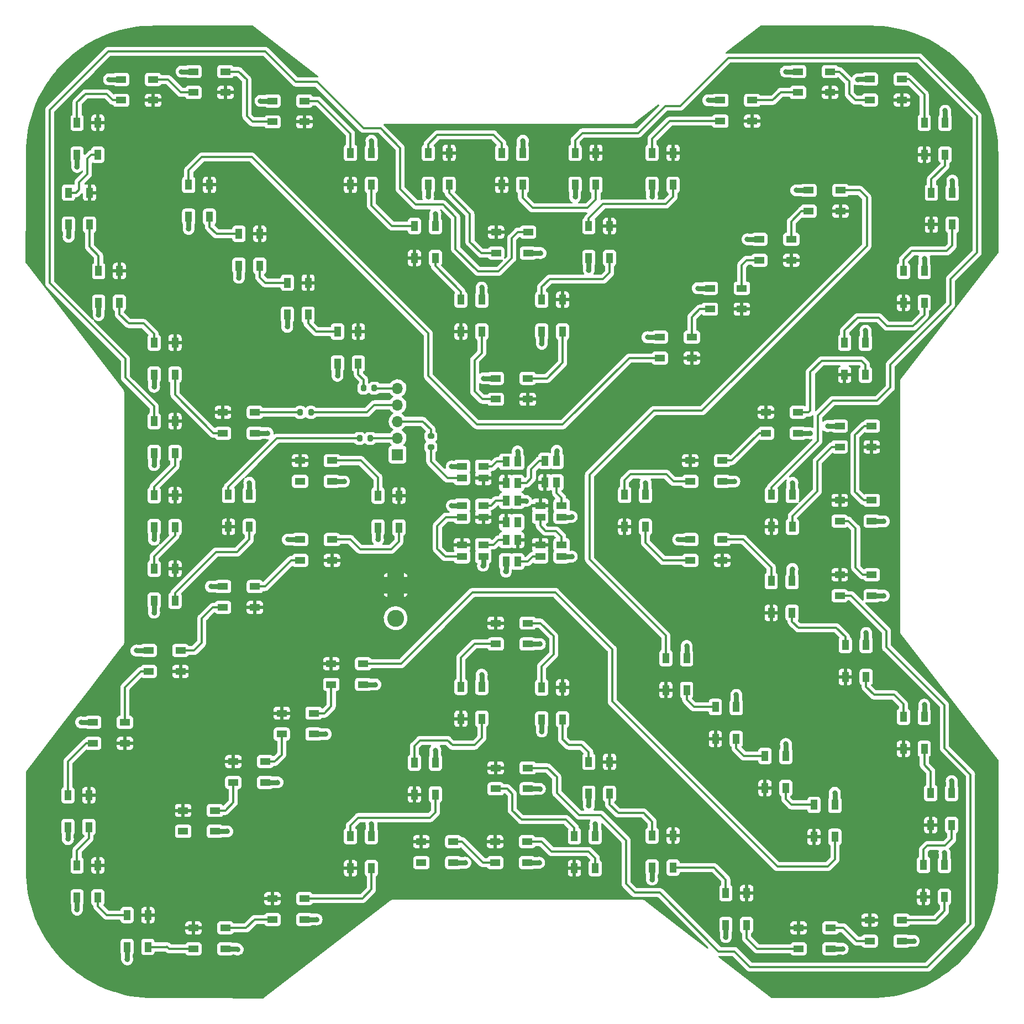
<source format=gbr>
%TF.GenerationSoftware,KiCad,Pcbnew,(6.0.4)*%
%TF.CreationDate,2022-04-26T19:16:39+02:00*%
%TF.ProjectId,FieldBoard,4669656c-6442-46f6-9172-642e6b696361,rev?*%
%TF.SameCoordinates,Original*%
%TF.FileFunction,Copper,L1,Top*%
%TF.FilePolarity,Positive*%
%FSLAX46Y46*%
G04 Gerber Fmt 4.6, Leading zero omitted, Abs format (unit mm)*
G04 Created by KiCad (PCBNEW (6.0.4)) date 2022-04-26 19:16:39*
%MOMM*%
%LPD*%
G01*
G04 APERTURE LIST*
G04 Aperture macros list*
%AMRoundRect*
0 Rectangle with rounded corners*
0 $1 Rounding radius*
0 $2 $3 $4 $5 $6 $7 $8 $9 X,Y pos of 4 corners*
0 Add a 4 corners polygon primitive as box body*
4,1,4,$2,$3,$4,$5,$6,$7,$8,$9,$2,$3,0*
0 Add four circle primitives for the rounded corners*
1,1,$1+$1,$2,$3*
1,1,$1+$1,$4,$5*
1,1,$1+$1,$6,$7*
1,1,$1+$1,$8,$9*
0 Add four rect primitives between the rounded corners*
20,1,$1+$1,$2,$3,$4,$5,0*
20,1,$1+$1,$4,$5,$6,$7,0*
20,1,$1+$1,$6,$7,$8,$9,0*
20,1,$1+$1,$8,$9,$2,$3,0*%
G04 Aperture macros list end*
%TA.AperFunction,SMDPad,CuDef*%
%ADD10R,1.500000X1.000000*%
%TD*%
%TA.AperFunction,SMDPad,CuDef*%
%ADD11R,1.500000X1.100000*%
%TD*%
%TA.AperFunction,SMDPad,CuDef*%
%ADD12R,1.000000X1.500000*%
%TD*%
%TA.AperFunction,SMDPad,CuDef*%
%ADD13RoundRect,0.200000X0.200000X0.275000X-0.200000X0.275000X-0.200000X-0.275000X0.200000X-0.275000X0*%
%TD*%
%TA.AperFunction,SMDPad,CuDef*%
%ADD14RoundRect,0.200000X-0.275000X0.200000X-0.275000X-0.200000X0.275000X-0.200000X0.275000X0.200000X0*%
%TD*%
%TA.AperFunction,SMDPad,CuDef*%
%ADD15R,1.100000X1.500000*%
%TD*%
%TA.AperFunction,ComponentPad*%
%ADD16R,2.600000X2.600000*%
%TD*%
%TA.AperFunction,ComponentPad*%
%ADD17C,2.600000*%
%TD*%
%TA.AperFunction,ComponentPad*%
%ADD18R,1.700000X1.700000*%
%TD*%
%TA.AperFunction,ComponentPad*%
%ADD19O,1.700000X1.700000*%
%TD*%
%TA.AperFunction,ViaPad*%
%ADD20C,0.800000*%
%TD*%
%TA.AperFunction,Conductor*%
%ADD21C,2.540000*%
%TD*%
%TA.AperFunction,Conductor*%
%ADD22C,0.762000*%
%TD*%
%TA.AperFunction,Conductor*%
%ADD23C,0.355600*%
%TD*%
G04 APERTURE END LIST*
D10*
%TO.P,POS32,1,VDD*%
%TO.N,VDD*%
X129949989Y-140199996D03*
%TO.P,POS32,2,DOUT*%
%TO.N,unconnected-(POS32-Pad2)*%
X129949989Y-143399996D03*
%TO.P,POS32,3,VSS*%
%TO.N,GND*%
X134849989Y-143399996D03*
%TO.P,POS32,4,DIN*%
%TO.N,Net-(POS31-Pad2)*%
X134849989Y-140199996D03*
%TD*%
%TO.P,POS26,1,VDD*%
%TO.N,VDD*%
X198949988Y-79699996D03*
%TO.P,POS26,2,DOUT*%
%TO.N,Net-(POS26-Pad2)*%
X198949988Y-76499996D03*
%TO.P,POS26,3,VSS*%
%TO.N,GND*%
X194049988Y-76499996D03*
%TO.P,POS26,4,DIN*%
%TO.N,Net-(POS25-Pad2)*%
X194049988Y-79699996D03*
%TD*%
D11*
%TO.P,LED1,1,VDD*%
%TO.N,VDD*%
X139439992Y-84490000D03*
%TO.P,LED1,2,DOUT*%
%TO.N,Net-(LED1-Pad2)*%
X139439992Y-82710000D03*
%TO.P,LED1,3,VSS*%
%TO.N,GND*%
X136159992Y-82710000D03*
%TO.P,LED1,4,DIN*%
%TO.N,/Cube (9LEDs)/Cube-LEDs*%
X136159992Y-84490000D03*
%TD*%
D12*
%TO.P,POS20,1,VDD*%
%TO.N,VDD*%
X92199997Y-75749996D03*
%TO.P,POS20,2,DOUT*%
%TO.N,Net-(POS20-Pad2)*%
X88999997Y-75749996D03*
%TO.P,POS20,3,VSS*%
%TO.N,GND*%
X88999997Y-80649996D03*
%TO.P,POS20,4,DIN*%
%TO.N,Net-(POS19-Pad2)*%
X92199997Y-80649996D03*
%TD*%
%TO.P,POS46,1,VDD*%
%TO.N,VDD*%
X158800000Y-45850000D03*
%TO.P,POS46,2,DOUT*%
%TO.N,Net-(POS46-Pad2)*%
X155600000Y-45850000D03*
%TO.P,POS46,3,VSS*%
%TO.N,GND*%
X155600000Y-50750000D03*
%TO.P,POS46,4,DIN*%
%TO.N,Net-(POS45-Pad2)*%
X158800000Y-50750000D03*
%TD*%
D10*
%TO.P,POS70,1,VDD*%
%TO.N,VDD*%
X141350000Y-106700000D03*
%TO.P,POS70,2,DOUT*%
%TO.N,Net-(POS70-Pad2)*%
X141350000Y-109900000D03*
%TO.P,POS70,3,VSS*%
%TO.N,GND*%
X146250000Y-109900000D03*
%TO.P,POS70,4,DIN*%
%TO.N,Net-(POS69-Pad2)*%
X146250000Y-106700000D03*
%TD*%
D12*
%TO.P,FIN2,1,VDD*%
%TO.N,VDD*%
X112600000Y-54550000D03*
%TO.P,FIN2,2,DOUT*%
%TO.N,Net-(FIN2-Pad2)*%
X109400000Y-54550000D03*
%TO.P,FIN2,3,VSS*%
%TO.N,GND*%
X109400000Y-59450000D03*
%TO.P,FIN2,4,DIN*%
%TO.N,Net-(FIN1-Pad2)*%
X112600000Y-59450000D03*
%TD*%
D10*
%TO.P,POS55,1,VDD*%
%TO.N,VDD*%
X182750000Y-74400000D03*
%TO.P,POS55,2,DOUT*%
%TO.N,Net-(POS55-Pad2)*%
X182750000Y-77600000D03*
%TO.P,POS55,3,VSS*%
%TO.N,GND*%
X187650000Y-77600000D03*
%TO.P,POS55,4,DIN*%
%TO.N,Net-(POS54-Pad2)*%
X187650000Y-74400000D03*
%TD*%
D12*
%TO.P,POS19,1,VDD*%
%TO.N,VDD*%
X92199997Y-87100011D03*
%TO.P,POS19,2,DOUT*%
%TO.N,Net-(POS19-Pad2)*%
X88999997Y-87100011D03*
%TO.P,POS19,3,VSS*%
%TO.N,GND*%
X88999997Y-92000011D03*
%TO.P,POS19,4,DIN*%
%TO.N,Net-(POS18-Pad2)*%
X92199997Y-92000011D03*
%TD*%
%TO.P,POS63,1,VDD*%
%TO.N,VDD*%
X206900000Y-148650000D03*
%TO.P,POS63,2,DOUT*%
%TO.N,Net-(POS63-Pad2)*%
X210100000Y-148650000D03*
%TO.P,POS63,3,VSS*%
%TO.N,GND*%
X210100000Y-143750000D03*
%TO.P,POS63,4,DIN*%
%TO.N,Net-(POS62-Pad2)*%
X206900000Y-143750000D03*
%TD*%
D13*
%TO.P,R2,1*%
%TO.N,Net-(R2-Pad1)*%
X113025000Y-74400000D03*
%TO.P,R2,2*%
%TO.N,/Positions (52LEDs)/Positions-LEDs*%
X111375000Y-74400000D03*
%TD*%
D12*
%TO.P,POS76,1,VDD*%
%TO.N,VDD*%
X88053033Y-151417677D03*
%TO.P,POS76,2,DOUT*%
%TO.N,Net-(POS76-Pad2)*%
X84853033Y-151417677D03*
%TO.P,POS76,3,VSS*%
%TO.N,GND*%
X84853033Y-156317677D03*
%TO.P,POS76,4,DIN*%
%TO.N,Net-(POS75-Pad2)*%
X88053033Y-156317677D03*
%TD*%
%TO.P,POS17,1,VDD*%
%TO.N,VDD*%
X100399999Y-91949999D03*
%TO.P,POS17,2,DOUT*%
%TO.N,Net-(POS17-Pad2)*%
X103599999Y-91949999D03*
%TO.P,POS17,3,VSS*%
%TO.N,GND*%
X103599999Y-87049999D03*
%TO.P,POS17,4,DIN*%
%TO.N,/Start (16LEDs)/Start-LEDs*%
X100399999Y-87049999D03*
%TD*%
D10*
%TO.P,POS56,1,VDD*%
%TO.N,VDD*%
X171150000Y-81800000D03*
%TO.P,POS56,2,DOUT*%
%TO.N,Net-(POS56-Pad2)*%
X171150000Y-85000000D03*
%TO.P,POS56,3,VSS*%
%TO.N,GND*%
X176050000Y-85000000D03*
%TO.P,POS56,4,DIN*%
%TO.N,Net-(POS55-Pad2)*%
X176050000Y-81800000D03*
%TD*%
D12*
%TO.P,POS54,1,VDD*%
%TO.N,VDD*%
X194800000Y-68650000D03*
%TO.P,POS54,2,DOUT*%
%TO.N,Net-(POS54-Pad2)*%
X198000000Y-68650000D03*
%TO.P,POS54,3,VSS*%
%TO.N,GND*%
X198000000Y-63750000D03*
%TO.P,POS54,4,DIN*%
%TO.N,Net-(POS53-Pad2)*%
X194800000Y-63750000D03*
%TD*%
%TO.P,POS52,1,VDD*%
%TO.N,VDD*%
X208100000Y-45650000D03*
%TO.P,POS52,2,DOUT*%
%TO.N,Net-(POS52-Pad2)*%
X211300000Y-45650000D03*
%TO.P,POS52,3,VSS*%
%TO.N,GND*%
X211300000Y-40750000D03*
%TO.P,POS52,4,DIN*%
%TO.N,Net-(POS51-Pad2)*%
X208100000Y-40750000D03*
%TD*%
D14*
%TO.P,R3,1*%
%TO.N,Net-(R3-Pad1)*%
X131400000Y-78075000D03*
%TO.P,R3,2*%
%TO.N,/Cube (9LEDs)/Cube-LEDs*%
X131400000Y-79725000D03*
%TD*%
D10*
%TO.P,POS31,1,VDD*%
%TO.N,VDD*%
X141246969Y-140199996D03*
%TO.P,POS31,2,DOUT*%
%TO.N,Net-(POS31-Pad2)*%
X141246969Y-143399996D03*
%TO.P,POS31,3,VSS*%
%TO.N,GND*%
X146146969Y-143399996D03*
%TO.P,POS31,4,DIN*%
%TO.N,Net-(POS30-Pad2)*%
X146146969Y-140199996D03*
%TD*%
D12*
%TO.P,POS18,1,VDD*%
%TO.N,VDD*%
X92199997Y-98350000D03*
%TO.P,POS18,2,DOUT*%
%TO.N,Net-(POS18-Pad2)*%
X88999997Y-98350000D03*
%TO.P,POS18,3,VSS*%
%TO.N,GND*%
X88999997Y-103250000D03*
%TO.P,POS18,4,DIN*%
%TO.N,Net-(POS17-Pad2)*%
X92199997Y-103250000D03*
%TD*%
D10*
%TO.P,POS50,1,VDD*%
%TO.N,VDD*%
X203550000Y-26567677D03*
%TO.P,POS50,2,DOUT*%
%TO.N,Net-(POS50-Pad2)*%
X203550000Y-23367677D03*
%TO.P,POS50,3,VSS*%
%TO.N,GND*%
X198650000Y-23367677D03*
%TO.P,POS50,4,DIN*%
%TO.N,Net-(POS49-Pad2)*%
X198650000Y-26567677D03*
%TD*%
D15*
%TO.P,LED9,1,VDD*%
%TO.N,VDD*%
X142909992Y-91248838D03*
%TO.P,LED9,2,DOUT*%
%TO.N,unconnected-(LED9-Pad2)*%
X144689992Y-91248838D03*
%TO.P,LED9,3,VSS*%
%TO.N,GND*%
X144689992Y-87968838D03*
%TO.P,LED9,4,DIN*%
%TO.N,Net-(LED8-Pad2)*%
X142909992Y-87968838D03*
%TD*%
D10*
%TO.P,POS40,1,VDD*%
%TO.N,VDD*%
X112050000Y-29900000D03*
%TO.P,POS40,2,DOUT*%
%TO.N,Net-(POS40-Pad2)*%
X112050000Y-26700000D03*
%TO.P,POS40,3,VSS*%
%TO.N,GND*%
X107150000Y-26700000D03*
%TO.P,POS40,4,DIN*%
%TO.N,Net-(POS39-Pad2)*%
X107150000Y-29900000D03*
%TD*%
D12*
%TO.P,POS53,1,VDD*%
%TO.N,VDD*%
X203800000Y-57650000D03*
%TO.P,POS53,2,DOUT*%
%TO.N,Net-(POS53-Pad2)*%
X207000000Y-57650000D03*
%TO.P,POS53,3,VSS*%
%TO.N,GND*%
X207000000Y-52750000D03*
%TO.P,POS53,4,DIN*%
%TO.N,Net-(POS52-Pad2)*%
X203800000Y-52750000D03*
%TD*%
D11*
%TO.P,LED7,1,VDD*%
%TO.N,VDD*%
X136159992Y-94718851D03*
%TO.P,LED7,2,DOUT*%
%TO.N,Net-(LED7-Pad2)*%
X136159992Y-96498851D03*
%TO.P,LED7,3,VSS*%
%TO.N,GND*%
X139439992Y-96498851D03*
%TO.P,LED7,4,DIN*%
%TO.N,Net-(LED6-Pad2)*%
X139439992Y-94718851D03*
%TD*%
D12*
%TO.P,POS24,1,VDD*%
%TO.N,VDD*%
X156699995Y-34650000D03*
%TO.P,POS24,2,DOUT*%
%TO.N,Net-(POS24-Pad2)*%
X153499995Y-34650000D03*
%TO.P,POS24,3,VSS*%
%TO.N,GND*%
X153499995Y-39550000D03*
%TO.P,POS24,4,DIN*%
%TO.N,Net-(POS23-Pad2)*%
X156699995Y-39550000D03*
%TD*%
D10*
%TO.P,POS80,4,DIN*%
%TO.N,Net-(POS79-Pad2)*%
X88150000Y-114100000D03*
%TO.P,POS80,3,VSS*%
%TO.N,GND*%
X88150000Y-110900000D03*
%TO.P,POS80,2,DOUT*%
%TO.N,Net-(POS80-Pad2)*%
X93050000Y-110900000D03*
%TO.P,POS80,1,VDD*%
%TO.N,VDD*%
X93050000Y-114100000D03*
%TD*%
D12*
%TO.P,POS47,1,VDD*%
%TO.N,VDD*%
X168500000Y-34650000D03*
%TO.P,POS47,2,DOUT*%
%TO.N,Net-(POS47-Pad2)*%
X165300000Y-34650000D03*
%TO.P,POS47,3,VSS*%
%TO.N,GND*%
X165300000Y-39550000D03*
%TO.P,POS47,4,DIN*%
%TO.N,Net-(POS46-Pad2)*%
X168500000Y-39550000D03*
%TD*%
%TO.P,POS30,1,VDD*%
%TO.N,VDD*%
X153399995Y-144249996D03*
%TO.P,POS30,2,DOUT*%
%TO.N,Net-(POS30-Pad2)*%
X156599995Y-144249996D03*
%TO.P,POS30,3,VSS*%
%TO.N,GND*%
X156599995Y-139349996D03*
%TO.P,POS30,4,DIN*%
%TO.N,Net-(POS29-Pad2)*%
X153399995Y-139349996D03*
%TD*%
D10*
%TO.P,FIN8,4,DIN*%
%TO.N,Net-(FIN7-Pad2)*%
X189250000Y-43600000D03*
%TO.P,FIN8,3,VSS*%
%TO.N,GND*%
X189250000Y-40400000D03*
%TO.P,FIN8,2,DOUT*%
%TO.N,Net-(FIN8-Pad2)*%
X194150000Y-40400000D03*
%TO.P,FIN8,1,VDD*%
%TO.N,VDD*%
X194150000Y-43600000D03*
%TD*%
D12*
%TO.P,FIN12,1,VDD*%
%TO.N,VDD*%
X190100000Y-139450000D03*
%TO.P,FIN12,2,DOUT*%
%TO.N,Net-(FIN12-Pad2)*%
X193300000Y-139450000D03*
%TO.P,FIN12,3,VSS*%
%TO.N,GND*%
X193300000Y-134550000D03*
%TO.P,FIN12,4,DIN*%
%TO.N,Net-(FIN11-Pad2)*%
X190100000Y-134550000D03*
%TD*%
D10*
%TO.P,FIN16,1,VDD*%
%TO.N,VDD*%
X93450000Y-135400000D03*
%TO.P,FIN16,2,DOUT*%
%TO.N,unconnected-(FIN16-Pad2)*%
X93450000Y-138600000D03*
%TO.P,FIN16,3,VSS*%
%TO.N,GND*%
X98350000Y-138600000D03*
%TO.P,FIN16,4,DIN*%
%TO.N,Net-(FIN15-Pad2)*%
X98350000Y-135400000D03*
%TD*%
D12*
%TO.P,FIN11,1,VDD*%
%TO.N,VDD*%
X182600000Y-131950000D03*
%TO.P,FIN11,2,DOUT*%
%TO.N,Net-(FIN11-Pad2)*%
X185800000Y-131950000D03*
%TO.P,FIN11,3,VSS*%
%TO.N,GND*%
X185800000Y-127050000D03*
%TO.P,FIN11,4,DIN*%
%TO.N,Net-(FIN10-Pad2)*%
X182600000Y-127050000D03*
%TD*%
D10*
%TO.P,POS27,1,VDD*%
%TO.N,VDD*%
X194049988Y-87896976D03*
%TO.P,POS27,2,DOUT*%
%TO.N,Net-(POS27-Pad2)*%
X194049988Y-91096976D03*
%TO.P,POS27,3,VSS*%
%TO.N,GND*%
X198949988Y-91096976D03*
%TO.P,POS27,4,DIN*%
%TO.N,Net-(POS26-Pad2)*%
X198949988Y-87896976D03*
%TD*%
D12*
%TO.P,POS77,1,VDD*%
%TO.N,VDD*%
X80400000Y-143817677D03*
%TO.P,POS77,2,DOUT*%
%TO.N,Net-(POS77-Pad2)*%
X77200000Y-143817677D03*
%TO.P,POS77,3,VSS*%
%TO.N,GND*%
X77200000Y-148717677D03*
%TO.P,POS77,4,DIN*%
%TO.N,Net-(POS76-Pad2)*%
X80400000Y-148717677D03*
%TD*%
D10*
%TO.P,FIN7,4,DIN*%
%TO.N,Net-(FIN6-Pad2)*%
X181750000Y-51100000D03*
%TO.P,FIN7,3,VSS*%
%TO.N,GND*%
X181750000Y-47900000D03*
%TO.P,FIN7,2,DOUT*%
%TO.N,Net-(FIN7-Pad2)*%
X186650000Y-47900000D03*
%TO.P,FIN7,1,VDD*%
%TO.N,VDD*%
X186650000Y-51100000D03*
%TD*%
D12*
%TO.P,POS23,1,VDD*%
%TO.N,VDD*%
X142250004Y-39550000D03*
%TO.P,POS23,2,DOUT*%
%TO.N,Net-(POS23-Pad2)*%
X145450004Y-39550000D03*
%TO.P,POS23,3,VSS*%
%TO.N,GND*%
X145450004Y-34650000D03*
%TO.P,POS23,4,DIN*%
%TO.N,Net-(POS22-Pad2)*%
X142250004Y-34650000D03*
%TD*%
%TO.P,POS45,1,VDD*%
%TO.N,VDD*%
X151600000Y-57150000D03*
%TO.P,POS45,2,DOUT*%
%TO.N,Net-(POS45-Pad2)*%
X148400000Y-57150000D03*
%TO.P,POS45,3,VSS*%
%TO.N,GND*%
X148400000Y-62050000D03*
%TO.P,POS45,4,DIN*%
%TO.N,Net-(POS44-Pad2)*%
X151600000Y-62050000D03*
%TD*%
D10*
%TO.P,FIN5,4,DIN*%
%TO.N,Net-(FIN4-Pad2)*%
X166500000Y-66100000D03*
%TO.P,FIN5,3,VSS*%
%TO.N,GND*%
X166500000Y-62900000D03*
%TO.P,FIN5,2,DOUT*%
%TO.N,Net-(FIN5-Pad2)*%
X171400000Y-62900000D03*
%TO.P,FIN5,1,VDD*%
%TO.N,VDD*%
X171400000Y-66100000D03*
%TD*%
D12*
%TO.P,POS72,1,VDD*%
%TO.N,VDD*%
X128900000Y-132950000D03*
%TO.P,POS72,2,DOUT*%
%TO.N,Net-(POS72-Pad2)*%
X132100000Y-132950000D03*
%TO.P,POS72,3,VSS*%
%TO.N,GND*%
X132100000Y-128050000D03*
%TO.P,POS72,4,DIN*%
%TO.N,Net-(POS71-Pad2)*%
X128900000Y-128050000D03*
%TD*%
%TO.P,POS61,1,VDD*%
%TO.N,VDD*%
X203799996Y-125950000D03*
%TO.P,POS61,2,DOUT*%
%TO.N,Net-(POS61-Pad2)*%
X206999996Y-125950000D03*
%TO.P,POS61,3,VSS*%
%TO.N,GND*%
X206999996Y-121050000D03*
%TO.P,POS61,4,DIN*%
%TO.N,Net-(POS60-Pad2)*%
X203799996Y-121050000D03*
%TD*%
D10*
%TO.P,POS29,1,VDD*%
%TO.N,VDD*%
X141349992Y-128882315D03*
%TO.P,POS29,2,DOUT*%
%TO.N,Net-(POS29-Pad2)*%
X141349992Y-132082315D03*
%TO.P,POS29,3,VSS*%
%TO.N,GND*%
X146249992Y-132082315D03*
%TO.P,POS29,4,DIN*%
%TO.N,Net-(POS28-Pad2)*%
X146249992Y-128882315D03*
%TD*%
D11*
%TO.P,LED8,1,VDD*%
%TO.N,VDD*%
X139439992Y-90448851D03*
%TO.P,LED8,2,DOUT*%
%TO.N,Net-(LED8-Pad2)*%
X139439992Y-88668851D03*
%TO.P,LED8,3,VSS*%
%TO.N,GND*%
X136159992Y-88668851D03*
%TO.P,LED8,4,DIN*%
%TO.N,Net-(LED7-Pad2)*%
X136159992Y-90448851D03*
%TD*%
D10*
%TO.P,FIN14,1,VDD*%
%TO.N,VDD*%
X108550000Y-120500000D03*
%TO.P,FIN14,2,DOUT*%
%TO.N,Net-(FIN14-Pad2)*%
X108550000Y-123700000D03*
%TO.P,FIN14,3,VSS*%
%TO.N,GND*%
X113450000Y-123700000D03*
%TO.P,FIN14,4,DIN*%
%TO.N,Net-(FIN13-Pad2)*%
X113450000Y-120500000D03*
%TD*%
%TO.P,POS48,1,VDD*%
%TO.N,VDD*%
X180650000Y-29800000D03*
%TO.P,POS48,2,DOUT*%
%TO.N,Net-(POS48-Pad2)*%
X180650000Y-26600000D03*
%TO.P,POS48,3,VSS*%
%TO.N,GND*%
X175750000Y-26600000D03*
%TO.P,POS48,4,DIN*%
%TO.N,Net-(POS47-Pad2)*%
X175750000Y-29800000D03*
%TD*%
D12*
%TO.P,POS41,1,VDD*%
%TO.N,VDD*%
X119100000Y-39550000D03*
%TO.P,POS41,2,DOUT*%
%TO.N,Net-(POS41-Pad2)*%
X122300000Y-39550000D03*
%TO.P,POS41,3,VSS*%
%TO.N,GND*%
X122300000Y-34650000D03*
%TO.P,POS41,4,DIN*%
%TO.N,Net-(POS40-Pad2)*%
X119100000Y-34650000D03*
%TD*%
%TO.P,FIN3,1,VDD*%
%TO.N,VDD*%
X105200000Y-47050000D03*
%TO.P,FIN3,2,DOUT*%
%TO.N,Net-(FIN3-Pad2)*%
X102000000Y-47050000D03*
%TO.P,FIN3,3,VSS*%
%TO.N,GND*%
X102000000Y-51950000D03*
%TO.P,FIN3,4,DIN*%
%TO.N,Net-(FIN2-Pad2)*%
X105200000Y-51950000D03*
%TD*%
D10*
%TO.P,POS33,1,VDD*%
%TO.N,VDD*%
X99549999Y-74400000D03*
%TO.P,POS33,2,DOUT*%
%TO.N,Net-(POS33-Pad2)*%
X99549999Y-77600000D03*
%TO.P,POS33,3,VSS*%
%TO.N,GND*%
X104449999Y-77600000D03*
%TO.P,POS33,4,DIN*%
%TO.N,/Positions (52LEDs)/Positions-LEDs*%
X104449999Y-74400000D03*
%TD*%
D15*
%TO.P,LED3,1,VDD*%
%TO.N,VDD*%
X148909992Y-85131172D03*
%TO.P,LED3,2,DOUT*%
%TO.N,Net-(LED3-Pad2)*%
X150689992Y-85131172D03*
%TO.P,LED3,3,VSS*%
%TO.N,GND*%
X150689992Y-81851172D03*
%TO.P,LED3,4,DIN*%
%TO.N,Net-(LED2-Pad2)*%
X148909992Y-81851172D03*
%TD*%
D12*
%TO.P,POS69,1,VDD*%
%TO.N,VDD*%
X151600000Y-116550000D03*
%TO.P,POS69,2,DOUT*%
%TO.N,Net-(POS69-Pad2)*%
X148400000Y-116550000D03*
%TO.P,POS69,3,VSS*%
%TO.N,GND*%
X148400000Y-121450000D03*
%TO.P,POS69,4,DIN*%
%TO.N,Net-(POS68-Pad2)*%
X151600000Y-121450000D03*
%TD*%
D10*
%TO.P,POS84,1,VDD*%
%TO.N,VDD*%
X111350000Y-81800000D03*
%TO.P,POS84,2,DOUT*%
%TO.N,unconnected-(POS84-Pad2)*%
X111350000Y-85000000D03*
%TO.P,POS84,3,VSS*%
%TO.N,GND*%
X116250000Y-85000000D03*
%TO.P,POS84,4,DIN*%
%TO.N,Net-(POS83-Pad2)*%
X116250000Y-81800000D03*
%TD*%
%TO.P,POS79,1,VDD*%
%TO.N,VDD*%
X84550000Y-125100000D03*
%TO.P,POS79,2,DOUT*%
%TO.N,Net-(POS79-Pad2)*%
X84550000Y-121900000D03*
%TO.P,POS79,3,VSS*%
%TO.N,GND*%
X79650000Y-121900000D03*
%TO.P,POS79,4,DIN*%
%TO.N,Net-(POS78-Pad2)*%
X79650000Y-125100000D03*
%TD*%
D12*
%TO.P,POS78,1,VDD*%
%TO.N,VDD*%
X79000000Y-133050000D03*
%TO.P,POS78,2,DOUT*%
%TO.N,Net-(POS78-Pad2)*%
X75800000Y-133050000D03*
%TO.P,POS78,3,VSS*%
%TO.N,GND*%
X75800000Y-137950000D03*
%TO.P,POS78,4,DIN*%
%TO.N,Net-(POS77-Pad2)*%
X79000000Y-137950000D03*
%TD*%
D10*
%TO.P,POS64,1,VDD*%
%TO.N,VDD*%
X198632322Y-152200000D03*
%TO.P,POS64,2,DOUT*%
%TO.N,Net-(POS64-Pad2)*%
X198632322Y-155400000D03*
%TO.P,POS64,3,VSS*%
%TO.N,GND*%
X203532322Y-155400000D03*
%TO.P,POS64,4,DIN*%
%TO.N,Net-(POS63-Pad2)*%
X203532322Y-152200000D03*
%TD*%
D12*
%TO.P,POS43,1,VDD*%
%TO.N,VDD*%
X136000000Y-62050000D03*
%TO.P,POS43,2,DOUT*%
%TO.N,Net-(POS43-Pad2)*%
X139200000Y-62050000D03*
%TO.P,POS43,3,VSS*%
%TO.N,GND*%
X139200000Y-57150000D03*
%TO.P,POS43,4,DIN*%
%TO.N,Net-(POS42-Pad2)*%
X136000000Y-57150000D03*
%TD*%
D10*
%TO.P,POS21,1,VDD*%
%TO.N,VDD*%
X141400004Y-46800005D03*
%TO.P,POS21,2,DOUT*%
%TO.N,Net-(POS21-Pad2)*%
X141400004Y-50000005D03*
%TO.P,POS21,3,VSS*%
%TO.N,GND*%
X146300004Y-50000005D03*
%TO.P,POS21,4,DIN*%
%TO.N,Net-(POS20-Pad2)*%
X146300004Y-46800005D03*
%TD*%
%TO.P,POS39,1,VDD*%
%TO.N,VDD*%
X99950000Y-25400000D03*
%TO.P,POS39,2,DOUT*%
%TO.N,Net-(POS39-Pad2)*%
X99950000Y-22200000D03*
%TO.P,POS39,3,VSS*%
%TO.N,GND*%
X95050000Y-22200000D03*
%TO.P,POS39,4,DIN*%
%TO.N,Net-(POS38-Pad2)*%
X95050000Y-25400000D03*
%TD*%
D12*
%TO.P,FIN1,1,VDD*%
%TO.N,VDD*%
X120300000Y-62050000D03*
%TO.P,FIN1,2,DOUT*%
%TO.N,Net-(FIN1-Pad2)*%
X117100000Y-62050000D03*
%TO.P,FIN1,3,VSS*%
%TO.N,GND*%
X117100000Y-66950000D03*
%TO.P,FIN1,4,DIN*%
%TO.N,/Finish (16LEDs)/Finish-LEDs*%
X120300000Y-66950000D03*
%TD*%
%TO.P,FIN4,1,VDD*%
%TO.N,VDD*%
X97500000Y-39550000D03*
%TO.P,FIN4,2,DOUT*%
%TO.N,Net-(FIN4-Pad2)*%
X94300000Y-39550000D03*
%TO.P,FIN4,3,VSS*%
%TO.N,GND*%
X94300000Y-44450000D03*
%TO.P,FIN4,4,DIN*%
%TO.N,Net-(FIN3-Pad2)*%
X97500000Y-44450000D03*
%TD*%
%TO.P,POS62,1,VDD*%
%TO.N,VDD*%
X208000000Y-137650000D03*
%TO.P,POS62,2,DOUT*%
%TO.N,Net-(POS62-Pad2)*%
X211200000Y-137650000D03*
%TO.P,POS62,3,VSS*%
%TO.N,GND*%
X211200000Y-132750000D03*
%TO.P,POS62,4,DIN*%
%TO.N,Net-(POS61-Pad2)*%
X208000000Y-132750000D03*
%TD*%
%TO.P,POS73,1,VDD*%
%TO.N,VDD*%
X119100000Y-144250000D03*
%TO.P,POS73,2,DOUT*%
%TO.N,Net-(POS73-Pad2)*%
X122300000Y-144250000D03*
%TO.P,POS73,3,VSS*%
%TO.N,GND*%
X122300000Y-139350000D03*
%TO.P,POS73,4,DIN*%
%TO.N,Net-(POS72-Pad2)*%
X119100000Y-139350000D03*
%TD*%
D10*
%TO.P,POS58,1,VDD*%
%TO.N,VDD*%
X176050000Y-97100000D03*
%TO.P,POS58,2,DOUT*%
%TO.N,Net-(POS58-Pad2)*%
X176050000Y-93900000D03*
%TO.P,POS58,3,VSS*%
%TO.N,GND*%
X171150000Y-93900000D03*
%TO.P,POS58,4,DIN*%
%TO.N,Net-(POS57-Pad2)*%
X171150000Y-97100000D03*
%TD*%
D12*
%TO.P,POS71,4,DIN*%
%TO.N,Net-(POS70-Pad2)*%
X136000000Y-116450000D03*
%TO.P,POS71,3,VSS*%
%TO.N,GND*%
X139200000Y-116450000D03*
%TO.P,POS71,2,DOUT*%
%TO.N,Net-(POS71-Pad2)*%
X139200000Y-121350000D03*
%TO.P,POS71,1,VDD*%
%TO.N,VDD*%
X136000000Y-121350000D03*
%TD*%
%TO.P,POS42,1,VDD*%
%TO.N,VDD*%
X128900000Y-50750000D03*
%TO.P,POS42,2,DOUT*%
%TO.N,Net-(POS42-Pad2)*%
X132100000Y-50750000D03*
%TO.P,POS42,3,VSS*%
%TO.N,GND*%
X132100000Y-45850000D03*
%TO.P,POS42,4,DIN*%
%TO.N,Net-(POS41-Pad2)*%
X128900000Y-45850000D03*
%TD*%
%TO.P,POS66,1,VDD*%
%TO.N,VDD*%
X179800000Y-148050000D03*
%TO.P,POS66,2,DOUT*%
%TO.N,Net-(POS66-Pad2)*%
X176600000Y-148050000D03*
%TO.P,POS66,3,VSS*%
%TO.N,GND*%
X176600000Y-152950000D03*
%TO.P,POS66,4,DIN*%
%TO.N,Net-(POS65-Pad2)*%
X179800000Y-152950000D03*
%TD*%
%TO.P,POS83,1,VDD*%
%TO.N,VDD*%
X126500000Y-87150000D03*
%TO.P,POS83,2,DOUT*%
%TO.N,Net-(POS83-Pad2)*%
X123300000Y-87150000D03*
%TO.P,POS83,3,VSS*%
%TO.N,GND*%
X123300000Y-92050000D03*
%TO.P,POS83,4,DIN*%
%TO.N,Net-(POS82-Pad2)*%
X126500000Y-92050000D03*
%TD*%
%TO.P,POS35,1,VDD*%
%TO.N,VDD*%
X83700000Y-52750000D03*
%TO.P,POS35,2,DOUT*%
%TO.N,Net-(POS35-Pad2)*%
X80500000Y-52750000D03*
%TO.P,POS35,3,VSS*%
%TO.N,GND*%
X80500000Y-57650000D03*
%TO.P,POS35,4,DIN*%
%TO.N,Net-(POS34-Pad2)*%
X83700000Y-57650000D03*
%TD*%
%TO.P,POS68,1,VDD*%
%TO.N,VDD*%
X158800000Y-127950000D03*
%TO.P,POS68,2,DOUT*%
%TO.N,Net-(POS68-Pad2)*%
X155600000Y-127950000D03*
%TO.P,POS68,3,VSS*%
%TO.N,GND*%
X155600000Y-132850000D03*
%TO.P,POS68,4,DIN*%
%TO.N,Net-(POS67-Pad2)*%
X158800000Y-132850000D03*
%TD*%
%TO.P,POS51,1,VDD*%
%TO.N,VDD*%
X207000000Y-34914644D03*
%TO.P,POS51,2,DOUT*%
%TO.N,Net-(POS51-Pad2)*%
X210200000Y-34914644D03*
%TO.P,POS51,3,VSS*%
%TO.N,GND*%
X210200000Y-30014644D03*
%TO.P,POS51,4,DIN*%
%TO.N,Net-(POS50-Pad2)*%
X207000000Y-30014644D03*
%TD*%
%TO.P,FIN10,1,VDD*%
%TO.N,VDD*%
X175000000Y-124450000D03*
%TO.P,FIN10,2,DOUT*%
%TO.N,Net-(FIN10-Pad2)*%
X178200000Y-124450000D03*
%TO.P,FIN10,3,VSS*%
%TO.N,GND*%
X178200000Y-119550000D03*
%TO.P,FIN10,4,DIN*%
%TO.N,Net-(FIN10-Pad4)*%
X175000000Y-119550000D03*
%TD*%
D10*
%TO.P,POS38,1,VDD*%
%TO.N,VDD*%
X88850000Y-26600000D03*
%TO.P,POS38,2,DOUT*%
%TO.N,Net-(POS38-Pad2)*%
X88850000Y-23400000D03*
%TO.P,POS38,3,VSS*%
%TO.N,GND*%
X83950000Y-23400000D03*
%TO.P,POS38,4,DIN*%
%TO.N,Net-(POS37-Pad2)*%
X83950000Y-26600000D03*
%TD*%
D12*
%TO.P,POS34,1,VDD*%
%TO.N,VDD*%
X92200000Y-63750000D03*
%TO.P,POS34,2,DOUT*%
%TO.N,Net-(POS34-Pad2)*%
X89000000Y-63750000D03*
%TO.P,POS34,3,VSS*%
%TO.N,GND*%
X89000000Y-68650000D03*
%TO.P,POS34,4,DIN*%
%TO.N,Net-(POS33-Pad2)*%
X92200000Y-68650000D03*
%TD*%
%TO.P,POS60,1,VDD*%
%TO.N,VDD*%
X194899988Y-114950000D03*
%TO.P,POS60,2,DOUT*%
%TO.N,Net-(POS60-Pad2)*%
X198099988Y-114950000D03*
%TO.P,POS60,3,VSS*%
%TO.N,GND*%
X198099988Y-110050000D03*
%TO.P,POS60,4,DIN*%
%TO.N,Net-(POS59-Pad2)*%
X194899988Y-110050000D03*
%TD*%
D10*
%TO.P,POS81,1,VDD*%
%TO.N,VDD*%
X104450000Y-104300000D03*
%TO.P,POS81,2,DOUT*%
%TO.N,Net-(POS81-Pad2)*%
X104450000Y-101100000D03*
%TO.P,POS81,3,VSS*%
%TO.N,GND*%
X99550000Y-101100000D03*
%TO.P,POS81,4,DIN*%
%TO.N,Net-(POS80-Pad2)*%
X99550000Y-104300000D03*
%TD*%
%TO.P,POS65,1,VDD*%
%TO.N,VDD*%
X187750000Y-153400000D03*
%TO.P,POS65,2,DOUT*%
%TO.N,Net-(POS65-Pad2)*%
X187750000Y-156600000D03*
%TO.P,POS65,3,VSS*%
%TO.N,GND*%
X192650000Y-156600000D03*
%TO.P,POS65,4,DIN*%
%TO.N,Net-(POS64-Pad2)*%
X192650000Y-153400000D03*
%TD*%
D13*
%TO.P,R4,1*%
%TO.N,Net-(R4-Pad1)*%
X122125000Y-78400000D03*
%TO.P,R4,2*%
%TO.N,/Start (16LEDs)/Start-LEDs*%
X120475000Y-78400000D03*
%TD*%
D15*
%TO.P,LED6,1,VDD*%
%TO.N,VDD*%
X144689992Y-93968839D03*
%TO.P,LED6,2,DOUT*%
%TO.N,Net-(LED6-Pad2)*%
X142909992Y-93968839D03*
%TO.P,LED6,3,VSS*%
%TO.N,GND*%
X142909992Y-97248839D03*
%TO.P,LED6,4,DIN*%
%TO.N,Net-(LED5-Pad2)*%
X144689992Y-97248839D03*
%TD*%
D12*
%TO.P,POS36,1,VDD*%
%TO.N,VDD*%
X79100000Y-40750000D03*
%TO.P,POS36,2,DOUT*%
%TO.N,Net-(POS36-Pad2)*%
X75900000Y-40750000D03*
%TO.P,POS36,3,VSS*%
%TO.N,GND*%
X75900000Y-45650000D03*
%TO.P,POS36,4,DIN*%
%TO.N,Net-(POS35-Pad2)*%
X79100000Y-45650000D03*
%TD*%
D10*
%TO.P,FIN15,1,VDD*%
%TO.N,VDD*%
X101150000Y-127900000D03*
%TO.P,FIN15,2,DOUT*%
%TO.N,Net-(FIN15-Pad2)*%
X101150000Y-131100000D03*
%TO.P,FIN15,3,VSS*%
%TO.N,GND*%
X106050000Y-131100000D03*
%TO.P,FIN15,4,DIN*%
%TO.N,Net-(FIN14-Pad2)*%
X106050000Y-127900000D03*
%TD*%
D12*
%TO.P,POS25,1,VDD*%
%TO.N,VDD*%
X183582332Y-91949999D03*
%TO.P,POS25,2,DOUT*%
%TO.N,Net-(POS25-Pad2)*%
X186782332Y-91949999D03*
%TO.P,POS25,3,VSS*%
%TO.N,GND*%
X186782332Y-87049999D03*
%TO.P,POS25,4,DIN*%
%TO.N,Net-(POS24-Pad2)*%
X183582332Y-87049999D03*
%TD*%
%TO.P,POS37,1,VDD*%
%TO.N,VDD*%
X80400000Y-30050000D03*
%TO.P,POS37,2,DOUT*%
%TO.N,Net-(POS37-Pad2)*%
X77200000Y-30050000D03*
%TO.P,POS37,3,VSS*%
%TO.N,GND*%
X77200000Y-34950000D03*
%TO.P,POS37,4,DIN*%
%TO.N,Net-(POS36-Pad2)*%
X80400000Y-34950000D03*
%TD*%
D10*
%TO.P,POS75,1,VDD*%
%TO.N,VDD*%
X95050000Y-153400000D03*
%TO.P,POS75,2,DOUT*%
%TO.N,Net-(POS75-Pad2)*%
X95050000Y-156600000D03*
%TO.P,POS75,3,VSS*%
%TO.N,GND*%
X99950000Y-156600000D03*
%TO.P,POS75,4,DIN*%
%TO.N,Net-(POS74-Pad2)*%
X99950000Y-153400000D03*
%TD*%
%TO.P,POS44,1,VDD*%
%TO.N,VDD*%
X146250000Y-72400000D03*
%TO.P,POS44,2,DOUT*%
%TO.N,Net-(POS44-Pad2)*%
X146250000Y-69200000D03*
%TO.P,POS44,3,VSS*%
%TO.N,GND*%
X141350000Y-69200000D03*
%TO.P,POS44,4,DIN*%
%TO.N,Net-(POS43-Pad2)*%
X141350000Y-72400000D03*
%TD*%
%TO.P,FIN13,4,DIN*%
%TO.N,Net-(FIN12-Pad2)*%
X121050000Y-112900000D03*
%TO.P,FIN13,3,VSS*%
%TO.N,GND*%
X121050000Y-116100000D03*
%TO.P,FIN13,2,DOUT*%
%TO.N,Net-(FIN13-Pad2)*%
X116150000Y-116100000D03*
%TO.P,FIN13,1,VDD*%
%TO.N,VDD*%
X116150000Y-112900000D03*
%TD*%
D12*
%TO.P,POS59,1,VDD*%
%TO.N,VDD*%
X183550000Y-105150000D03*
%TO.P,POS59,2,DOUT*%
%TO.N,Net-(POS59-Pad2)*%
X186750000Y-105150000D03*
%TO.P,POS59,3,VSS*%
%TO.N,GND*%
X186750000Y-100250000D03*
%TO.P,POS59,4,DIN*%
%TO.N,Net-(POS58-Pad2)*%
X183550000Y-100250000D03*
%TD*%
%TO.P,POS57,1,VDD*%
%TO.N,VDD*%
X161100000Y-91950000D03*
%TO.P,POS57,2,DOUT*%
%TO.N,Net-(POS57-Pad2)*%
X164300000Y-91950000D03*
%TO.P,POS57,3,VSS*%
%TO.N,GND*%
X164300000Y-87050000D03*
%TO.P,POS57,4,DIN*%
%TO.N,Net-(POS56-Pad2)*%
X161100000Y-87050000D03*
%TD*%
D10*
%TO.P,POS28,1,VDD*%
%TO.N,VDD*%
X194049988Y-99300001D03*
%TO.P,POS28,2,DOUT*%
%TO.N,Net-(POS28-Pad2)*%
X194049988Y-102500001D03*
%TO.P,POS28,3,VSS*%
%TO.N,GND*%
X198949988Y-102500001D03*
%TO.P,POS28,4,DIN*%
%TO.N,Net-(POS27-Pad2)*%
X198949988Y-99300001D03*
%TD*%
D13*
%TO.P,R1,1*%
%TO.N,Net-(R1-Pad1)*%
X122725000Y-70700000D03*
%TO.P,R1,2*%
%TO.N,/Finish (16LEDs)/Finish-LEDs*%
X121075000Y-70700000D03*
%TD*%
D10*
%TO.P,POS82,1,VDD*%
%TO.N,VDD*%
X116250000Y-97100000D03*
%TO.P,POS82,2,DOUT*%
%TO.N,Net-(POS82-Pad2)*%
X116250000Y-93900000D03*
%TO.P,POS82,3,VSS*%
%TO.N,GND*%
X111350000Y-93900000D03*
%TO.P,POS82,4,DIN*%
%TO.N,Net-(POS81-Pad2)*%
X111350000Y-97100000D03*
%TD*%
%TO.P,FIN6,1,VDD*%
%TO.N,VDD*%
X179050000Y-58600000D03*
%TO.P,FIN6,2,DOUT*%
%TO.N,Net-(FIN6-Pad2)*%
X179050000Y-55400000D03*
%TO.P,FIN6,3,VSS*%
%TO.N,GND*%
X174150000Y-55400000D03*
%TO.P,FIN6,4,DIN*%
%TO.N,Net-(FIN5-Pad2)*%
X174150000Y-58600000D03*
%TD*%
D11*
%TO.P,LED5,1,VDD*%
%TO.N,VDD*%
X148159992Y-94718851D03*
%TO.P,LED5,2,DOUT*%
%TO.N,Net-(LED5-Pad2)*%
X148159992Y-96498851D03*
%TO.P,LED5,3,VSS*%
%TO.N,GND*%
X151439992Y-96498851D03*
%TO.P,LED5,4,DIN*%
%TO.N,Net-(LED4-Pad2)*%
X151439992Y-94718851D03*
%TD*%
D12*
%TO.P,FIN9,1,VDD*%
%TO.N,VDD*%
X167400000Y-116950000D03*
%TO.P,FIN9,2,DOUT*%
%TO.N,Net-(FIN10-Pad4)*%
X170600000Y-116950000D03*
%TO.P,FIN9,3,VSS*%
%TO.N,GND*%
X170600000Y-112050000D03*
%TO.P,FIN9,4,DIN*%
%TO.N,Net-(FIN8-Pad2)*%
X167400000Y-112050000D03*
%TD*%
D15*
%TO.P,LED2,1,VDD*%
%TO.N,VDD*%
X142909992Y-85248850D03*
%TO.P,LED2,2,DOUT*%
%TO.N,Net-(LED2-Pad2)*%
X144689992Y-85248850D03*
%TO.P,LED2,3,VSS*%
%TO.N,GND*%
X144689992Y-81968850D03*
%TO.P,LED2,4,DIN*%
%TO.N,Net-(LED1-Pad2)*%
X142909992Y-81968850D03*
%TD*%
D12*
%TO.P,POS67,4,DIN*%
%TO.N,Net-(POS66-Pad2)*%
X168500000Y-144150000D03*
%TO.P,POS67,3,VSS*%
%TO.N,GND*%
X165300000Y-144150000D03*
%TO.P,POS67,2,DOUT*%
%TO.N,Net-(POS67-Pad2)*%
X165300000Y-139250000D03*
%TO.P,POS67,1,VDD*%
%TO.N,VDD*%
X168500000Y-139250000D03*
%TD*%
%TO.P,POS22,1,VDD*%
%TO.N,VDD*%
X134199989Y-34650000D03*
%TO.P,POS22,2,DOUT*%
%TO.N,Net-(POS22-Pad2)*%
X130999989Y-34650000D03*
%TO.P,POS22,3,VSS*%
%TO.N,GND*%
X130999989Y-39550000D03*
%TO.P,POS22,4,DIN*%
%TO.N,Net-(POS21-Pad2)*%
X134199989Y-39550000D03*
%TD*%
D10*
%TO.P,POS74,1,VDD*%
%TO.N,VDD*%
X107150000Y-148900000D03*
%TO.P,POS74,2,DOUT*%
%TO.N,Net-(POS74-Pad2)*%
X107150000Y-152100000D03*
%TO.P,POS74,3,VSS*%
%TO.N,GND*%
X112050000Y-152100000D03*
%TO.P,POS74,4,DIN*%
%TO.N,Net-(POS73-Pad2)*%
X112050000Y-148900000D03*
%TD*%
D11*
%TO.P,LED4,1,VDD*%
%TO.N,VDD*%
X148159992Y-88668851D03*
%TO.P,LED4,2,DOUT*%
%TO.N,Net-(LED4-Pad2)*%
X148159992Y-90448851D03*
%TO.P,LED4,3,VSS*%
%TO.N,GND*%
X151439992Y-90448851D03*
%TO.P,LED4,4,DIN*%
%TO.N,Net-(LED3-Pad2)*%
X151439992Y-88668851D03*
%TD*%
D10*
%TO.P,POS49,1,VDD*%
%TO.N,VDD*%
X192550000Y-25400000D03*
%TO.P,POS49,2,DOUT*%
%TO.N,Net-(POS49-Pad2)*%
X192550000Y-22200000D03*
%TO.P,POS49,3,VSS*%
%TO.N,GND*%
X187650000Y-22200000D03*
%TO.P,POS49,4,DIN*%
%TO.N,Net-(POS48-Pad2)*%
X187650000Y-25400000D03*
%TD*%
D16*
%TO.P,J1,1,Pin_1*%
%TO.N,VDD*%
X126005000Y-100855000D03*
D17*
%TO.P,J1,2,Pin_2*%
%TO.N,GND*%
X126005000Y-105935000D03*
%TD*%
D18*
%TO.P,J2,1,Pin_1*%
%TO.N,GND*%
X126300000Y-80875000D03*
D19*
%TO.P,J2,2,Pin_2*%
%TO.N,Net-(R4-Pad1)*%
X126300000Y-78335000D03*
%TO.P,J2,3,Pin_3*%
%TO.N,Net-(R3-Pad1)*%
X126300000Y-75795000D03*
%TO.P,J2,4,Pin_4*%
%TO.N,Net-(R2-Pad1)*%
X126300000Y-73255000D03*
%TO.P,J2,5,Pin_5*%
%TO.N,Net-(R1-Pad1)*%
X126300000Y-70715000D03*
%TD*%
D20*
%TO.N,GND*%
X146000000Y-88000000D03*
X134600000Y-88700000D03*
X139400000Y-97900000D03*
X142900000Y-98800000D03*
X153000000Y-96500000D03*
X153000000Y-90400000D03*
X150700000Y-80300000D03*
X144700000Y-80400000D03*
X134600000Y-82700000D03*
X122900000Y-116100000D03*
X115300000Y-123700000D03*
X107900000Y-131100000D03*
X100200000Y-138600000D03*
X136700000Y-143400000D03*
X148000000Y-143400000D03*
X156600000Y-137500000D03*
X148100000Y-132100000D03*
X192200000Y-76500000D03*
X186800000Y-85200000D03*
X200800000Y-91100000D03*
X200800000Y-102500000D03*
X193300000Y-132700000D03*
X185800000Y-125200000D03*
X178200000Y-117700000D03*
X170600000Y-110200000D03*
X187400000Y-40400000D03*
X179900000Y-47900000D03*
X164600000Y-62900000D03*
X172300000Y-55400000D03*
X169300000Y-93900000D03*
X186800000Y-98400000D03*
X198100000Y-108200000D03*
X207000000Y-119200000D03*
X211200000Y-130900000D03*
X210100000Y-141900000D03*
X205400000Y-155400000D03*
X194500000Y-156600000D03*
X176600000Y-154800000D03*
X165300000Y-146000000D03*
X155600000Y-134700000D03*
X148400000Y-123300000D03*
X148100000Y-109900000D03*
X139200000Y-114600000D03*
X132100000Y-126200000D03*
X122300000Y-137500000D03*
X113900000Y-152100000D03*
X101800000Y-156700000D03*
X84900000Y-158200000D03*
X77200000Y-150600000D03*
X75800000Y-139800000D03*
X77800000Y-121900000D03*
X86300000Y-110900000D03*
X97700000Y-101100000D03*
X123300000Y-93900000D03*
X118100000Y-85000000D03*
X109500000Y-93900000D03*
X189500000Y-77600000D03*
X177900000Y-85000000D03*
X164300000Y-85200000D03*
X210200000Y-28200000D03*
X211300000Y-38900000D03*
X207000000Y-50900000D03*
X198000000Y-61900000D03*
X173900000Y-26600000D03*
X185800000Y-22200000D03*
X196800000Y-23400000D03*
X131000000Y-41400000D03*
X148200000Y-50000000D03*
X145500000Y-32800000D03*
X153500000Y-41400000D03*
X165300000Y-41400000D03*
X155600000Y-52600000D03*
X148400000Y-63900000D03*
X139200000Y-55300000D03*
X139500000Y-69200000D03*
X109400000Y-61300000D03*
X102000000Y-53800000D03*
X94300000Y-46300000D03*
X132100000Y-44000000D03*
X122300000Y-32800000D03*
X105300000Y-26700000D03*
X93200000Y-22200000D03*
X82100000Y-23400000D03*
X77200000Y-36800000D03*
X75900000Y-47500000D03*
X80500000Y-59500000D03*
X89000000Y-70500000D03*
X117100000Y-68800000D03*
X106400000Y-77600000D03*
X89000000Y-82500000D03*
X89000000Y-93900000D03*
X89000000Y-105100000D03*
X103600000Y-85200000D03*
%TD*%
D21*
%TO.N,VDD*%
X126005000Y-100855000D02*
X126005000Y-102495000D01*
X126005000Y-100855000D02*
X123045000Y-100855000D01*
X126005000Y-100855000D02*
X126005000Y-98105000D01*
X126005000Y-100855000D02*
X129355000Y-100855000D01*
D22*
%TO.N,GND*%
X145968838Y-87968838D02*
X146000000Y-88000000D01*
X144689992Y-87968838D02*
X145968838Y-87968838D01*
X134631149Y-88668851D02*
X134600000Y-88700000D01*
X136159992Y-88668851D02*
X134631149Y-88668851D01*
X139439992Y-97860008D02*
X139400000Y-97900000D01*
X139439992Y-96498851D02*
X139439992Y-97860008D01*
X142909992Y-98790008D02*
X142900000Y-98800000D01*
X142909992Y-97248839D02*
X142909992Y-98790008D01*
X152998851Y-96498851D02*
X153000000Y-96500000D01*
X151439992Y-96498851D02*
X152998851Y-96498851D01*
X152951149Y-90448851D02*
X153000000Y-90400000D01*
X151439992Y-90448851D02*
X152951149Y-90448851D01*
X150689992Y-80310008D02*
X150700000Y-80300000D01*
X150689992Y-81851172D02*
X150689992Y-80310008D01*
X144689992Y-80410008D02*
X144700000Y-80400000D01*
X144689992Y-81968850D02*
X144689992Y-80410008D01*
X134610000Y-82710000D02*
X134600000Y-82700000D01*
X136159992Y-82710000D02*
X134610000Y-82710000D01*
X121050000Y-116100000D02*
X122900000Y-116100000D01*
X113450000Y-123700000D02*
X115300000Y-123700000D01*
X106050000Y-131100000D02*
X107900000Y-131100000D01*
X98350000Y-138600000D02*
X100200000Y-138600000D01*
D23*
%TO.N,Net-(FIN15-Pad2)*%
X101150000Y-134150000D02*
X99900000Y-135400000D01*
X101150000Y-131100000D02*
X101150000Y-134150000D01*
X99900000Y-135400000D02*
X98350000Y-135400000D01*
%TO.N,Net-(FIN14-Pad2)*%
X108550000Y-126850000D02*
X107500000Y-127900000D01*
X107500000Y-127900000D02*
X106050000Y-127900000D01*
X108550000Y-123700000D02*
X108550000Y-126850000D01*
%TO.N,Net-(FIN13-Pad2)*%
X115100000Y-120500000D02*
X113450000Y-120500000D01*
X116150000Y-119450000D02*
X115100000Y-120500000D01*
X116150000Y-116100000D02*
X116150000Y-119450000D01*
%TO.N,Net-(FIN12-Pad2)*%
X193300000Y-142900000D02*
X193300000Y-139450000D01*
X192200000Y-144000000D02*
X193300000Y-142900000D01*
X184500000Y-144000000D02*
X192200000Y-144000000D01*
X150500000Y-102000000D02*
X159200000Y-110700000D01*
X159200000Y-110700000D02*
X159200000Y-118700000D01*
X137800000Y-102000000D02*
X150500000Y-102000000D01*
X159200000Y-118700000D02*
X184500000Y-144000000D01*
X126900000Y-112900000D02*
X137800000Y-102000000D01*
X121050000Y-112900000D02*
X126900000Y-112900000D01*
%TO.N,Net-(LED4-Pad2)*%
X149000000Y-92600000D02*
X150600000Y-92600000D01*
X148159992Y-91759992D02*
X149000000Y-92600000D01*
X151439992Y-93439992D02*
X151439992Y-94718851D01*
X148159992Y-90448851D02*
X148159992Y-91759992D01*
X150600000Y-92600000D02*
X151439992Y-93439992D01*
%TO.N,Net-(LED8-Pad2)*%
X141331162Y-87968838D02*
X142909992Y-87968838D01*
X140631149Y-88668851D02*
X141331162Y-87968838D01*
X139439992Y-88668851D02*
X140631149Y-88668851D01*
%TO.N,Net-(LED7-Pad2)*%
X133598851Y-96498851D02*
X136159992Y-96498851D01*
X132400000Y-91800000D02*
X132400000Y-95300000D01*
X133751149Y-90448851D02*
X132400000Y-91800000D01*
X132400000Y-95300000D02*
X133598851Y-96498851D01*
X136159992Y-90448851D02*
X133751149Y-90448851D01*
%TO.N,Net-(LED6-Pad2)*%
X140981149Y-94718851D02*
X139439992Y-94718851D01*
X141731161Y-93968839D02*
X140981149Y-94718851D01*
X142909992Y-93968839D02*
X141731161Y-93968839D01*
%TO.N,Net-(LED5-Pad2)*%
X148159992Y-96498851D02*
X147001149Y-96498851D01*
X147001149Y-96498851D02*
X146251161Y-97248839D01*
X146251161Y-97248839D02*
X144689992Y-97248839D01*
%TO.N,Net-(LED3-Pad2)*%
X151439992Y-87539992D02*
X151439992Y-88668851D01*
X150689992Y-86789992D02*
X151439992Y-87539992D01*
X150689992Y-85131172D02*
X150689992Y-86789992D01*
%TO.N,Net-(LED2-Pad2)*%
X148048828Y-81851172D02*
X146800000Y-83100000D01*
X148909992Y-81851172D02*
X148048828Y-81851172D01*
X146800000Y-84500000D02*
X146800000Y-83100000D01*
X144689992Y-85248850D02*
X146051150Y-85248850D01*
X146051150Y-85248850D02*
X146800000Y-84500000D01*
%TO.N,Net-(LED1-Pad2)*%
X141531150Y-81968850D02*
X142909992Y-81968850D01*
X139439992Y-82710000D02*
X140790000Y-82710000D01*
X140790000Y-82710000D02*
X141531150Y-81968850D01*
%TO.N,/Cube (9LEDs)/Cube-LEDs*%
X131400000Y-81900000D02*
X133990000Y-84490000D01*
X131400000Y-79725000D02*
X131400000Y-81900000D01*
%TO.N,Net-(R3-Pad1)*%
X131400000Y-77000000D02*
X131400000Y-78075000D01*
X130195000Y-75795000D02*
X131400000Y-77000000D01*
X126300000Y-75795000D02*
X130195000Y-75795000D01*
%TO.N,/Cube (9LEDs)/Cube-LEDs*%
X136159992Y-84490000D02*
X133990000Y-84490000D01*
D22*
%TO.N,GND*%
X136699996Y-143399996D02*
X136700000Y-143400000D01*
X134849989Y-143399996D02*
X136699996Y-143399996D01*
X147999996Y-143399996D02*
X148000000Y-143400000D01*
X146146969Y-143399996D02*
X147999996Y-143399996D01*
D23*
%TO.N,Net-(POS28-Pad2)*%
X195800001Y-102500001D02*
X194049988Y-102500001D01*
X201200000Y-107900000D02*
X195800001Y-102500001D01*
X201200000Y-110400000D02*
X201200000Y-107900000D01*
X210100000Y-119300000D02*
X201200000Y-110400000D01*
X210100000Y-125900000D02*
X210100000Y-119300000D01*
X214100000Y-129900000D02*
X210100000Y-125900000D01*
X214100000Y-152800000D02*
X214100000Y-129900000D01*
X207500000Y-159400000D02*
X214100000Y-152800000D01*
X180300000Y-159400000D02*
X207500000Y-159400000D01*
X166500000Y-148000000D02*
X175500000Y-157000000D01*
X162700000Y-148000000D02*
X166500000Y-148000000D01*
X161300000Y-146600000D02*
X162700000Y-148000000D01*
X161300000Y-140000000D02*
X161300000Y-146600000D01*
X154100000Y-136100000D02*
X157400000Y-136100000D01*
X150700000Y-132700000D02*
X154100000Y-136100000D01*
X175500000Y-157000000D02*
X177900000Y-157000000D01*
X150700000Y-130300000D02*
X150700000Y-132700000D01*
X177900000Y-157000000D02*
X180300000Y-159400000D01*
X149282315Y-128882315D02*
X150700000Y-130300000D01*
X146249992Y-128882315D02*
X149282315Y-128882315D01*
X157400000Y-136100000D02*
X161300000Y-140000000D01*
D22*
%TO.N,GND*%
X156599995Y-137500005D02*
X156600000Y-137500000D01*
X156599995Y-139349996D02*
X156599995Y-137500005D01*
X148082315Y-132082315D02*
X148100000Y-132100000D01*
X146249992Y-132082315D02*
X148082315Y-132082315D01*
D23*
%TO.N,Net-(POS31-Pad2)*%
X139399996Y-143399996D02*
X141246969Y-143399996D01*
X134849989Y-140199996D02*
X136199996Y-140199996D01*
X136199996Y-140199996D02*
X139399996Y-143399996D01*
%TO.N,Net-(POS30-Pad2)*%
X148399996Y-140199996D02*
X146146969Y-140199996D01*
X149900000Y-141700000D02*
X148399996Y-140199996D01*
X156599995Y-142699995D02*
X155600000Y-141700000D01*
X155600000Y-141700000D02*
X149900000Y-141700000D01*
X156599995Y-144249996D02*
X156599995Y-142699995D01*
%TO.N,Net-(POS29-Pad2)*%
X143900000Y-135400000D02*
X145300000Y-136800000D01*
X143900000Y-132900000D02*
X143900000Y-135400000D01*
X153399995Y-138099995D02*
X153399995Y-139349996D01*
X143082315Y-132082315D02*
X143900000Y-132900000D01*
X152100000Y-136800000D02*
X153399995Y-138099995D01*
X141349992Y-132082315D02*
X143082315Y-132082315D01*
X145300000Y-136800000D02*
X152100000Y-136800000D01*
D22*
%TO.N,GND*%
X192200004Y-76499996D02*
X192200000Y-76500000D01*
X194049988Y-76499996D02*
X192200004Y-76499996D01*
X186782332Y-85217668D02*
X186800000Y-85200000D01*
X186782332Y-87049999D02*
X186782332Y-85217668D01*
X200796976Y-91096976D02*
X200800000Y-91100000D01*
X198949988Y-91096976D02*
X200796976Y-91096976D01*
X198949988Y-102500001D02*
X200800000Y-102500000D01*
D23*
%TO.N,Net-(POS27-Pad2)*%
X196500000Y-98200000D02*
X197600001Y-99300001D01*
X195396976Y-91096976D02*
X196500000Y-92200000D01*
X196500000Y-92200000D02*
X196500000Y-98200000D01*
X194049988Y-91096976D02*
X195396976Y-91096976D01*
X197600001Y-99300001D02*
X198949988Y-99300001D01*
%TO.N,Net-(POS26-Pad2)*%
X197800004Y-76499996D02*
X198949988Y-76499996D01*
X196400000Y-77900000D02*
X197800004Y-76499996D01*
X196400000Y-86600000D02*
X196400000Y-77900000D01*
X197696976Y-87896976D02*
X196400000Y-86600000D01*
X198949988Y-87896976D02*
X197696976Y-87896976D01*
%TO.N,Net-(POS25-Pad2)*%
X190600000Y-81900000D02*
X190600000Y-86500000D01*
X190600000Y-86500000D02*
X186782332Y-90317668D01*
X194049988Y-79699996D02*
X192800004Y-79699996D01*
X192800004Y-79699996D02*
X190600000Y-81900000D01*
X186782332Y-90317668D02*
X186782332Y-91949999D01*
%TO.N,Net-(POS24-Pad2)*%
X183582332Y-85917668D02*
X183582332Y-87049999D01*
X190700000Y-78800000D02*
X183582332Y-85917668D01*
X190700000Y-74900000D02*
X190700000Y-78800000D01*
X193000000Y-72600000D02*
X190700000Y-74900000D01*
X199800000Y-72600000D02*
X193000000Y-72600000D01*
X201800000Y-70600000D02*
X199800000Y-72600000D01*
X201800000Y-67100000D02*
X201800000Y-70600000D01*
X211000000Y-57900000D02*
X201800000Y-67100000D01*
X211000000Y-54000000D02*
X211000000Y-57900000D01*
X215100000Y-49900000D02*
X211000000Y-54000000D01*
X215100000Y-29000000D02*
X215100000Y-49900000D01*
X206200000Y-20100000D02*
X215100000Y-29000000D01*
X154600000Y-31600000D02*
X163200000Y-31600000D01*
X169600000Y-27500000D02*
X177000000Y-20100000D01*
X177000000Y-20100000D02*
X206200000Y-20100000D01*
X153499995Y-32700005D02*
X154600000Y-31600000D01*
X163200000Y-31600000D02*
X167300000Y-27500000D01*
X167300000Y-27500000D02*
X169600000Y-27500000D01*
X153499995Y-34650000D02*
X153499995Y-32700005D01*
%TO.N,Net-(POS54-Pad2)*%
X189550000Y-74150000D02*
X189550000Y-68250000D01*
X189300000Y-74400000D02*
X189550000Y-74150000D01*
X191300000Y-66500000D02*
X189550000Y-68250000D01*
X187650000Y-74400000D02*
X189300000Y-74400000D01*
X198000000Y-67100000D02*
X197400000Y-66500000D01*
X197400000Y-66500000D02*
X191300000Y-66500000D01*
X198000000Y-68650000D02*
X198000000Y-67100000D01*
%TO.N,Net-(POS53-Pad2)*%
X196800000Y-59900000D02*
X194800000Y-61900000D01*
X200000000Y-59900000D02*
X196800000Y-59900000D01*
X201300000Y-61200000D02*
X200000000Y-59900000D01*
X205300000Y-61200000D02*
X201300000Y-61200000D01*
X207000000Y-57650000D02*
X207000000Y-59500000D01*
X207000000Y-59500000D02*
X205300000Y-61200000D01*
X194800000Y-61900000D02*
X194800000Y-63750000D01*
D22*
%TO.N,GND*%
X193300000Y-134550000D02*
X193300000Y-132700000D01*
X185800000Y-127050000D02*
X185800000Y-125200000D01*
X178200000Y-119550000D02*
X178200000Y-117700000D01*
X170600000Y-112050000D02*
X170600000Y-110200000D01*
D23*
%TO.N,Net-(FIN8-Pad2)*%
X167400000Y-108600000D02*
X167400000Y-112050000D01*
X172950000Y-74150000D02*
X165550000Y-74150000D01*
X155700000Y-96900000D02*
X167400000Y-108600000D01*
X198200000Y-41500000D02*
X198200000Y-48900000D01*
X155700000Y-84000000D02*
X155700000Y-96900000D01*
X197100000Y-40400000D02*
X198200000Y-41500000D01*
X194150000Y-40400000D02*
X197100000Y-40400000D01*
X198200000Y-48900000D02*
X172950000Y-74150000D01*
X165550000Y-74150000D02*
X155700000Y-84000000D01*
%TO.N,Net-(FIN10-Pad4)*%
X171750000Y-119550000D02*
X170600000Y-118400000D01*
X175000000Y-119550000D02*
X171750000Y-119550000D01*
X170600000Y-118400000D02*
X170600000Y-116950000D01*
%TO.N,Net-(FIN10-Pad2)*%
X178200000Y-125900000D02*
X178200000Y-124450000D01*
X182600000Y-127050000D02*
X179350000Y-127050000D01*
X179350000Y-127050000D02*
X178200000Y-125900000D01*
%TO.N,Net-(FIN11-Pad2)*%
X185800000Y-133700000D02*
X185800000Y-131950000D01*
X186650000Y-134550000D02*
X185800000Y-133700000D01*
X190100000Y-134550000D02*
X186650000Y-134550000D01*
%TO.N,Net-(POS20-Pad2)*%
X144699995Y-46800005D02*
X146300004Y-46800005D01*
X143800000Y-50800000D02*
X143800000Y-47700000D01*
X141800000Y-52800000D02*
X143800000Y-50800000D01*
X138600000Y-52800000D02*
X141800000Y-52800000D01*
X135200000Y-49400000D02*
X138600000Y-52800000D01*
X135200000Y-44500000D02*
X135200000Y-49400000D01*
X143800000Y-47700000D02*
X144699995Y-46800005D01*
X133300000Y-42600000D02*
X135200000Y-44500000D01*
X129100000Y-42600000D02*
X133300000Y-42600000D01*
X126700000Y-40200000D02*
X129100000Y-42600000D01*
X126700000Y-33900000D02*
X126700000Y-40200000D01*
X123700000Y-30900000D02*
X126700000Y-33900000D01*
X121100000Y-30900000D02*
X123700000Y-30900000D01*
X114000000Y-23800000D02*
X121100000Y-30900000D01*
X110700000Y-23800000D02*
X114000000Y-23800000D01*
X73000000Y-28100000D02*
X82000000Y-19100000D01*
X106000000Y-19100000D02*
X110700000Y-23800000D01*
X73000000Y-54600000D02*
X73000000Y-28100000D01*
X84600000Y-66200000D02*
X73000000Y-54600000D01*
X82000000Y-19100000D02*
X106000000Y-19100000D01*
X84600000Y-69100000D02*
X84600000Y-66200000D01*
X88999997Y-73499997D02*
X84600000Y-69100000D01*
X88999997Y-75749996D02*
X88999997Y-73499997D01*
%TO.N,Net-(POS21-Pad2)*%
X139100005Y-50000005D02*
X141400004Y-50000005D01*
X137400000Y-44000000D02*
X137400000Y-48300000D01*
X134199989Y-40799989D02*
X137400000Y-44000000D01*
X134199989Y-39550000D02*
X134199989Y-40799989D01*
X137400000Y-48300000D02*
X139100005Y-50000005D01*
%TO.N,Net-(POS41-Pad2)*%
X122300000Y-42700000D02*
X122300000Y-39550000D01*
X125450000Y-45850000D02*
X122300000Y-42700000D01*
X128900000Y-45850000D02*
X125450000Y-45850000D01*
%TO.N,Net-(POS40-Pad2)*%
X119100000Y-31700000D02*
X119100000Y-34650000D01*
X114100000Y-26700000D02*
X119100000Y-31700000D01*
X112050000Y-26700000D02*
X114100000Y-26700000D01*
%TO.N,Net-(FIN4-Pad2)*%
X94300000Y-37300000D02*
X94300000Y-39550000D01*
X131000000Y-62300000D02*
X104000000Y-35300000D01*
X131000000Y-68800000D02*
X131000000Y-62300000D01*
X138500000Y-76300000D02*
X131000000Y-68800000D01*
X151600000Y-76300000D02*
X138500000Y-76300000D01*
X161800000Y-66100000D02*
X151600000Y-76300000D01*
X96300000Y-35300000D02*
X94300000Y-37300000D01*
X166500000Y-66100000D02*
X161800000Y-66100000D01*
X104000000Y-35300000D02*
X96300000Y-35300000D01*
%TO.N,/Finish (16LEDs)/Finish-LEDs*%
X121075000Y-69375000D02*
X120300000Y-68600000D01*
X121075000Y-70700000D02*
X121075000Y-69375000D01*
X120300000Y-68600000D02*
X120300000Y-66950000D01*
%TO.N,Net-(R1-Pad1)*%
X122740000Y-70715000D02*
X126300000Y-70715000D01*
X122725000Y-70700000D02*
X122740000Y-70715000D01*
%TO.N,/Start (16LEDs)/Start-LEDs*%
X100399999Y-85800001D02*
X107800000Y-78400000D01*
X107800000Y-78400000D02*
X120475000Y-78400000D01*
X100399999Y-87049999D02*
X100399999Y-85800001D01*
D22*
%TO.N,GND*%
X189250000Y-40400000D02*
X187400000Y-40400000D01*
X181750000Y-47900000D02*
X179900000Y-47900000D01*
X166500000Y-62900000D02*
X164600000Y-62900000D01*
X174150000Y-55400000D02*
X172300000Y-55400000D01*
D23*
%TO.N,Net-(FIN5-Pad2)*%
X174150000Y-58600000D02*
X172600000Y-58600000D01*
X172600000Y-58600000D02*
X171400000Y-59800000D01*
X171400000Y-59800000D02*
X171400000Y-62900000D01*
%TO.N,Net-(FIN6-Pad2)*%
X179050000Y-51850000D02*
X179050000Y-55400000D01*
X179800000Y-51100000D02*
X179050000Y-51850000D01*
X181750000Y-51100000D02*
X179800000Y-51100000D01*
%TO.N,Net-(FIN7-Pad2)*%
X186650000Y-45150000D02*
X186650000Y-47900000D01*
X188200000Y-43600000D02*
X186650000Y-45150000D01*
X189250000Y-43600000D02*
X188200000Y-43600000D01*
D22*
%TO.N,GND*%
X171150000Y-93900000D02*
X169300000Y-93900000D01*
X186750000Y-98450000D02*
X186800000Y-98400000D01*
X186750000Y-100250000D02*
X186750000Y-98450000D01*
X198099988Y-108200012D02*
X198100000Y-108200000D01*
X198099988Y-110050000D02*
X198099988Y-108200012D01*
X206999996Y-119200004D02*
X207000000Y-119200000D01*
X206999996Y-121050000D02*
X206999996Y-119200004D01*
X211200000Y-132750000D02*
X211200000Y-130900000D01*
X210100000Y-143750000D02*
X210100000Y-141900000D01*
X203532322Y-155400000D02*
X205400000Y-155400000D01*
X192650000Y-156600000D02*
X194500000Y-156600000D01*
X176600000Y-152950000D02*
X176600000Y-154800000D01*
X165300000Y-144150000D02*
X165300000Y-146000000D01*
X155600000Y-132850000D02*
X155600000Y-134700000D01*
X148400000Y-121450000D02*
X148400000Y-123300000D01*
X146250000Y-109900000D02*
X148100000Y-109900000D01*
X139200000Y-116450000D02*
X139200000Y-114600000D01*
X132100000Y-128050000D02*
X132100000Y-126200000D01*
X122300000Y-139350000D02*
X122300000Y-137500000D01*
X112050000Y-152100000D02*
X113900000Y-152100000D01*
X101700000Y-156600000D02*
X101800000Y-156700000D01*
X99950000Y-156600000D02*
X101700000Y-156600000D01*
X84853033Y-158153033D02*
X84900000Y-158200000D01*
X84853033Y-156317677D02*
X84853033Y-158153033D01*
X77200000Y-148717677D02*
X77200000Y-150600000D01*
X75800000Y-137950000D02*
X75800000Y-139800000D01*
X79650000Y-121900000D02*
X77800000Y-121900000D01*
X88150000Y-110900000D02*
X86300000Y-110900000D01*
X99550000Y-101100000D02*
X97700000Y-101100000D01*
X123300000Y-92050000D02*
X123300000Y-93900000D01*
X116250000Y-85000000D02*
X118100000Y-85000000D01*
X111350000Y-93900000D02*
X109500000Y-93900000D01*
D23*
%TO.N,Net-(POS83-Pad2)*%
X123300000Y-84400000D02*
X120700000Y-81800000D01*
X123300000Y-87150000D02*
X123300000Y-84400000D01*
X120700000Y-81800000D02*
X116250000Y-81800000D01*
%TO.N,Net-(POS82-Pad2)*%
X126500000Y-94200000D02*
X126500000Y-92050000D01*
X120600000Y-95400000D02*
X125300000Y-95400000D01*
X119100000Y-93900000D02*
X120600000Y-95400000D01*
X125300000Y-95400000D02*
X126500000Y-94200000D01*
X116250000Y-93900000D02*
X119100000Y-93900000D01*
%TO.N,Net-(POS81-Pad2)*%
X106000000Y-101100000D02*
X104450000Y-101100000D01*
X110000000Y-97100000D02*
X106000000Y-101100000D01*
X111350000Y-97100000D02*
X110000000Y-97100000D01*
%TO.N,Net-(POS80-Pad2)*%
X98000000Y-104300000D02*
X96300000Y-106000000D01*
X96300000Y-106000000D02*
X96300000Y-109700000D01*
X93050000Y-110900000D02*
X95100000Y-110900000D01*
X99550000Y-104300000D02*
X98000000Y-104300000D01*
X96300000Y-109700000D02*
X95100000Y-110900000D01*
%TO.N,Net-(POS79-Pad2)*%
X87000000Y-114100000D02*
X84550000Y-116550000D01*
X84550000Y-116550000D02*
X84550000Y-121900000D01*
X88150000Y-114100000D02*
X87000000Y-114100000D01*
%TO.N,Net-(POS78-Pad2)*%
X75800000Y-127900000D02*
X75800000Y-133050000D01*
X78600000Y-125100000D02*
X75800000Y-127900000D01*
X79650000Y-125100000D02*
X78600000Y-125100000D01*
%TO.N,Net-(POS77-Pad2)*%
X77200000Y-141500000D02*
X77200000Y-143817677D01*
X79000000Y-139700000D02*
X77200000Y-141500000D01*
X79000000Y-137950000D02*
X79000000Y-139700000D01*
%TO.N,Net-(POS76-Pad2)*%
X81717677Y-151417677D02*
X84853033Y-151417677D01*
X80400000Y-150100000D02*
X81717677Y-151417677D01*
X80400000Y-148717677D02*
X80400000Y-150100000D01*
%TO.N,Net-(POS75-Pad2)*%
X90982323Y-156317677D02*
X91000000Y-156300000D01*
X88053033Y-156317677D02*
X90982323Y-156317677D01*
X91300000Y-156600000D02*
X91000000Y-156300000D01*
X95050000Y-156600000D02*
X91300000Y-156600000D01*
%TO.N,Net-(POS74-Pad2)*%
X104400000Y-152100000D02*
X103100000Y-153400000D01*
X107150000Y-152100000D02*
X104400000Y-152100000D01*
X103100000Y-153400000D02*
X99950000Y-153400000D01*
%TO.N,Net-(POS73-Pad2)*%
X120900000Y-148900000D02*
X112050000Y-148900000D01*
X122300000Y-147500000D02*
X120900000Y-148900000D01*
X122300000Y-144250000D02*
X122300000Y-147500000D01*
%TO.N,Net-(POS72-Pad2)*%
X131300000Y-136500000D02*
X132100000Y-135700000D01*
X119100000Y-137700000D02*
X120300000Y-136500000D01*
X120300000Y-136500000D02*
X131300000Y-136500000D01*
X119100000Y-139350000D02*
X119100000Y-137700000D01*
X132100000Y-135700000D02*
X132100000Y-132950000D01*
%TO.N,Net-(POS71-Pad2)*%
X138100000Y-125400000D02*
X139200000Y-124300000D01*
X134000000Y-124700000D02*
X134700000Y-125400000D01*
X129700000Y-124700000D02*
X134000000Y-124700000D01*
X134700000Y-125400000D02*
X138100000Y-125400000D01*
X128900000Y-125500000D02*
X129700000Y-124700000D01*
X139200000Y-124300000D02*
X139200000Y-121350000D01*
X128900000Y-128050000D02*
X128900000Y-125500000D01*
%TO.N,Net-(POS70-Pad2)*%
X136000000Y-112000000D02*
X136000000Y-116450000D01*
X141350000Y-109900000D02*
X138100000Y-109900000D01*
X138100000Y-109900000D02*
X136000000Y-112000000D01*
%TO.N,Net-(POS69-Pad2)*%
X150200000Y-111500000D02*
X148400000Y-113300000D01*
X150200000Y-108700000D02*
X150200000Y-111500000D01*
X148200000Y-106700000D02*
X150200000Y-108700000D01*
X146250000Y-106700000D02*
X148200000Y-106700000D01*
X148400000Y-113300000D02*
X148400000Y-116550000D01*
%TO.N,Net-(POS68-Pad2)*%
X154500000Y-125400000D02*
X152500000Y-125400000D01*
X151600000Y-124500000D02*
X151600000Y-121450000D01*
X152500000Y-125400000D02*
X151600000Y-124500000D01*
X155600000Y-126500000D02*
X154500000Y-125400000D01*
X155600000Y-127950000D02*
X155600000Y-126500000D01*
%TO.N,Net-(POS67-Pad2)*%
X164000000Y-135800000D02*
X165300000Y-137100000D01*
X160100000Y-135800000D02*
X164000000Y-135800000D01*
X158800000Y-134500000D02*
X160100000Y-135800000D01*
X165300000Y-137100000D02*
X165300000Y-139250000D01*
X158800000Y-132850000D02*
X158800000Y-134500000D01*
%TO.N,Net-(POS66-Pad2)*%
X176600000Y-146000000D02*
X176600000Y-148050000D01*
X174750000Y-144150000D02*
X176600000Y-146000000D01*
X168500000Y-144150000D02*
X174750000Y-144150000D01*
%TO.N,Net-(POS65-Pad2)*%
X181400000Y-156600000D02*
X179800000Y-155000000D01*
X179800000Y-155000000D02*
X179800000Y-152950000D01*
X187750000Y-156600000D02*
X181400000Y-156600000D01*
%TO.N,Net-(POS64-Pad2)*%
X196600000Y-155400000D02*
X198632322Y-155400000D01*
X194600000Y-153400000D02*
X196600000Y-155400000D01*
X192650000Y-153400000D02*
X194600000Y-153400000D01*
%TO.N,Net-(POS63-Pad2)*%
X210100000Y-150800000D02*
X210100000Y-148650000D01*
X208700000Y-152200000D02*
X210100000Y-150800000D01*
X203532322Y-152200000D02*
X208700000Y-152200000D01*
%TO.N,Net-(POS62-Pad2)*%
X206900000Y-141400000D02*
X206900000Y-143750000D01*
X210200000Y-140800000D02*
X207500000Y-140800000D01*
X207500000Y-140800000D02*
X206900000Y-141400000D01*
X211200000Y-139800000D02*
X210200000Y-140800000D01*
X211200000Y-137650000D02*
X211200000Y-139800000D01*
%TO.N,Net-(POS61-Pad2)*%
X208000000Y-129400000D02*
X208000000Y-132750000D01*
X206999996Y-128399996D02*
X208000000Y-129400000D01*
X206999996Y-125950000D02*
X206999996Y-128399996D01*
%TO.N,Net-(POS60-Pad2)*%
X203799996Y-119099996D02*
X203799996Y-121050000D01*
X202400000Y-117700000D02*
X203799996Y-119099996D01*
X199300000Y-117700000D02*
X202400000Y-117700000D01*
X198099988Y-116499988D02*
X199300000Y-117700000D01*
X198099988Y-114950000D02*
X198099988Y-116499988D01*
%TO.N,Net-(POS59-Pad2)*%
X194899988Y-108799988D02*
X194899988Y-110050000D01*
X193500000Y-107400000D02*
X194899988Y-108799988D01*
X186750000Y-106450000D02*
X187700000Y-107400000D01*
X187700000Y-107400000D02*
X193500000Y-107400000D01*
X186750000Y-105150000D02*
X186750000Y-106450000D01*
%TO.N,Net-(POS58-Pad2)*%
X183550000Y-98150000D02*
X183550000Y-100250000D01*
X179300000Y-93900000D02*
X183550000Y-98150000D01*
X176050000Y-93900000D02*
X179300000Y-93900000D01*
%TO.N,Net-(POS57-Pad2)*%
X164300000Y-94400000D02*
X164300000Y-91950000D01*
X171150000Y-97100000D02*
X167000000Y-97100000D01*
X167000000Y-97100000D02*
X164300000Y-94400000D01*
D22*
%TO.N,GND*%
X187650000Y-77600000D02*
X189500000Y-77600000D01*
X176050000Y-85000000D02*
X177900000Y-85000000D01*
X164300000Y-87050000D02*
X164300000Y-85200000D01*
D23*
%TO.N,Net-(POS56-Pad2)*%
X161100000Y-84800000D02*
X161100000Y-87050000D01*
X162000000Y-83900000D02*
X161100000Y-84800000D01*
X167500000Y-83900000D02*
X162000000Y-83900000D01*
X168600000Y-85000000D02*
X167500000Y-83900000D01*
X171150000Y-85000000D02*
X168600000Y-85000000D01*
%TO.N,Net-(POS55-Pad2)*%
X177500000Y-81800000D02*
X176050000Y-81800000D01*
X182750000Y-77600000D02*
X181700000Y-77600000D01*
X181700000Y-77600000D02*
X177500000Y-81800000D01*
D22*
%TO.N,GND*%
X210200000Y-30014644D02*
X210200000Y-28200000D01*
X211300000Y-40750000D02*
X211300000Y-38900000D01*
X207000000Y-52750000D02*
X207000000Y-50900000D01*
X198000000Y-63750000D02*
X198000000Y-61900000D01*
D23*
%TO.N,Net-(POS52-Pad2)*%
X210400000Y-49700000D02*
X211300000Y-48800000D01*
X211300000Y-48800000D02*
X211300000Y-45650000D01*
X203800000Y-51000000D02*
X205100000Y-49700000D01*
X205100000Y-49700000D02*
X210400000Y-49700000D01*
X203800000Y-52750000D02*
X203800000Y-51000000D01*
%TO.N,Net-(POS51-Pad2)*%
X210200000Y-36600000D02*
X210200000Y-34914644D01*
X208100000Y-38700000D02*
X210200000Y-36600000D01*
X208100000Y-40750000D02*
X208100000Y-38700000D01*
%TO.N,Net-(POS50-Pad2)*%
X204667677Y-23367677D02*
X207000000Y-25700000D01*
X207000000Y-25700000D02*
X207000000Y-30014644D01*
X203550000Y-23367677D02*
X204667677Y-23367677D01*
D22*
%TO.N,GND*%
X175750000Y-26600000D02*
X173900000Y-26600000D01*
X187650000Y-22200000D02*
X185800000Y-22200000D01*
X196832323Y-23367677D02*
X196800000Y-23400000D01*
X198650000Y-23367677D02*
X196832323Y-23367677D01*
D23*
%TO.N,Net-(POS49-Pad2)*%
X194000000Y-22200000D02*
X192550000Y-22200000D01*
X195500000Y-25600000D02*
X195500000Y-23700000D01*
X196467677Y-26567677D02*
X195500000Y-25600000D01*
X198650000Y-26567677D02*
X196467677Y-26567677D01*
X195500000Y-23700000D02*
X194000000Y-22200000D01*
%TO.N,Net-(POS48-Pad2)*%
X185000000Y-25400000D02*
X187650000Y-25400000D01*
X183800000Y-26600000D02*
X185000000Y-25400000D01*
X180650000Y-26600000D02*
X183800000Y-26600000D01*
%TO.N,Net-(POS47-Pad2)*%
X168000000Y-29800000D02*
X165300000Y-32500000D01*
X175750000Y-29800000D02*
X168000000Y-29800000D01*
X165300000Y-32500000D02*
X165300000Y-34650000D01*
D22*
%TO.N,GND*%
X130999989Y-41399989D02*
X131000000Y-41400000D01*
X130999989Y-39550000D02*
X130999989Y-41399989D01*
X148199995Y-50000005D02*
X148200000Y-50000000D01*
X146300004Y-50000005D02*
X148199995Y-50000005D01*
X145450004Y-32849996D02*
X145500000Y-32800000D01*
X145450004Y-34650000D02*
X145450004Y-32849996D01*
X153499995Y-41399995D02*
X153500000Y-41400000D01*
X153499995Y-39550000D02*
X153499995Y-41399995D01*
D23*
%TO.N,Net-(POS23-Pad2)*%
X145450004Y-41550004D02*
X145450004Y-39550000D01*
X147000000Y-43100000D02*
X145450004Y-41550004D01*
X155400000Y-43100000D02*
X147000000Y-43100000D01*
X156699995Y-41800005D02*
X155400000Y-43100000D01*
X156699995Y-39550000D02*
X156699995Y-41800005D01*
%TO.N,Net-(POS46-Pad2)*%
X155600000Y-44700000D02*
X157800000Y-42500000D01*
X155600000Y-45850000D02*
X155600000Y-44700000D01*
X167400000Y-42500000D02*
X157800000Y-42500000D01*
%TO.N,Net-(POS22-Pad2)*%
X142250004Y-33150004D02*
X142250004Y-34650000D01*
X132400000Y-31900000D02*
X141000000Y-31900000D01*
X141000000Y-31900000D02*
X142250004Y-33150004D01*
X130999989Y-33300011D02*
X132400000Y-31900000D01*
X130999989Y-34650000D02*
X130999989Y-33300011D01*
D22*
%TO.N,GND*%
X165300000Y-39550000D02*
X165300000Y-41400000D01*
X155600000Y-50750000D02*
X155600000Y-52600000D01*
X148400000Y-62050000D02*
X148400000Y-63900000D01*
D23*
%TO.N,Net-(POS45-Pad2)*%
X148400000Y-55200000D02*
X148400000Y-57150000D01*
X149600000Y-54000000D02*
X148400000Y-55200000D01*
X157800000Y-54000000D02*
X149600000Y-54000000D01*
X158800000Y-53000000D02*
X157800000Y-54000000D01*
X158800000Y-50750000D02*
X158800000Y-53000000D01*
%TO.N,Net-(POS46-Pad2)*%
X168500000Y-41400000D02*
X167400000Y-42500000D01*
X168500000Y-39550000D02*
X168500000Y-41400000D01*
%TO.N,Net-(POS44-Pad2)*%
X149200000Y-69200000D02*
X146250000Y-69200000D01*
X151600000Y-66800000D02*
X149200000Y-69200000D01*
X151600000Y-62050000D02*
X151600000Y-66800000D01*
D22*
%TO.N,GND*%
X139200000Y-57150000D02*
X139200000Y-55300000D01*
X141350000Y-69200000D02*
X139500000Y-69200000D01*
D23*
%TO.N,Net-(POS43-Pad2)*%
X139200000Y-65300000D02*
X139200000Y-62050000D01*
X138100000Y-66400000D02*
X139200000Y-65300000D01*
X138100000Y-71200000D02*
X138100000Y-66400000D01*
X139300000Y-72400000D02*
X138100000Y-71200000D01*
X141350000Y-72400000D02*
X139300000Y-72400000D01*
%TO.N,Net-(POS42-Pad2)*%
X132100000Y-52000000D02*
X132100000Y-50750000D01*
X136000000Y-55900000D02*
X132100000Y-52000000D01*
X136000000Y-57150000D02*
X136000000Y-55900000D01*
D22*
%TO.N,GND*%
X109400000Y-59450000D02*
X109400000Y-61300000D01*
X102000000Y-51950000D02*
X102000000Y-53800000D01*
X94300000Y-44450000D02*
X94300000Y-46300000D01*
X132100000Y-45850000D02*
X132100000Y-44000000D01*
X122300000Y-34650000D02*
X122300000Y-32800000D01*
X107150000Y-26700000D02*
X105300000Y-26700000D01*
X95050000Y-22200000D02*
X93200000Y-22200000D01*
X83950000Y-23400000D02*
X82100000Y-23400000D01*
X77200000Y-34950000D02*
X77200000Y-36800000D01*
X75900000Y-45650000D02*
X75900000Y-47500000D01*
X80500000Y-57650000D02*
X80500000Y-59500000D01*
X89000000Y-68650000D02*
X89000000Y-70500000D01*
X117100000Y-66950000D02*
X117100000Y-68800000D01*
X104449999Y-77600000D02*
X106400000Y-77600000D01*
X88999997Y-82499997D02*
X89000000Y-82500000D01*
X88999997Y-80649996D02*
X88999997Y-82499997D01*
X88999997Y-93899997D02*
X89000000Y-93900000D01*
X88999997Y-92000011D02*
X88999997Y-93899997D01*
X88999997Y-105099997D02*
X89000000Y-105100000D01*
X88999997Y-103250000D02*
X88999997Y-105099997D01*
X103599999Y-87049999D02*
X103600000Y-85200000D01*
D23*
%TO.N,Net-(POS17-Pad2)*%
X98500000Y-95800000D02*
X92199997Y-102100003D01*
X103599999Y-93900001D02*
X101700000Y-95800000D01*
X92199997Y-102100003D02*
X92199997Y-103250000D01*
X103599999Y-91949999D02*
X103599999Y-93900001D01*
X101700000Y-95800000D02*
X98500000Y-95800000D01*
%TO.N,Net-(POS18-Pad2)*%
X92199997Y-93300003D02*
X88999997Y-96500003D01*
X92199997Y-92000011D02*
X92199997Y-93300003D01*
X88999997Y-96500003D02*
X88999997Y-98350000D01*
%TO.N,Net-(POS19-Pad2)*%
X92199997Y-82600003D02*
X92199997Y-80649996D01*
X88999997Y-85800003D02*
X92199997Y-82600003D01*
X88999997Y-87100011D02*
X88999997Y-85800003D01*
%TO.N,Net-(FIN3-Pad2)*%
X97500000Y-46000000D02*
X97500000Y-44450000D01*
X98550000Y-47050000D02*
X97500000Y-46000000D01*
X102000000Y-47050000D02*
X98550000Y-47050000D01*
%TO.N,Net-(FIN2-Pad2)*%
X105200000Y-53700000D02*
X105200000Y-51950000D01*
X106050000Y-54550000D02*
X105200000Y-53700000D01*
X109400000Y-54550000D02*
X106050000Y-54550000D01*
%TO.N,Net-(FIN1-Pad2)*%
X112600000Y-60800000D02*
X112600000Y-59450000D01*
X113850000Y-62050000D02*
X112600000Y-60800000D01*
X117100000Y-62050000D02*
X113850000Y-62050000D01*
%TO.N,Net-(POS39-Pad2)*%
X103200000Y-23400000D02*
X103200000Y-29000000D01*
X102000000Y-22200000D02*
X103200000Y-23400000D01*
X104100000Y-29900000D02*
X107150000Y-29900000D01*
X99950000Y-22200000D02*
X102000000Y-22200000D01*
X103200000Y-29000000D02*
X104100000Y-29900000D01*
%TO.N,Net-(POS38-Pad2)*%
X93100000Y-25400000D02*
X95050000Y-25400000D01*
X91100000Y-23400000D02*
X93100000Y-25400000D01*
X88850000Y-23400000D02*
X91100000Y-23400000D01*
%TO.N,Net-(POS37-Pad2)*%
X77200000Y-26900000D02*
X77200000Y-30050000D01*
X78500000Y-25600000D02*
X77200000Y-26900000D01*
X81700000Y-25600000D02*
X78500000Y-25600000D01*
X82700000Y-26600000D02*
X81700000Y-25600000D01*
X83950000Y-26600000D02*
X82700000Y-26600000D01*
%TO.N,Net-(POS36-Pad2)*%
X77050000Y-40750000D02*
X75900000Y-40750000D01*
X77500000Y-39200000D02*
X77500000Y-40300000D01*
X78800000Y-37900000D02*
X77500000Y-39200000D01*
X79350000Y-34950000D02*
X78800000Y-35500000D01*
X78800000Y-35500000D02*
X78800000Y-37900000D01*
X77500000Y-40300000D02*
X77050000Y-40750000D01*
X80400000Y-34950000D02*
X79350000Y-34950000D01*
%TO.N,Net-(POS35-Pad2)*%
X79100000Y-49000000D02*
X79100000Y-45650000D01*
X80500000Y-50400000D02*
X79100000Y-49000000D01*
X80500000Y-52750000D02*
X80500000Y-50400000D01*
%TO.N,Net-(POS34-Pad2)*%
X85100000Y-60800000D02*
X83700000Y-59400000D01*
X87400000Y-60800000D02*
X85100000Y-60800000D01*
X89000000Y-62400000D02*
X87400000Y-60800000D01*
X89000000Y-63750000D02*
X89000000Y-62400000D01*
X83700000Y-59400000D02*
X83700000Y-57650000D01*
%TO.N,Net-(POS33-Pad2)*%
X92200000Y-71700000D02*
X92200000Y-68650000D01*
X98100000Y-77600000D02*
X92200000Y-71700000D01*
X99549999Y-77600000D02*
X98100000Y-77600000D01*
%TO.N,Net-(R4-Pad1)*%
X122190000Y-78335000D02*
X122125000Y-78400000D01*
X126300000Y-78335000D02*
X122190000Y-78335000D01*
%TO.N,Net-(R2-Pad1)*%
X126300000Y-73255000D02*
X122745000Y-73255000D01*
X122745000Y-73255000D02*
X121600000Y-74400000D01*
X121600000Y-74400000D02*
X113025000Y-74400000D01*
%TO.N,/Positions (52LEDs)/Positions-LEDs*%
X104449999Y-74400000D02*
X111375000Y-74400000D01*
%TD*%
%TA.AperFunction,Conductor*%
%TO.N,VDD*%
G36*
X191349017Y-15140872D02*
G01*
X198807845Y-15166197D01*
X198826802Y-15167696D01*
X198842714Y-15170174D01*
X198842720Y-15170174D01*
X198851588Y-15171555D01*
X198860490Y-15170391D01*
X198860493Y-15170391D01*
X198877000Y-15168232D01*
X198896086Y-15167198D01*
X199705334Y-15184855D01*
X199710815Y-15185095D01*
X200553920Y-15240355D01*
X200559388Y-15240834D01*
X201399268Y-15332815D01*
X201404719Y-15333532D01*
X202239823Y-15462067D01*
X202245236Y-15463022D01*
X202669540Y-15547421D01*
X203073919Y-15627856D01*
X203079247Y-15629038D01*
X203754226Y-15794204D01*
X203899971Y-15829868D01*
X203905280Y-15831291D01*
X204716430Y-16067719D01*
X204721673Y-16069372D01*
X205521757Y-16340963D01*
X205526894Y-16342833D01*
X206314383Y-16649070D01*
X206319450Y-16651169D01*
X206319462Y-16651174D01*
X207092810Y-16991456D01*
X207097792Y-16993779D01*
X207855558Y-17367468D01*
X207860435Y-17370006D01*
X208601220Y-17776414D01*
X208605980Y-17779163D01*
X209328289Y-18217471D01*
X209332926Y-18220425D01*
X210035446Y-18689833D01*
X210039931Y-18692973D01*
X210521309Y-19045933D01*
X210721333Y-19192597D01*
X210725694Y-19195944D01*
X211384599Y-19724772D01*
X211388811Y-19728305D01*
X212024067Y-20285409D01*
X212028120Y-20289123D01*
X212638452Y-20873389D01*
X212642339Y-20877276D01*
X213188893Y-21448213D01*
X213226606Y-21487609D01*
X213230316Y-21491658D01*
X213475388Y-21771109D01*
X213787424Y-22126918D01*
X213790957Y-22131130D01*
X214319784Y-22790035D01*
X214323131Y-22794396D01*
X214381466Y-22873955D01*
X214822756Y-23475797D01*
X214825885Y-23480266D01*
X215127207Y-23931226D01*
X215295304Y-24182802D01*
X215298258Y-24187439D01*
X215396466Y-24349280D01*
X215736577Y-24909766D01*
X215739306Y-24914491D01*
X215916655Y-25237755D01*
X216145724Y-25655294D01*
X216148262Y-25660171D01*
X216521950Y-26417936D01*
X216524273Y-26422918D01*
X216705693Y-26835225D01*
X216862392Y-27191349D01*
X216864556Y-27196268D01*
X216866656Y-27201337D01*
X217166969Y-27973588D01*
X217172892Y-27988820D01*
X217174767Y-27993971D01*
X217318999Y-28418867D01*
X217446358Y-28794055D01*
X217448011Y-28799298D01*
X217684439Y-29610448D01*
X217685862Y-29615758D01*
X217725534Y-29777885D01*
X217885495Y-30431589D01*
X217886686Y-30436457D01*
X217887873Y-30441810D01*
X217961663Y-30812778D01*
X218052708Y-31270492D01*
X218053663Y-31275905D01*
X218182198Y-32111009D01*
X218182915Y-32116458D01*
X218267704Y-32890663D01*
X218274896Y-32956337D01*
X218275375Y-32961809D01*
X218330075Y-33796359D01*
X218330635Y-33804909D01*
X218330875Y-33810395D01*
X218340766Y-34263700D01*
X218348365Y-34611972D01*
X218346895Y-34634108D01*
X218345584Y-34642529D01*
X218344173Y-34651588D01*
X218345337Y-34660489D01*
X218345337Y-34660493D01*
X218348389Y-34683828D01*
X218349453Y-34699897D01*
X218381766Y-49849836D01*
X218361909Y-49918000D01*
X218355548Y-49927042D01*
X203426299Y-69288025D01*
X203420992Y-69294454D01*
X203386350Y-69333679D01*
X203382536Y-69341802D01*
X203382535Y-69341804D01*
X203365613Y-69377847D01*
X203361239Y-69386315D01*
X203341625Y-69421003D01*
X203341623Y-69421007D01*
X203337208Y-69428816D01*
X203335161Y-69437553D01*
X203332529Y-69444291D01*
X203330381Y-69450470D01*
X203328261Y-69457404D01*
X203324447Y-69465528D01*
X203323067Y-69474393D01*
X203323066Y-69474395D01*
X203316937Y-69513759D01*
X203315115Y-69523115D01*
X203303982Y-69570634D01*
X203305703Y-69602263D01*
X203307042Y-69626877D01*
X203307228Y-69633722D01*
X203307228Y-107993868D01*
X203306945Y-108002304D01*
X203304891Y-108032919D01*
X203303453Y-108054344D01*
X203314016Y-108102147D01*
X203315707Y-108111448D01*
X203322648Y-108159915D01*
X203326366Y-108168091D01*
X203328532Y-108175499D01*
X203330223Y-108180567D01*
X203332945Y-108187805D01*
X203334882Y-108196571D01*
X203339201Y-108204440D01*
X203358432Y-108239479D01*
X203362675Y-108247950D01*
X203382936Y-108292510D01*
X203419618Y-108335082D01*
X203423960Y-108340410D01*
X218380309Y-127753948D01*
X218406037Y-127820116D01*
X218406493Y-127831260D01*
X218375853Y-136855328D01*
X218349531Y-144607845D01*
X218348032Y-144626802D01*
X218345554Y-144642714D01*
X218345554Y-144642720D01*
X218344173Y-144651588D01*
X218345337Y-144660490D01*
X218345337Y-144660493D01*
X218347496Y-144677000D01*
X218348530Y-144696086D01*
X218330878Y-145505119D01*
X218330873Y-145505328D01*
X218330633Y-145510815D01*
X218286121Y-146189928D01*
X218275373Y-146353915D01*
X218274894Y-146359387D01*
X218199660Y-147046351D01*
X218182913Y-147199268D01*
X218182196Y-147204719D01*
X218053661Y-148039823D01*
X218052706Y-148045236D01*
X217998540Y-148317548D01*
X217893681Y-148844717D01*
X217887875Y-148873904D01*
X217886690Y-148879247D01*
X217754716Y-149418583D01*
X217685860Y-149699971D01*
X217684437Y-149705280D01*
X217448009Y-150516430D01*
X217446356Y-150521673D01*
X217417539Y-150606565D01*
X217180047Y-151306197D01*
X217174770Y-151321742D01*
X217172895Y-151326893D01*
X216869812Y-152106270D01*
X216866658Y-152114381D01*
X216864558Y-152119450D01*
X216794798Y-152277993D01*
X216524272Y-152892810D01*
X216521949Y-152897792D01*
X216148260Y-153655557D01*
X216145722Y-153660434D01*
X215739314Y-154401219D01*
X215736565Y-154405979D01*
X215298257Y-155128289D01*
X215295303Y-155132926D01*
X215250607Y-155199819D01*
X214825884Y-155835462D01*
X214822755Y-155839931D01*
X214493117Y-156289500D01*
X214323130Y-156521332D01*
X214319783Y-156525693D01*
X213790956Y-157184598D01*
X213787423Y-157188810D01*
X213230318Y-157824066D01*
X213226604Y-157828119D01*
X212642339Y-158438452D01*
X212638452Y-158442339D01*
X212028119Y-159026604D01*
X212024066Y-159030318D01*
X211388810Y-159587423D01*
X211384598Y-159590956D01*
X210725693Y-160119783D01*
X210721332Y-160123130D01*
X210039931Y-160622755D01*
X210035462Y-160625884D01*
X209530468Y-160963310D01*
X209332926Y-161095303D01*
X209328289Y-161098257D01*
X208605979Y-161536565D01*
X208601219Y-161539314D01*
X207860434Y-161945722D01*
X207855557Y-161948260D01*
X207097792Y-162321949D01*
X207092810Y-162324272D01*
X206634530Y-162525920D01*
X206319450Y-162664558D01*
X206314391Y-162666654D01*
X205526893Y-162972895D01*
X205521757Y-162974765D01*
X204866536Y-163197182D01*
X204721673Y-163246356D01*
X204716430Y-163248009D01*
X203905280Y-163484437D01*
X203899971Y-163485860D01*
X203754226Y-163521524D01*
X203079247Y-163686690D01*
X203073919Y-163687872D01*
X202669540Y-163768307D01*
X202245236Y-163852706D01*
X202239823Y-163853661D01*
X201404719Y-163982196D01*
X201399270Y-163982913D01*
X200559387Y-164074894D01*
X200553919Y-164075373D01*
X199710815Y-164130633D01*
X199705334Y-164130873D01*
X199165224Y-164142658D01*
X198903743Y-164148363D01*
X198881608Y-164146893D01*
X198873012Y-164145554D01*
X198873009Y-164145554D01*
X198864140Y-164144173D01*
X198855239Y-164145337D01*
X198855235Y-164145337D01*
X198831900Y-164148389D01*
X198815831Y-164149453D01*
X183665892Y-164181766D01*
X183597728Y-164161909D01*
X183588682Y-164155546D01*
X175491848Y-157912079D01*
X175450118Y-157854643D01*
X175446064Y-157783763D01*
X175480975Y-157721942D01*
X175543766Y-157688810D01*
X175568790Y-157686300D01*
X177563535Y-157686300D01*
X177631656Y-157706302D01*
X177652630Y-157723205D01*
X179794799Y-159865374D01*
X179800653Y-159871639D01*
X179837403Y-159913766D01*
X179887957Y-159949296D01*
X179893223Y-159953207D01*
X179941867Y-159991349D01*
X179948793Y-159994476D01*
X179952878Y-159996950D01*
X179962867Y-160002648D01*
X179967091Y-160004913D01*
X179973306Y-160009281D01*
X180030857Y-160031719D01*
X180036933Y-160034273D01*
X180086335Y-160056579D01*
X180086337Y-160056580D01*
X180093261Y-160059706D01*
X180100735Y-160061091D01*
X180105298Y-160062521D01*
X180116356Y-160065672D01*
X180120998Y-160066864D01*
X180128070Y-160069621D01*
X180141469Y-160071385D01*
X180189321Y-160077685D01*
X180195824Y-160078715D01*
X180256590Y-160089977D01*
X180264170Y-160089540D01*
X180264171Y-160089540D01*
X180316736Y-160086509D01*
X180323989Y-160086300D01*
X207471856Y-160086300D01*
X207480426Y-160086592D01*
X207528606Y-160089877D01*
X207528610Y-160089877D01*
X207536182Y-160090393D01*
X207543659Y-160089088D01*
X207543660Y-160089088D01*
X207569269Y-160084619D01*
X207597053Y-160079769D01*
X207603571Y-160078808D01*
X207664908Y-160071385D01*
X207672013Y-160068700D01*
X207676623Y-160067568D01*
X207687771Y-160064519D01*
X207692339Y-160063139D01*
X207699819Y-160061834D01*
X207756397Y-160036998D01*
X207762477Y-160034517D01*
X207813194Y-160015353D01*
X207813197Y-160015352D01*
X207820296Y-160012669D01*
X207826554Y-160008368D01*
X207830762Y-160006168D01*
X207840832Y-160000564D01*
X207844966Y-159998119D01*
X207851921Y-159995066D01*
X207900939Y-159957454D01*
X207906253Y-159953593D01*
X207957192Y-159918583D01*
X207962241Y-159912916D01*
X207962248Y-159912910D01*
X207997282Y-159873588D01*
X208002263Y-159868312D01*
X214565374Y-153305201D01*
X214571639Y-153299347D01*
X214608045Y-153267588D01*
X214608046Y-153267587D01*
X214613766Y-153262597D01*
X214649296Y-153212043D01*
X214653214Y-153206768D01*
X214656871Y-153202105D01*
X214691349Y-153158133D01*
X214694476Y-153151207D01*
X214696950Y-153147122D01*
X214702648Y-153137133D01*
X214704913Y-153132909D01*
X214709281Y-153126694D01*
X214731719Y-153069143D01*
X214734273Y-153063067D01*
X214756579Y-153013665D01*
X214756580Y-153013663D01*
X214759706Y-153006739D01*
X214761091Y-152999265D01*
X214762521Y-152994702D01*
X214765672Y-152983644D01*
X214766864Y-152979002D01*
X214769621Y-152971930D01*
X214777685Y-152910678D01*
X214778717Y-152904163D01*
X214780355Y-152895329D01*
X214789977Y-152843410D01*
X214788496Y-152817715D01*
X214786509Y-152783264D01*
X214786300Y-152776011D01*
X214786300Y-129928144D01*
X214786592Y-129919574D01*
X214789877Y-129871394D01*
X214789877Y-129871390D01*
X214790393Y-129863818D01*
X214779769Y-129802947D01*
X214778807Y-129796425D01*
X214771385Y-129735092D01*
X214768700Y-129727987D01*
X214767568Y-129723377D01*
X214764519Y-129712229D01*
X214763139Y-129707661D01*
X214761834Y-129700181D01*
X214736998Y-129643603D01*
X214734517Y-129637523D01*
X214715353Y-129586806D01*
X214715352Y-129586803D01*
X214712669Y-129579704D01*
X214708368Y-129573446D01*
X214706168Y-129569238D01*
X214700560Y-129559162D01*
X214698120Y-129555035D01*
X214695066Y-129548079D01*
X214690443Y-129542054D01*
X214690440Y-129542049D01*
X214657466Y-129499076D01*
X214653590Y-129493741D01*
X214622890Y-129449073D01*
X214622885Y-129449067D01*
X214618583Y-129442808D01*
X214573587Y-129402718D01*
X214568312Y-129397738D01*
X210823205Y-125652631D01*
X210789179Y-125590319D01*
X210786300Y-125563536D01*
X210786300Y-119328147D01*
X210786592Y-119319578D01*
X210789877Y-119271394D01*
X210789877Y-119271390D01*
X210790393Y-119263818D01*
X210779769Y-119202947D01*
X210778807Y-119196425D01*
X210772297Y-119142632D01*
X210771385Y-119135092D01*
X210768700Y-119127987D01*
X210767568Y-119123377D01*
X210764516Y-119112218D01*
X210763139Y-119107656D01*
X210761834Y-119100181D01*
X210737002Y-119043611D01*
X210734510Y-119037504D01*
X210715355Y-118986812D01*
X210715355Y-118986811D01*
X210712669Y-118979704D01*
X210708365Y-118973441D01*
X210706152Y-118969209D01*
X210700554Y-118959152D01*
X210698121Y-118955038D01*
X210695067Y-118948080D01*
X210690442Y-118942053D01*
X210690440Y-118942049D01*
X210657455Y-118899062D01*
X210653577Y-118893725D01*
X210641824Y-118876623D01*
X210628590Y-118857368D01*
X210622885Y-118849067D01*
X210622884Y-118849066D01*
X210618583Y-118842808D01*
X210612916Y-118837759D01*
X210612910Y-118837752D01*
X210573588Y-118802718D01*
X210568312Y-118797737D01*
X201923205Y-110152631D01*
X201889179Y-110090319D01*
X201886300Y-110063536D01*
X201886300Y-107928147D01*
X201886592Y-107919578D01*
X201889877Y-107871394D01*
X201889877Y-107871390D01*
X201890393Y-107863818D01*
X201883221Y-107822721D01*
X201879770Y-107802951D01*
X201878807Y-107796425D01*
X201872860Y-107747283D01*
X201871385Y-107735092D01*
X201868700Y-107727987D01*
X201867568Y-107723377D01*
X201864522Y-107712241D01*
X201863140Y-107707664D01*
X201861834Y-107700181D01*
X201836992Y-107643588D01*
X201834511Y-107637507D01*
X201815354Y-107586809D01*
X201815353Y-107586807D01*
X201812669Y-107579704D01*
X201808368Y-107573446D01*
X201806158Y-107569218D01*
X201800550Y-107559143D01*
X201798121Y-107555035D01*
X201795067Y-107548079D01*
X201790445Y-107542055D01*
X201790441Y-107542049D01*
X201757454Y-107499061D01*
X201753590Y-107493744D01*
X201718583Y-107442808D01*
X201712916Y-107437759D01*
X201712910Y-107437752D01*
X201673588Y-107402718D01*
X201668312Y-107397737D01*
X197986588Y-103716013D01*
X197952562Y-103653701D01*
X197957627Y-103582886D01*
X198000174Y-103526050D01*
X198066694Y-103501239D01*
X198089524Y-103503104D01*
X198089672Y-103501746D01*
X198151854Y-103508501D01*
X199748122Y-103508501D01*
X199810304Y-103501746D01*
X199946693Y-103450616D01*
X199953869Y-103445238D01*
X199953876Y-103445234D01*
X199994651Y-103414674D01*
X200061157Y-103389826D01*
X200070216Y-103389500D01*
X200601881Y-103389500D01*
X200628078Y-103392253D01*
X200698056Y-103407128D01*
X200698061Y-103407128D01*
X200704513Y-103408500D01*
X200895487Y-103408500D01*
X200901939Y-103407128D01*
X200901944Y-103407128D01*
X200988888Y-103388647D01*
X201082288Y-103368794D01*
X201088319Y-103366109D01*
X201250722Y-103293803D01*
X201250724Y-103293802D01*
X201256752Y-103291118D01*
X201411253Y-103178866D01*
X201539040Y-103036944D01*
X201634527Y-102871556D01*
X201693542Y-102689928D01*
X201696373Y-102662999D01*
X201712814Y-102506565D01*
X201713504Y-102500000D01*
X201702264Y-102393054D01*
X201694232Y-102316635D01*
X201694232Y-102316633D01*
X201693542Y-102310072D01*
X201634527Y-102128444D01*
X201539040Y-101963056D01*
X201528966Y-101951867D01*
X201415675Y-101826045D01*
X201415674Y-101826044D01*
X201411253Y-101821134D01*
X201293633Y-101735678D01*
X201262094Y-101712763D01*
X201262093Y-101712762D01*
X201256752Y-101708882D01*
X201250724Y-101706198D01*
X201250722Y-101706197D01*
X201088319Y-101633891D01*
X201088318Y-101633891D01*
X201082288Y-101631206D01*
X200988887Y-101611353D01*
X200901944Y-101592872D01*
X200901939Y-101592872D01*
X200895487Y-101591500D01*
X200704513Y-101591500D01*
X200698060Y-101592872D01*
X200698056Y-101592872D01*
X200628077Y-101607747D01*
X200601880Y-101610500D01*
X200070214Y-101610500D01*
X200002093Y-101590498D01*
X199994649Y-101585326D01*
X199953878Y-101554770D01*
X199953874Y-101554768D01*
X199946693Y-101549386D01*
X199810304Y-101498256D01*
X199748122Y-101491501D01*
X198151854Y-101491501D01*
X198089672Y-101498256D01*
X197953283Y-101549386D01*
X197836727Y-101636740D01*
X197749373Y-101753296D01*
X197698243Y-101889685D01*
X197691488Y-101951867D01*
X197691488Y-103048135D01*
X197691857Y-103051532D01*
X197698243Y-103110317D01*
X197694823Y-103110689D01*
X197691994Y-103165939D01*
X197650607Y-103223624D01*
X197584603Y-103249777D01*
X197514938Y-103236094D01*
X197483976Y-103213401D01*
X196305209Y-102034635D01*
X196299355Y-102028370D01*
X196298932Y-102027885D01*
X196262598Y-101986235D01*
X196212051Y-101950710D01*
X196206755Y-101946777D01*
X196182901Y-101928073D01*
X196158134Y-101908653D01*
X196151209Y-101905526D01*
X196147127Y-101903054D01*
X196137115Y-101897343D01*
X196132911Y-101895089D01*
X196126695Y-101890720D01*
X196119619Y-101887961D01*
X196119615Y-101887959D01*
X196069138Y-101868279D01*
X196063057Y-101865723D01*
X196032192Y-101851787D01*
X196006740Y-101840295D01*
X195999266Y-101838910D01*
X195994703Y-101837480D01*
X195983645Y-101834329D01*
X195979003Y-101833137D01*
X195971931Y-101830380D01*
X195910679Y-101822316D01*
X195904177Y-101821286D01*
X195843411Y-101810024D01*
X195835831Y-101810461D01*
X195835830Y-101810461D01*
X195783265Y-101813492D01*
X195776012Y-101813701D01*
X195356888Y-101813701D01*
X195288767Y-101793699D01*
X195250900Y-101753074D01*
X195250603Y-101753296D01*
X195248535Y-101750537D01*
X195245218Y-101746110D01*
X195168630Y-101643920D01*
X195163249Y-101636740D01*
X195046693Y-101549386D01*
X194910304Y-101498256D01*
X194848122Y-101491501D01*
X193251854Y-101491501D01*
X193189672Y-101498256D01*
X193053283Y-101549386D01*
X192936727Y-101636740D01*
X192849373Y-101753296D01*
X192798243Y-101889685D01*
X192791488Y-101951867D01*
X192791488Y-103048135D01*
X192798243Y-103110317D01*
X192849373Y-103246706D01*
X192936727Y-103363262D01*
X193053283Y-103450616D01*
X193189672Y-103501746D01*
X193251854Y-103508501D01*
X194848122Y-103508501D01*
X194910304Y-103501746D01*
X195046693Y-103450616D01*
X195163249Y-103363262D01*
X195209521Y-103301522D01*
X195245220Y-103253889D01*
X195245221Y-103253887D01*
X195248302Y-103249777D01*
X195250603Y-103246706D01*
X195251095Y-103247074D01*
X195296630Y-103201644D01*
X195356888Y-103186301D01*
X195463536Y-103186301D01*
X195531657Y-103206303D01*
X195552631Y-103223206D01*
X200476795Y-108147369D01*
X200510821Y-108209681D01*
X200513700Y-108236464D01*
X200513700Y-110371856D01*
X200513408Y-110380426D01*
X200509607Y-110436182D01*
X200510912Y-110443659D01*
X200510912Y-110443660D01*
X200520230Y-110497049D01*
X200521192Y-110503571D01*
X200528615Y-110564908D01*
X200531300Y-110572013D01*
X200532432Y-110576623D01*
X200535481Y-110587771D01*
X200536861Y-110592339D01*
X200538166Y-110599819D01*
X200563002Y-110656397D01*
X200565483Y-110662477D01*
X200583468Y-110710072D01*
X200587331Y-110720296D01*
X200591632Y-110726554D01*
X200593832Y-110730762D01*
X200599436Y-110740832D01*
X200601881Y-110744966D01*
X200604934Y-110751921D01*
X200609560Y-110757949D01*
X200609560Y-110757950D01*
X200642541Y-110800932D01*
X200646407Y-110806253D01*
X200681417Y-110857192D01*
X200687084Y-110862241D01*
X200687090Y-110862248D01*
X200726412Y-110897282D01*
X200731688Y-110902263D01*
X209376795Y-119547370D01*
X209410821Y-119609682D01*
X209413700Y-119636465D01*
X209413700Y-125871856D01*
X209413408Y-125880426D01*
X209410807Y-125918583D01*
X209409607Y-125936182D01*
X209419077Y-125990440D01*
X209420230Y-125997049D01*
X209421192Y-126003571D01*
X209428615Y-126064908D01*
X209431300Y-126072013D01*
X209432432Y-126076623D01*
X209435481Y-126087771D01*
X209436861Y-126092339D01*
X209438166Y-126099819D01*
X209463002Y-126156397D01*
X209465483Y-126162477D01*
X209482143Y-126206565D01*
X209487331Y-126220296D01*
X209491632Y-126226554D01*
X209493832Y-126230762D01*
X209499436Y-126240832D01*
X209501881Y-126244966D01*
X209504934Y-126251921D01*
X209541965Y-126300181D01*
X209542541Y-126300932D01*
X209546407Y-126306253D01*
X209581417Y-126357192D01*
X209587084Y-126362241D01*
X209587090Y-126362248D01*
X209626412Y-126397282D01*
X209631688Y-126402263D01*
X213376795Y-130147370D01*
X213410821Y-130209682D01*
X213413700Y-130236465D01*
X213413700Y-152463535D01*
X213393698Y-152531656D01*
X213376795Y-152552630D01*
X207252631Y-158676795D01*
X207190319Y-158710821D01*
X207163536Y-158713700D01*
X180636465Y-158713700D01*
X180568344Y-158693698D01*
X180547370Y-158676795D01*
X178405208Y-156534634D01*
X178399354Y-156528369D01*
X178383392Y-156510072D01*
X178362597Y-156486234D01*
X178312050Y-156450709D01*
X178306754Y-156446776D01*
X178268314Y-156416635D01*
X178258133Y-156408652D01*
X178251208Y-156405525D01*
X178247126Y-156403053D01*
X178237114Y-156397342D01*
X178232910Y-156395088D01*
X178226694Y-156390719D01*
X178219618Y-156387960D01*
X178219614Y-156387958D01*
X178169137Y-156368278D01*
X178163056Y-156365722D01*
X178113662Y-156343420D01*
X178113663Y-156343420D01*
X178106739Y-156340294D01*
X178099265Y-156338909D01*
X178094702Y-156337479D01*
X178083644Y-156334328D01*
X178079002Y-156333136D01*
X178071930Y-156330379D01*
X178010678Y-156322315D01*
X178004176Y-156321285D01*
X177943410Y-156310023D01*
X177935830Y-156310460D01*
X177935829Y-156310460D01*
X177883264Y-156313491D01*
X177876011Y-156313700D01*
X175836465Y-156313700D01*
X175768344Y-156293698D01*
X175747370Y-156276795D01*
X173218709Y-153748134D01*
X175591500Y-153748134D01*
X175598255Y-153810316D01*
X175649385Y-153946705D01*
X175654771Y-153953891D01*
X175685326Y-153994661D01*
X175710174Y-154061167D01*
X175710500Y-154070226D01*
X175710500Y-154581133D01*
X175707936Y-154605523D01*
X175706458Y-154610072D01*
X175686496Y-154800000D01*
X175687186Y-154806565D01*
X175704559Y-154971856D01*
X175706458Y-154989928D01*
X175765473Y-155171556D01*
X175860960Y-155336944D01*
X175865378Y-155341851D01*
X175865379Y-155341852D01*
X175923647Y-155406565D01*
X175988747Y-155478866D01*
X176143248Y-155591118D01*
X176149276Y-155593802D01*
X176149278Y-155593803D01*
X176311681Y-155666109D01*
X176317712Y-155668794D01*
X176395489Y-155685326D01*
X176498056Y-155707128D01*
X176498061Y-155707128D01*
X176504513Y-155708500D01*
X176695487Y-155708500D01*
X176701939Y-155707128D01*
X176701944Y-155707128D01*
X176804511Y-155685326D01*
X176882288Y-155668794D01*
X176888319Y-155666109D01*
X177050722Y-155593803D01*
X177050724Y-155593802D01*
X177056752Y-155591118D01*
X177211253Y-155478866D01*
X177276353Y-155406565D01*
X177334621Y-155341852D01*
X177334622Y-155341851D01*
X177339040Y-155336944D01*
X177434527Y-155171556D01*
X177493542Y-154989928D01*
X177495442Y-154971856D01*
X177512814Y-154806565D01*
X177513504Y-154800000D01*
X177493542Y-154610072D01*
X177492064Y-154605523D01*
X177489500Y-154581133D01*
X177489500Y-154070226D01*
X177509502Y-154002105D01*
X177514674Y-153994661D01*
X177545229Y-153953891D01*
X177550615Y-153946705D01*
X177601745Y-153810316D01*
X177608500Y-153748134D01*
X178791500Y-153748134D01*
X178798255Y-153810316D01*
X178849385Y-153946705D01*
X178936739Y-154063261D01*
X178947579Y-154071385D01*
X179036535Y-154138054D01*
X179049890Y-154148063D01*
X179049891Y-154148064D01*
X179053295Y-154150615D01*
X179052927Y-154151107D01*
X179098357Y-154196642D01*
X179113700Y-154256900D01*
X179113700Y-154971856D01*
X179113408Y-154980426D01*
X179110135Y-155028444D01*
X179109607Y-155036182D01*
X179110912Y-155043659D01*
X179110912Y-155043660D01*
X179120230Y-155097049D01*
X179121192Y-155103571D01*
X179128615Y-155164908D01*
X179131300Y-155172013D01*
X179132432Y-155176623D01*
X179135481Y-155187771D01*
X179136861Y-155192339D01*
X179138166Y-155199819D01*
X179163002Y-155256397D01*
X179165483Y-155262477D01*
X179187331Y-155320296D01*
X179191632Y-155326554D01*
X179193832Y-155330762D01*
X179199436Y-155340832D01*
X179201881Y-155344966D01*
X179204934Y-155351921D01*
X179209560Y-155357949D01*
X179209560Y-155357950D01*
X179242541Y-155400932D01*
X179246407Y-155406253D01*
X179281417Y-155457192D01*
X179287084Y-155462241D01*
X179287090Y-155462248D01*
X179326412Y-155497282D01*
X179331688Y-155502263D01*
X180894799Y-157065374D01*
X180900653Y-157071639D01*
X180937403Y-157113766D01*
X180987957Y-157149296D01*
X180993223Y-157153207D01*
X181041867Y-157191349D01*
X181048793Y-157194476D01*
X181052878Y-157196950D01*
X181062867Y-157202648D01*
X181067091Y-157204913D01*
X181073306Y-157209281D01*
X181130857Y-157231719D01*
X181136933Y-157234273D01*
X181186335Y-157256579D01*
X181186337Y-157256580D01*
X181193261Y-157259706D01*
X181200735Y-157261091D01*
X181205298Y-157262521D01*
X181216356Y-157265672D01*
X181220998Y-157266864D01*
X181228070Y-157269621D01*
X181289321Y-157277685D01*
X181295824Y-157278715D01*
X181356590Y-157289977D01*
X181364170Y-157289540D01*
X181364171Y-157289540D01*
X181416736Y-157286509D01*
X181423989Y-157286300D01*
X186443100Y-157286300D01*
X186511221Y-157306302D01*
X186549088Y-157346927D01*
X186549385Y-157346705D01*
X186554767Y-157353886D01*
X186554768Y-157353888D01*
X186579762Y-157387237D01*
X186636739Y-157463261D01*
X186753295Y-157550615D01*
X186889684Y-157601745D01*
X186951866Y-157608500D01*
X188548134Y-157608500D01*
X188610316Y-157601745D01*
X188746705Y-157550615D01*
X188863261Y-157463261D01*
X188950615Y-157346705D01*
X189001745Y-157210316D01*
X189008500Y-157148134D01*
X191391500Y-157148134D01*
X191398255Y-157210316D01*
X191449385Y-157346705D01*
X191536739Y-157463261D01*
X191653295Y-157550615D01*
X191789684Y-157601745D01*
X191851866Y-157608500D01*
X193448134Y-157608500D01*
X193510316Y-157601745D01*
X193646705Y-157550615D01*
X193694660Y-157514674D01*
X193761167Y-157489826D01*
X193770226Y-157489500D01*
X194301881Y-157489500D01*
X194328078Y-157492253D01*
X194398056Y-157507128D01*
X194398061Y-157507128D01*
X194404513Y-157508500D01*
X194595487Y-157508500D01*
X194601939Y-157507128D01*
X194601944Y-157507128D01*
X194695521Y-157487237D01*
X194782288Y-157468794D01*
X194788319Y-157466109D01*
X194950722Y-157393803D01*
X194950724Y-157393802D01*
X194956752Y-157391118D01*
X194973616Y-157378866D01*
X195017881Y-157346705D01*
X195111253Y-157278866D01*
X195128505Y-157259706D01*
X195234621Y-157141852D01*
X195234622Y-157141851D01*
X195239040Y-157136944D01*
X195334527Y-156971556D01*
X195393542Y-156789928D01*
X195413504Y-156600000D01*
X195404052Y-156510072D01*
X195394232Y-156416635D01*
X195394232Y-156416633D01*
X195393542Y-156410072D01*
X195334527Y-156228444D01*
X195239040Y-156063056D01*
X195228965Y-156051866D01*
X195115675Y-155926045D01*
X195115674Y-155926044D01*
X195111253Y-155921134D01*
X195009074Y-155846896D01*
X194962094Y-155812763D01*
X194962093Y-155812762D01*
X194956752Y-155808882D01*
X194950724Y-155806198D01*
X194950722Y-155806197D01*
X194788319Y-155733891D01*
X194788318Y-155733891D01*
X194782288Y-155731206D01*
X194686493Y-155710844D01*
X194601944Y-155692872D01*
X194601939Y-155692872D01*
X194595487Y-155691500D01*
X194404513Y-155691500D01*
X194398061Y-155692872D01*
X194398056Y-155692872D01*
X194328078Y-155707747D01*
X194301881Y-155710500D01*
X193770226Y-155710500D01*
X193702105Y-155690498D01*
X193694661Y-155685326D01*
X193672602Y-155668794D01*
X193646705Y-155649385D01*
X193510316Y-155598255D01*
X193448134Y-155591500D01*
X191851866Y-155591500D01*
X191789684Y-155598255D01*
X191653295Y-155649385D01*
X191536739Y-155736739D01*
X191449385Y-155853295D01*
X191398255Y-155989684D01*
X191391500Y-156051866D01*
X191391500Y-157148134D01*
X189008500Y-157148134D01*
X189008500Y-156051866D01*
X189001745Y-155989684D01*
X188950615Y-155853295D01*
X188863261Y-155736739D01*
X188746705Y-155649385D01*
X188610316Y-155598255D01*
X188548134Y-155591500D01*
X186951866Y-155591500D01*
X186889684Y-155598255D01*
X186753295Y-155649385D01*
X186636739Y-155736739D01*
X186631358Y-155743919D01*
X186554771Y-155846109D01*
X186549385Y-155853295D01*
X186548893Y-155852927D01*
X186503358Y-155898357D01*
X186443100Y-155913700D01*
X181736465Y-155913700D01*
X181668344Y-155893698D01*
X181647370Y-155876795D01*
X180523205Y-154752631D01*
X180489180Y-154690319D01*
X180486300Y-154663536D01*
X180486300Y-154256900D01*
X180506302Y-154188779D01*
X180546927Y-154150912D01*
X180546705Y-154150615D01*
X180549464Y-154148547D01*
X180563466Y-154138054D01*
X180652421Y-154071385D01*
X180663261Y-154063261D01*
X180750615Y-153946705D01*
X180751378Y-153944669D01*
X186492001Y-153944669D01*
X186492371Y-153951490D01*
X186497895Y-154002352D01*
X186501521Y-154017604D01*
X186546676Y-154138054D01*
X186555214Y-154153649D01*
X186631715Y-154255724D01*
X186644276Y-154268285D01*
X186746351Y-154344786D01*
X186761946Y-154353324D01*
X186882394Y-154398478D01*
X186897649Y-154402105D01*
X186948514Y-154407631D01*
X186955328Y-154408000D01*
X187477885Y-154408000D01*
X187493124Y-154403525D01*
X187494329Y-154402135D01*
X187496000Y-154394452D01*
X187496000Y-154389884D01*
X188004000Y-154389884D01*
X188008475Y-154405123D01*
X188009865Y-154406328D01*
X188017548Y-154407999D01*
X188544669Y-154407999D01*
X188551490Y-154407629D01*
X188602352Y-154402105D01*
X188617604Y-154398479D01*
X188738054Y-154353324D01*
X188753649Y-154344786D01*
X188855724Y-154268285D01*
X188868285Y-154255724D01*
X188944786Y-154153649D01*
X188953324Y-154138054D01*
X188998478Y-154017606D01*
X189002105Y-154002351D01*
X189007631Y-153951486D01*
X189007813Y-153948134D01*
X191391500Y-153948134D01*
X191398255Y-154010316D01*
X191449385Y-154146705D01*
X191536739Y-154263261D01*
X191653295Y-154350615D01*
X191789684Y-154401745D01*
X191851866Y-154408500D01*
X193448134Y-154408500D01*
X193510316Y-154401745D01*
X193646705Y-154350615D01*
X193763261Y-154263261D01*
X193830713Y-154173260D01*
X193845232Y-154153888D01*
X193845233Y-154153886D01*
X193849235Y-154148547D01*
X193850615Y-154146705D01*
X193851107Y-154147073D01*
X193896642Y-154101643D01*
X193956900Y-154086300D01*
X194263535Y-154086300D01*
X194331656Y-154106302D01*
X194352630Y-154123205D01*
X196094799Y-155865374D01*
X196100653Y-155871639D01*
X196137403Y-155913766D01*
X196181442Y-155944717D01*
X196187944Y-155949287D01*
X196193237Y-155953218D01*
X196241867Y-155991348D01*
X196248793Y-155994475D01*
X196252881Y-155996951D01*
X196262886Y-156002658D01*
X196267090Y-156004912D01*
X196273306Y-156009281D01*
X196280382Y-156012040D01*
X196280386Y-156012042D01*
X196330863Y-156031722D01*
X196336944Y-156034278D01*
X196393261Y-156059706D01*
X196400735Y-156061091D01*
X196405298Y-156062521D01*
X196416356Y-156065672D01*
X196420998Y-156066864D01*
X196428070Y-156069621D01*
X196489321Y-156077685D01*
X196495824Y-156078715D01*
X196556590Y-156089977D01*
X196564170Y-156089540D01*
X196564171Y-156089540D01*
X196616736Y-156086509D01*
X196623989Y-156086300D01*
X197325422Y-156086300D01*
X197393543Y-156106302D01*
X197431410Y-156146927D01*
X197431707Y-156146705D01*
X197437089Y-156153886D01*
X197437090Y-156153888D01*
X197440283Y-156158148D01*
X197519061Y-156263261D01*
X197635617Y-156350615D01*
X197772006Y-156401745D01*
X197834188Y-156408500D01*
X199430456Y-156408500D01*
X199492638Y-156401745D01*
X199629027Y-156350615D01*
X199745583Y-156263261D01*
X199832937Y-156146705D01*
X199884067Y-156010316D01*
X199890822Y-155948134D01*
X202273822Y-155948134D01*
X202280577Y-156010316D01*
X202331707Y-156146705D01*
X202419061Y-156263261D01*
X202535617Y-156350615D01*
X202672006Y-156401745D01*
X202734188Y-156408500D01*
X204330456Y-156408500D01*
X204392638Y-156401745D01*
X204529027Y-156350615D01*
X204567361Y-156321885D01*
X204576983Y-156314674D01*
X204643489Y-156289826D01*
X204652548Y-156289500D01*
X205201881Y-156289500D01*
X205228078Y-156292253D01*
X205298056Y-156307128D01*
X205298061Y-156307128D01*
X205304513Y-156308500D01*
X205495487Y-156308500D01*
X205501939Y-156307128D01*
X205501944Y-156307128D01*
X205588887Y-156288647D01*
X205682288Y-156268794D01*
X205688319Y-156266109D01*
X205850722Y-156193803D01*
X205850724Y-156193802D01*
X205856752Y-156191118D01*
X205907995Y-156153888D01*
X205920646Y-156144696D01*
X206011253Y-156078866D01*
X206029908Y-156058148D01*
X206134621Y-155941852D01*
X206134622Y-155941851D01*
X206139040Y-155936944D01*
X206227963Y-155782925D01*
X206231223Y-155777279D01*
X206231224Y-155777278D01*
X206234527Y-155771556D01*
X206293542Y-155589928D01*
X206300999Y-155518984D01*
X206312814Y-155406565D01*
X206313504Y-155400000D01*
X206308451Y-155351921D01*
X206294232Y-155216635D01*
X206294232Y-155216633D01*
X206293542Y-155210072D01*
X206234527Y-155028444D01*
X206139040Y-154863056D01*
X206128965Y-154851866D01*
X206015675Y-154726045D01*
X206015674Y-154726044D01*
X206011253Y-154721134D01*
X205910886Y-154648213D01*
X205862094Y-154612763D01*
X205862093Y-154612762D01*
X205856752Y-154608882D01*
X205850724Y-154606198D01*
X205850722Y-154606197D01*
X205688319Y-154533891D01*
X205688318Y-154533891D01*
X205682288Y-154531206D01*
X205588888Y-154511353D01*
X205501944Y-154492872D01*
X205501939Y-154492872D01*
X205495487Y-154491500D01*
X205304513Y-154491500D01*
X205298061Y-154492872D01*
X205298056Y-154492872D01*
X205228078Y-154507747D01*
X205201881Y-154510500D01*
X204652548Y-154510500D01*
X204584427Y-154490498D01*
X204576983Y-154485326D01*
X204536213Y-154454771D01*
X204529027Y-154449385D01*
X204392638Y-154398255D01*
X204330456Y-154391500D01*
X202734188Y-154391500D01*
X202672006Y-154398255D01*
X202535617Y-154449385D01*
X202419061Y-154536739D01*
X202331707Y-154653295D01*
X202280577Y-154789684D01*
X202273822Y-154851866D01*
X202273822Y-155948134D01*
X199890822Y-155948134D01*
X199890822Y-154851866D01*
X199884067Y-154789684D01*
X199832937Y-154653295D01*
X199745583Y-154536739D01*
X199629027Y-154449385D01*
X199492638Y-154398255D01*
X199430456Y-154391500D01*
X197834188Y-154391500D01*
X197772006Y-154398255D01*
X197635617Y-154449385D01*
X197519061Y-154536739D01*
X197513680Y-154543919D01*
X197437093Y-154646109D01*
X197431707Y-154653295D01*
X197431215Y-154652927D01*
X197385680Y-154698357D01*
X197325422Y-154713700D01*
X196936465Y-154713700D01*
X196868344Y-154693698D01*
X196847370Y-154676795D01*
X195105208Y-152934634D01*
X195099354Y-152928369D01*
X195083922Y-152910679D01*
X195062597Y-152886234D01*
X195012050Y-152850709D01*
X195006754Y-152846776D01*
X194992600Y-152835678D01*
X194958133Y-152808652D01*
X194951208Y-152805525D01*
X194947126Y-152803053D01*
X194937114Y-152797342D01*
X194932910Y-152795088D01*
X194926694Y-152790719D01*
X194919618Y-152787960D01*
X194919614Y-152787958D01*
X194869137Y-152768278D01*
X194863056Y-152765722D01*
X194831535Y-152751490D01*
X194816428Y-152744669D01*
X197374323Y-152744669D01*
X197374693Y-152751490D01*
X197380217Y-152802352D01*
X197383843Y-152817604D01*
X197428998Y-152938054D01*
X197437536Y-152953649D01*
X197514037Y-153055724D01*
X197526598Y-153068285D01*
X197628673Y-153144786D01*
X197644268Y-153153324D01*
X197764716Y-153198478D01*
X197779971Y-153202105D01*
X197830836Y-153207631D01*
X197837650Y-153208000D01*
X198360207Y-153208000D01*
X198375446Y-153203525D01*
X198376651Y-153202135D01*
X198378322Y-153194452D01*
X198378322Y-153189884D01*
X198886322Y-153189884D01*
X198890797Y-153205123D01*
X198892187Y-153206328D01*
X198899870Y-153207999D01*
X199426991Y-153207999D01*
X199433812Y-153207629D01*
X199484674Y-153202105D01*
X199499926Y-153198479D01*
X199620376Y-153153324D01*
X199635971Y-153144786D01*
X199738046Y-153068285D01*
X199750607Y-153055724D01*
X199827108Y-152953649D01*
X199835646Y-152938054D01*
X199880800Y-152817606D01*
X199884427Y-152802351D01*
X199889953Y-152751486D01*
X199890135Y-152748134D01*
X202273822Y-152748134D01*
X202280577Y-152810316D01*
X202331707Y-152946705D01*
X202419061Y-153063261D01*
X202535617Y-153150615D01*
X202672006Y-153201745D01*
X202734188Y-153208500D01*
X204330456Y-153208500D01*
X204392638Y-153201745D01*
X204529027Y-153150615D01*
X204645583Y-153063261D01*
X204686624Y-153008500D01*
X204727554Y-152953888D01*
X204727555Y-152953886D01*
X204732937Y-152946705D01*
X204733429Y-152947073D01*
X204778964Y-152901643D01*
X204839222Y-152886300D01*
X208671856Y-152886300D01*
X208680426Y-152886592D01*
X208728606Y-152889877D01*
X208728610Y-152889877D01*
X208736182Y-152890393D01*
X208743659Y-152889088D01*
X208743660Y-152889088D01*
X208785034Y-152881867D01*
X208797053Y-152879769D01*
X208803571Y-152878808D01*
X208864908Y-152871385D01*
X208872013Y-152868700D01*
X208876623Y-152867568D01*
X208887771Y-152864519D01*
X208892339Y-152863139D01*
X208899819Y-152861834D01*
X208956397Y-152836998D01*
X208962477Y-152834517D01*
X209013194Y-152815353D01*
X209013197Y-152815352D01*
X209020296Y-152812669D01*
X209026554Y-152808368D01*
X209030762Y-152806168D01*
X209040832Y-152800564D01*
X209044966Y-152798119D01*
X209051921Y-152795066D01*
X209100939Y-152757454D01*
X209106253Y-152753593D01*
X209157192Y-152718583D01*
X209197274Y-152673596D01*
X209202254Y-152668321D01*
X210565366Y-151305208D01*
X210571631Y-151299354D01*
X210572116Y-151298931D01*
X210613766Y-151262597D01*
X210649291Y-151212050D01*
X210653224Y-151206754D01*
X210686661Y-151164110D01*
X210691348Y-151158133D01*
X210694475Y-151151208D01*
X210696947Y-151147126D01*
X210702658Y-151137114D01*
X210704912Y-151132910D01*
X210709281Y-151126694D01*
X210712040Y-151119618D01*
X210712042Y-151119614D01*
X210731722Y-151069137D01*
X210734278Y-151063056D01*
X210756580Y-151013662D01*
X210759706Y-151006739D01*
X210761091Y-150999265D01*
X210762521Y-150994702D01*
X210765672Y-150983644D01*
X210766864Y-150979002D01*
X210769621Y-150971930D01*
X210777685Y-150910678D01*
X210778717Y-150904163D01*
X210788593Y-150850876D01*
X210789977Y-150843410D01*
X210786509Y-150783263D01*
X210786300Y-150776011D01*
X210786300Y-149956900D01*
X210806302Y-149888779D01*
X210846927Y-149850912D01*
X210846705Y-149850615D01*
X210849464Y-149848547D01*
X210963261Y-149763261D01*
X211050615Y-149646705D01*
X211101745Y-149510316D01*
X211108500Y-149448134D01*
X211108500Y-147851866D01*
X211101745Y-147789684D01*
X211050615Y-147653295D01*
X210963261Y-147536739D01*
X210846705Y-147449385D01*
X210710316Y-147398255D01*
X210648134Y-147391500D01*
X209551866Y-147391500D01*
X209489684Y-147398255D01*
X209353295Y-147449385D01*
X209236739Y-147536739D01*
X209149385Y-147653295D01*
X209098255Y-147789684D01*
X209091500Y-147851866D01*
X209091500Y-149448134D01*
X209098255Y-149510316D01*
X209149385Y-149646705D01*
X209236739Y-149763261D01*
X209349890Y-149848063D01*
X209349891Y-149848064D01*
X209353295Y-149850615D01*
X209352927Y-149851107D01*
X209398357Y-149896642D01*
X209413700Y-149956900D01*
X209413700Y-150463535D01*
X209393698Y-150531656D01*
X209376800Y-150552625D01*
X208452630Y-151476796D01*
X208390319Y-151510820D01*
X208363536Y-151513700D01*
X204839222Y-151513700D01*
X204771101Y-151493698D01*
X204733234Y-151453073D01*
X204732937Y-151453295D01*
X204730869Y-151450536D01*
X204727552Y-151446109D01*
X204669712Y-151368935D01*
X204645583Y-151336739D01*
X204529027Y-151249385D01*
X204392638Y-151198255D01*
X204330456Y-151191500D01*
X202734188Y-151191500D01*
X202672006Y-151198255D01*
X202535617Y-151249385D01*
X202419061Y-151336739D01*
X202331707Y-151453295D01*
X202280577Y-151589684D01*
X202273822Y-151651866D01*
X202273822Y-152748134D01*
X199890135Y-152748134D01*
X199890322Y-152744672D01*
X199890322Y-152472115D01*
X199885847Y-152456876D01*
X199884457Y-152455671D01*
X199876774Y-152454000D01*
X198904437Y-152454000D01*
X198889198Y-152458475D01*
X198887993Y-152459865D01*
X198886322Y-152467548D01*
X198886322Y-153189884D01*
X198378322Y-153189884D01*
X198378322Y-152472115D01*
X198373847Y-152456876D01*
X198372457Y-152455671D01*
X198364774Y-152454000D01*
X197392438Y-152454000D01*
X197377199Y-152458475D01*
X197375994Y-152459865D01*
X197374323Y-152467548D01*
X197374323Y-152744669D01*
X194816428Y-152744669D01*
X194806739Y-152740294D01*
X194799265Y-152738909D01*
X194794702Y-152737479D01*
X194783644Y-152734328D01*
X194779002Y-152733136D01*
X194771930Y-152730379D01*
X194710678Y-152722315D01*
X194704176Y-152721285D01*
X194643410Y-152710023D01*
X194635830Y-152710460D01*
X194635829Y-152710460D01*
X194583264Y-152713491D01*
X194576011Y-152713700D01*
X193956900Y-152713700D01*
X193888779Y-152693698D01*
X193850912Y-152653073D01*
X193850615Y-152653295D01*
X193848547Y-152650536D01*
X193845230Y-152646109D01*
X193768642Y-152543919D01*
X193763261Y-152536739D01*
X193646705Y-152449385D01*
X193510316Y-152398255D01*
X193448134Y-152391500D01*
X191851866Y-152391500D01*
X191789684Y-152398255D01*
X191653295Y-152449385D01*
X191536739Y-152536739D01*
X191449385Y-152653295D01*
X191398255Y-152789684D01*
X191391500Y-152851866D01*
X191391500Y-153948134D01*
X189007813Y-153948134D01*
X189008000Y-153944672D01*
X189008000Y-153672115D01*
X189003525Y-153656876D01*
X189002135Y-153655671D01*
X188994452Y-153654000D01*
X188022115Y-153654000D01*
X188006876Y-153658475D01*
X188005671Y-153659865D01*
X188004000Y-153667548D01*
X188004000Y-154389884D01*
X187496000Y-154389884D01*
X187496000Y-153672115D01*
X187491525Y-153656876D01*
X187490135Y-153655671D01*
X187482452Y-153654000D01*
X186510116Y-153654000D01*
X186494877Y-153658475D01*
X186493672Y-153659865D01*
X186492001Y-153667548D01*
X186492001Y-153944669D01*
X180751378Y-153944669D01*
X180801745Y-153810316D01*
X180808500Y-153748134D01*
X180808500Y-153127885D01*
X186492000Y-153127885D01*
X186496475Y-153143124D01*
X186497865Y-153144329D01*
X186505548Y-153146000D01*
X187477885Y-153146000D01*
X187493124Y-153141525D01*
X187494329Y-153140135D01*
X187496000Y-153132452D01*
X187496000Y-153127885D01*
X188004000Y-153127885D01*
X188008475Y-153143124D01*
X188009865Y-153144329D01*
X188017548Y-153146000D01*
X188989884Y-153146000D01*
X189005123Y-153141525D01*
X189006328Y-153140135D01*
X189007999Y-153132452D01*
X189007999Y-152855331D01*
X189007629Y-152848510D01*
X189002105Y-152797648D01*
X188998479Y-152782396D01*
X188953324Y-152661946D01*
X188944786Y-152646351D01*
X188868285Y-152544276D01*
X188855724Y-152531715D01*
X188753649Y-152455214D01*
X188738054Y-152446676D01*
X188617606Y-152401522D01*
X188602351Y-152397895D01*
X188551486Y-152392369D01*
X188544672Y-152392000D01*
X188022115Y-152392000D01*
X188006876Y-152396475D01*
X188005671Y-152397865D01*
X188004000Y-152405548D01*
X188004000Y-153127885D01*
X187496000Y-153127885D01*
X187496000Y-152410116D01*
X187491525Y-152394877D01*
X187490135Y-152393672D01*
X187482452Y-152392001D01*
X186955331Y-152392001D01*
X186948510Y-152392371D01*
X186897648Y-152397895D01*
X186882396Y-152401521D01*
X186761946Y-152446676D01*
X186746351Y-152455214D01*
X186644276Y-152531715D01*
X186631715Y-152544276D01*
X186555214Y-152646351D01*
X186546676Y-152661946D01*
X186501522Y-152782394D01*
X186497895Y-152797649D01*
X186492369Y-152848514D01*
X186492000Y-152855328D01*
X186492000Y-153127885D01*
X180808500Y-153127885D01*
X180808500Y-152151866D01*
X180801745Y-152089684D01*
X180750615Y-151953295D01*
X180731571Y-151927885D01*
X197374322Y-151927885D01*
X197378797Y-151943124D01*
X197380187Y-151944329D01*
X197387870Y-151946000D01*
X198360207Y-151946000D01*
X198375446Y-151941525D01*
X198376651Y-151940135D01*
X198378322Y-151932452D01*
X198378322Y-151927885D01*
X198886322Y-151927885D01*
X198890797Y-151943124D01*
X198892187Y-151944329D01*
X198899870Y-151946000D01*
X199872206Y-151946000D01*
X199887445Y-151941525D01*
X199888650Y-151940135D01*
X199890321Y-151932452D01*
X199890321Y-151655331D01*
X199889951Y-151648510D01*
X199884427Y-151597648D01*
X199880801Y-151582396D01*
X199835646Y-151461946D01*
X199827108Y-151446351D01*
X199750607Y-151344276D01*
X199738046Y-151331715D01*
X199635971Y-151255214D01*
X199620376Y-151246676D01*
X199499928Y-151201522D01*
X199484673Y-151197895D01*
X199433808Y-151192369D01*
X199426994Y-151192000D01*
X198904437Y-151192000D01*
X198889198Y-151196475D01*
X198887993Y-151197865D01*
X198886322Y-151205548D01*
X198886322Y-151927885D01*
X198378322Y-151927885D01*
X198378322Y-151210116D01*
X198373847Y-151194877D01*
X198372457Y-151193672D01*
X198364774Y-151192001D01*
X197837653Y-151192001D01*
X197830832Y-151192371D01*
X197779970Y-151197895D01*
X197764718Y-151201521D01*
X197644268Y-151246676D01*
X197628673Y-151255214D01*
X197526598Y-151331715D01*
X197514037Y-151344276D01*
X197437536Y-151446351D01*
X197428998Y-151461946D01*
X197383844Y-151582394D01*
X197380217Y-151597649D01*
X197374691Y-151648514D01*
X197374322Y-151655328D01*
X197374322Y-151927885D01*
X180731571Y-151927885D01*
X180663261Y-151836739D01*
X180546705Y-151749385D01*
X180410316Y-151698255D01*
X180348134Y-151691500D01*
X179251866Y-151691500D01*
X179189684Y-151698255D01*
X179053295Y-151749385D01*
X178936739Y-151836739D01*
X178849385Y-151953295D01*
X178798255Y-152089684D01*
X178791500Y-152151866D01*
X178791500Y-153748134D01*
X177608500Y-153748134D01*
X177608500Y-152151866D01*
X177601745Y-152089684D01*
X177550615Y-151953295D01*
X177463261Y-151836739D01*
X177346705Y-151749385D01*
X177210316Y-151698255D01*
X177148134Y-151691500D01*
X176051866Y-151691500D01*
X175989684Y-151698255D01*
X175853295Y-151749385D01*
X175736739Y-151836739D01*
X175649385Y-151953295D01*
X175598255Y-152089684D01*
X175591500Y-152151866D01*
X175591500Y-153748134D01*
X173218709Y-153748134D01*
X168915243Y-149444669D01*
X205892001Y-149444669D01*
X205892371Y-149451490D01*
X205897895Y-149502352D01*
X205901521Y-149517604D01*
X205946676Y-149638054D01*
X205955214Y-149653649D01*
X206031715Y-149755724D01*
X206044276Y-149768285D01*
X206146351Y-149844786D01*
X206161946Y-149853324D01*
X206282394Y-149898478D01*
X206297649Y-149902105D01*
X206348514Y-149907631D01*
X206355328Y-149908000D01*
X206627885Y-149908000D01*
X206643124Y-149903525D01*
X206644329Y-149902135D01*
X206646000Y-149894452D01*
X206646000Y-149889884D01*
X207154000Y-149889884D01*
X207158475Y-149905123D01*
X207159865Y-149906328D01*
X207167548Y-149907999D01*
X207444669Y-149907999D01*
X207451490Y-149907629D01*
X207502352Y-149902105D01*
X207517604Y-149898479D01*
X207638054Y-149853324D01*
X207653649Y-149844786D01*
X207755724Y-149768285D01*
X207768285Y-149755724D01*
X207844786Y-149653649D01*
X207853324Y-149638054D01*
X207898478Y-149517606D01*
X207902105Y-149502351D01*
X207907631Y-149451486D01*
X207908000Y-149444672D01*
X207908000Y-148922115D01*
X207903525Y-148906876D01*
X207902135Y-148905671D01*
X207894452Y-148904000D01*
X207172115Y-148904000D01*
X207156876Y-148908475D01*
X207155671Y-148909865D01*
X207154000Y-148917548D01*
X207154000Y-149889884D01*
X206646000Y-149889884D01*
X206646000Y-148922115D01*
X206641525Y-148906876D01*
X206640135Y-148905671D01*
X206632452Y-148904000D01*
X205910116Y-148904000D01*
X205894877Y-148908475D01*
X205893672Y-148909865D01*
X205892001Y-148917548D01*
X205892001Y-149444669D01*
X168915243Y-149444669D01*
X167005208Y-147534634D01*
X166999354Y-147528369D01*
X166989490Y-147517062D01*
X166962597Y-147486234D01*
X166912050Y-147450709D01*
X166906754Y-147446776D01*
X166903902Y-147444539D01*
X166858133Y-147408652D01*
X166851208Y-147405525D01*
X166847126Y-147403053D01*
X166837114Y-147397342D01*
X166832910Y-147395088D01*
X166826694Y-147390719D01*
X166819618Y-147387960D01*
X166819614Y-147387958D01*
X166769137Y-147368278D01*
X166763056Y-147365722D01*
X166713662Y-147343420D01*
X166713663Y-147343420D01*
X166706739Y-147340294D01*
X166699265Y-147338909D01*
X166694702Y-147337479D01*
X166683644Y-147334328D01*
X166679002Y-147333136D01*
X166671930Y-147330379D01*
X166610678Y-147322315D01*
X166604176Y-147321285D01*
X166543410Y-147310023D01*
X166535830Y-147310460D01*
X166535829Y-147310460D01*
X166483264Y-147313491D01*
X166476011Y-147313700D01*
X163036465Y-147313700D01*
X162968344Y-147293698D01*
X162947375Y-147276800D01*
X162023204Y-146352630D01*
X161989180Y-146290319D01*
X161986300Y-146263536D01*
X161986300Y-144948134D01*
X164291500Y-144948134D01*
X164298255Y-145010316D01*
X164349385Y-145146705D01*
X164354771Y-145153891D01*
X164385326Y-145194661D01*
X164410174Y-145261167D01*
X164410500Y-145270226D01*
X164410500Y-145781133D01*
X164407936Y-145805523D01*
X164406458Y-145810072D01*
X164405768Y-145816633D01*
X164405768Y-145816635D01*
X164403828Y-145835092D01*
X164386496Y-146000000D01*
X164406458Y-146189928D01*
X164465473Y-146371556D01*
X164560960Y-146536944D01*
X164688747Y-146678866D01*
X164843248Y-146791118D01*
X164849276Y-146793802D01*
X164849278Y-146793803D01*
X165011681Y-146866109D01*
X165017712Y-146868794D01*
X165111113Y-146888647D01*
X165198056Y-146907128D01*
X165198061Y-146907128D01*
X165204513Y-146908500D01*
X165395487Y-146908500D01*
X165401939Y-146907128D01*
X165401944Y-146907128D01*
X165488887Y-146888647D01*
X165582288Y-146868794D01*
X165588319Y-146866109D01*
X165750722Y-146793803D01*
X165750724Y-146793802D01*
X165756752Y-146791118D01*
X165911253Y-146678866D01*
X166039040Y-146536944D01*
X166134527Y-146371556D01*
X166193542Y-146189928D01*
X166213504Y-146000000D01*
X166196172Y-145835092D01*
X166194232Y-145816635D01*
X166194232Y-145816633D01*
X166193542Y-145810072D01*
X166192064Y-145805523D01*
X166189500Y-145781133D01*
X166189500Y-145270226D01*
X166209502Y-145202105D01*
X166214674Y-145194661D01*
X166245229Y-145153891D01*
X166250615Y-145146705D01*
X166301745Y-145010316D01*
X166308500Y-144948134D01*
X167491500Y-144948134D01*
X167498255Y-145010316D01*
X167549385Y-145146705D01*
X167636739Y-145263261D01*
X167753295Y-145350615D01*
X167889684Y-145401745D01*
X167951866Y-145408500D01*
X169048134Y-145408500D01*
X169110316Y-145401745D01*
X169246705Y-145350615D01*
X169363261Y-145263261D01*
X169450615Y-145146705D01*
X169501745Y-145010316D01*
X169502598Y-145002464D01*
X169502599Y-145002460D01*
X169508439Y-144948693D01*
X169535680Y-144883131D01*
X169594043Y-144842704D01*
X169633702Y-144836300D01*
X174413535Y-144836300D01*
X174481656Y-144856302D01*
X174502630Y-144873205D01*
X175876795Y-146247370D01*
X175910821Y-146309682D01*
X175913700Y-146336465D01*
X175913700Y-146743100D01*
X175893698Y-146811221D01*
X175853073Y-146849088D01*
X175853295Y-146849385D01*
X175846114Y-146854767D01*
X175846112Y-146854768D01*
X175825567Y-146870166D01*
X175736739Y-146936739D01*
X175649385Y-147053295D01*
X175598255Y-147189684D01*
X175591500Y-147251866D01*
X175591500Y-148848134D01*
X175598255Y-148910316D01*
X175649385Y-149046705D01*
X175736739Y-149163261D01*
X175853295Y-149250615D01*
X175989684Y-149301745D01*
X176051866Y-149308500D01*
X177148134Y-149308500D01*
X177210316Y-149301745D01*
X177346705Y-149250615D01*
X177463261Y-149163261D01*
X177550615Y-149046705D01*
X177601745Y-148910316D01*
X177608500Y-148848134D01*
X177608500Y-148844669D01*
X178792001Y-148844669D01*
X178792371Y-148851490D01*
X178797895Y-148902352D01*
X178801521Y-148917604D01*
X178846676Y-149038054D01*
X178855214Y-149053649D01*
X178931715Y-149155724D01*
X178944276Y-149168285D01*
X179046351Y-149244786D01*
X179061946Y-149253324D01*
X179182394Y-149298478D01*
X179197649Y-149302105D01*
X179248514Y-149307631D01*
X179255328Y-149308000D01*
X179527885Y-149308000D01*
X179543124Y-149303525D01*
X179544329Y-149302135D01*
X179546000Y-149294452D01*
X179546000Y-149289884D01*
X180054000Y-149289884D01*
X180058475Y-149305123D01*
X180059865Y-149306328D01*
X180067548Y-149307999D01*
X180344669Y-149307999D01*
X180351490Y-149307629D01*
X180402352Y-149302105D01*
X180417604Y-149298479D01*
X180538054Y-149253324D01*
X180553649Y-149244786D01*
X180655724Y-149168285D01*
X180668285Y-149155724D01*
X180744786Y-149053649D01*
X180753324Y-149038054D01*
X180798478Y-148917606D01*
X180802105Y-148902351D01*
X180807631Y-148851486D01*
X180808000Y-148844672D01*
X180808000Y-148377885D01*
X205892000Y-148377885D01*
X205896475Y-148393124D01*
X205897865Y-148394329D01*
X205905548Y-148396000D01*
X206627885Y-148396000D01*
X206643124Y-148391525D01*
X206644329Y-148390135D01*
X206646000Y-148382452D01*
X206646000Y-148377885D01*
X207154000Y-148377885D01*
X207158475Y-148393124D01*
X207159865Y-148394329D01*
X207167548Y-148396000D01*
X207889884Y-148396000D01*
X207905123Y-148391525D01*
X207906328Y-148390135D01*
X207907999Y-148382452D01*
X207907999Y-147855331D01*
X207907629Y-147848510D01*
X207902105Y-147797648D01*
X207898479Y-147782396D01*
X207853324Y-147661946D01*
X207844786Y-147646351D01*
X207768285Y-147544276D01*
X207755724Y-147531715D01*
X207653649Y-147455214D01*
X207638054Y-147446676D01*
X207517606Y-147401522D01*
X207502351Y-147397895D01*
X207451486Y-147392369D01*
X207444672Y-147392000D01*
X207172115Y-147392000D01*
X207156876Y-147396475D01*
X207155671Y-147397865D01*
X207154000Y-147405548D01*
X207154000Y-148377885D01*
X206646000Y-148377885D01*
X206646000Y-147410116D01*
X206641525Y-147394877D01*
X206640135Y-147393672D01*
X206632452Y-147392001D01*
X206355331Y-147392001D01*
X206348510Y-147392371D01*
X206297648Y-147397895D01*
X206282396Y-147401521D01*
X206161946Y-147446676D01*
X206146351Y-147455214D01*
X206044276Y-147531715D01*
X206031715Y-147544276D01*
X205955214Y-147646351D01*
X205946676Y-147661946D01*
X205901522Y-147782394D01*
X205897895Y-147797649D01*
X205892369Y-147848514D01*
X205892000Y-147855328D01*
X205892000Y-148377885D01*
X180808000Y-148377885D01*
X180808000Y-148322115D01*
X180803525Y-148306876D01*
X180802135Y-148305671D01*
X180794452Y-148304000D01*
X180072115Y-148304000D01*
X180056876Y-148308475D01*
X180055671Y-148309865D01*
X180054000Y-148317548D01*
X180054000Y-149289884D01*
X179546000Y-149289884D01*
X179546000Y-148322115D01*
X179541525Y-148306876D01*
X179540135Y-148305671D01*
X179532452Y-148304000D01*
X178810116Y-148304000D01*
X178794877Y-148308475D01*
X178793672Y-148309865D01*
X178792001Y-148317548D01*
X178792001Y-148844669D01*
X177608500Y-148844669D01*
X177608500Y-147777885D01*
X178792000Y-147777885D01*
X178796475Y-147793124D01*
X178797865Y-147794329D01*
X178805548Y-147796000D01*
X179527885Y-147796000D01*
X179543124Y-147791525D01*
X179544329Y-147790135D01*
X179546000Y-147782452D01*
X179546000Y-147777885D01*
X180054000Y-147777885D01*
X180058475Y-147793124D01*
X180059865Y-147794329D01*
X180067548Y-147796000D01*
X180789884Y-147796000D01*
X180805123Y-147791525D01*
X180806328Y-147790135D01*
X180807999Y-147782452D01*
X180807999Y-147255331D01*
X180807629Y-147248510D01*
X180802105Y-147197648D01*
X180798479Y-147182396D01*
X180753324Y-147061946D01*
X180744786Y-147046351D01*
X180668285Y-146944276D01*
X180655724Y-146931715D01*
X180553649Y-146855214D01*
X180538054Y-146846676D01*
X180417606Y-146801522D01*
X180402351Y-146797895D01*
X180351486Y-146792369D01*
X180344672Y-146792000D01*
X180072115Y-146792000D01*
X180056876Y-146796475D01*
X180055671Y-146797865D01*
X180054000Y-146805548D01*
X180054000Y-147777885D01*
X179546000Y-147777885D01*
X179546000Y-146810116D01*
X179541525Y-146794877D01*
X179540135Y-146793672D01*
X179532452Y-146792001D01*
X179255331Y-146792001D01*
X179248510Y-146792371D01*
X179197648Y-146797895D01*
X179182396Y-146801521D01*
X179061946Y-146846676D01*
X179046351Y-146855214D01*
X178944276Y-146931715D01*
X178931715Y-146944276D01*
X178855214Y-147046351D01*
X178846676Y-147061946D01*
X178801522Y-147182394D01*
X178797895Y-147197649D01*
X178792369Y-147248514D01*
X178792000Y-147255328D01*
X178792000Y-147777885D01*
X177608500Y-147777885D01*
X177608500Y-147251866D01*
X177601745Y-147189684D01*
X177550615Y-147053295D01*
X177463261Y-146936739D01*
X177374433Y-146870166D01*
X177353888Y-146854768D01*
X177353886Y-146854767D01*
X177346705Y-146849385D01*
X177347073Y-146848893D01*
X177301643Y-146803358D01*
X177286300Y-146743100D01*
X177286300Y-146028144D01*
X177286592Y-146019574D01*
X177289877Y-145971394D01*
X177289877Y-145971390D01*
X177290393Y-145963818D01*
X177279769Y-145902947D01*
X177278807Y-145896425D01*
X177272297Y-145842632D01*
X177271385Y-145835092D01*
X177268700Y-145827987D01*
X177267568Y-145823377D01*
X177264519Y-145812229D01*
X177263139Y-145807661D01*
X177261834Y-145800181D01*
X177236998Y-145743603D01*
X177234517Y-145737523D01*
X177215353Y-145686806D01*
X177215352Y-145686803D01*
X177212669Y-145679704D01*
X177208368Y-145673446D01*
X177206168Y-145669238D01*
X177200564Y-145659168D01*
X177198119Y-145655034D01*
X177195066Y-145648079D01*
X177157454Y-145599061D01*
X177153593Y-145593747D01*
X177118583Y-145542808D01*
X177073596Y-145502726D01*
X177068321Y-145497746D01*
X175255208Y-143684634D01*
X175249354Y-143678369D01*
X175248931Y-143677884D01*
X175212597Y-143636234D01*
X175162050Y-143600709D01*
X175156754Y-143596776D01*
X175139650Y-143583365D01*
X175108133Y-143558652D01*
X175101208Y-143555525D01*
X175097126Y-143553053D01*
X175087114Y-143547342D01*
X175082910Y-143545088D01*
X175076694Y-143540719D01*
X175069618Y-143537960D01*
X175069614Y-143537958D01*
X175019137Y-143518278D01*
X175013056Y-143515722D01*
X174963662Y-143493420D01*
X174963663Y-143493420D01*
X174956739Y-143490294D01*
X174949265Y-143488909D01*
X174944702Y-143487479D01*
X174933644Y-143484328D01*
X174929002Y-143483136D01*
X174921930Y-143480379D01*
X174860678Y-143472315D01*
X174854176Y-143471285D01*
X174793410Y-143460023D01*
X174785830Y-143460460D01*
X174785829Y-143460460D01*
X174733264Y-143463491D01*
X174726011Y-143463700D01*
X169633702Y-143463700D01*
X169565581Y-143443698D01*
X169519088Y-143390042D01*
X169508439Y-143351307D01*
X169502599Y-143297540D01*
X169502598Y-143297536D01*
X169501745Y-143289684D01*
X169450615Y-143153295D01*
X169363261Y-143036739D01*
X169246705Y-142949385D01*
X169110316Y-142898255D01*
X169048134Y-142891500D01*
X167951866Y-142891500D01*
X167889684Y-142898255D01*
X167753295Y-142949385D01*
X167636739Y-143036739D01*
X167549385Y-143153295D01*
X167498255Y-143289684D01*
X167491500Y-143351866D01*
X167491500Y-144948134D01*
X166308500Y-144948134D01*
X166308500Y-143351866D01*
X166301745Y-143289684D01*
X166250615Y-143153295D01*
X166163261Y-143036739D01*
X166046705Y-142949385D01*
X165910316Y-142898255D01*
X165848134Y-142891500D01*
X164751866Y-142891500D01*
X164689684Y-142898255D01*
X164553295Y-142949385D01*
X164436739Y-143036739D01*
X164349385Y-143153295D01*
X164298255Y-143289684D01*
X164291500Y-143351866D01*
X164291500Y-144948134D01*
X161986300Y-144948134D01*
X161986300Y-140028147D01*
X161986592Y-140019578D01*
X161989877Y-139971394D01*
X161989877Y-139971390D01*
X161990393Y-139963818D01*
X161979769Y-139902947D01*
X161978807Y-139896425D01*
X161973295Y-139850876D01*
X161971385Y-139835092D01*
X161968700Y-139827987D01*
X161967568Y-139823377D01*
X161964519Y-139812229D01*
X161963139Y-139807661D01*
X161961834Y-139800181D01*
X161936998Y-139743603D01*
X161934517Y-139737523D01*
X161915353Y-139686806D01*
X161915352Y-139686803D01*
X161912669Y-139679704D01*
X161908368Y-139673446D01*
X161906168Y-139669238D01*
X161900564Y-139659168D01*
X161898119Y-139655034D01*
X161895066Y-139648079D01*
X161857454Y-139599061D01*
X161853593Y-139593747D01*
X161818583Y-139542808D01*
X161812916Y-139537759D01*
X161812910Y-139537752D01*
X161773588Y-139502718D01*
X161768312Y-139497737D01*
X157905208Y-135634634D01*
X157899354Y-135628369D01*
X157874448Y-135599819D01*
X157862597Y-135586234D01*
X157812050Y-135550709D01*
X157806754Y-135546776D01*
X157795940Y-135538297D01*
X157758133Y-135508652D01*
X157751208Y-135505525D01*
X157747126Y-135503053D01*
X157737114Y-135497342D01*
X157732910Y-135495088D01*
X157726694Y-135490719D01*
X157719618Y-135487960D01*
X157719614Y-135487958D01*
X157669137Y-135468278D01*
X157663056Y-135465722D01*
X157613662Y-135443420D01*
X157613663Y-135443420D01*
X157606739Y-135440294D01*
X157599265Y-135438909D01*
X157594702Y-135437479D01*
X157583644Y-135434328D01*
X157579002Y-135433136D01*
X157571930Y-135430379D01*
X157510678Y-135422315D01*
X157504176Y-135421285D01*
X157443410Y-135410023D01*
X157435830Y-135410460D01*
X157435829Y-135410460D01*
X157383264Y-135413491D01*
X157376011Y-135413700D01*
X156455228Y-135413700D01*
X156387107Y-135393698D01*
X156340614Y-135340042D01*
X156330510Y-135269768D01*
X156346109Y-135224700D01*
X156431223Y-135077279D01*
X156431224Y-135077278D01*
X156434527Y-135071556D01*
X156493542Y-134889928D01*
X156497543Y-134851866D01*
X156512814Y-134706565D01*
X156513504Y-134700000D01*
X156503665Y-134606383D01*
X156494232Y-134516635D01*
X156494232Y-134516633D01*
X156493542Y-134510072D01*
X156492064Y-134505523D01*
X156489500Y-134481133D01*
X156489500Y-133970226D01*
X156509502Y-133902105D01*
X156514674Y-133894661D01*
X156536360Y-133865725D01*
X156550615Y-133846705D01*
X156601745Y-133710316D01*
X156608500Y-133648134D01*
X157791500Y-133648134D01*
X157798255Y-133710316D01*
X157849385Y-133846705D01*
X157936739Y-133963261D01*
X157968935Y-133987390D01*
X158040242Y-134040832D01*
X158049890Y-134048063D01*
X158049891Y-134048064D01*
X158053295Y-134050615D01*
X158052927Y-134051107D01*
X158098357Y-134096642D01*
X158113700Y-134156900D01*
X158113700Y-134471856D01*
X158113408Y-134480426D01*
X158110940Y-134516635D01*
X158109607Y-134536182D01*
X158110912Y-134543659D01*
X158110912Y-134543660D01*
X158120230Y-134597049D01*
X158121192Y-134603571D01*
X158128615Y-134664908D01*
X158131300Y-134672013D01*
X158132432Y-134676623D01*
X158135481Y-134687771D01*
X158136861Y-134692339D01*
X158138166Y-134699819D01*
X158163002Y-134756397D01*
X158165483Y-134762477D01*
X158175764Y-134789684D01*
X158187331Y-134820296D01*
X158191632Y-134826554D01*
X158193832Y-134830762D01*
X158199436Y-134840832D01*
X158201881Y-134844966D01*
X158204934Y-134851921D01*
X158238915Y-134896206D01*
X158242541Y-134900932D01*
X158246407Y-134906253D01*
X158281417Y-134957192D01*
X158287084Y-134962241D01*
X158287090Y-134962248D01*
X158326412Y-134997282D01*
X158331688Y-135002263D01*
X159594799Y-136265374D01*
X159600653Y-136271639D01*
X159609576Y-136281867D01*
X159637403Y-136313766D01*
X159687957Y-136349296D01*
X159693223Y-136353207D01*
X159741867Y-136391349D01*
X159748793Y-136394476D01*
X159752878Y-136396950D01*
X159762867Y-136402648D01*
X159767091Y-136404913D01*
X159773306Y-136409281D01*
X159830857Y-136431719D01*
X159836933Y-136434273D01*
X159886335Y-136456579D01*
X159886337Y-136456580D01*
X159893261Y-136459706D01*
X159900735Y-136461091D01*
X159905298Y-136462521D01*
X159916356Y-136465672D01*
X159920998Y-136466864D01*
X159928070Y-136469621D01*
X159989321Y-136477685D01*
X159995824Y-136478715D01*
X160056590Y-136489977D01*
X160064170Y-136489540D01*
X160064171Y-136489540D01*
X160116736Y-136486509D01*
X160123989Y-136486300D01*
X163663535Y-136486300D01*
X163731656Y-136506302D01*
X163752630Y-136523205D01*
X164576795Y-137347370D01*
X164610821Y-137409682D01*
X164613700Y-137436465D01*
X164613700Y-137943100D01*
X164593698Y-138011221D01*
X164553073Y-138049088D01*
X164553295Y-138049385D01*
X164546114Y-138054767D01*
X164546112Y-138054768D01*
X164527424Y-138068774D01*
X164436739Y-138136739D01*
X164349385Y-138253295D01*
X164298255Y-138389684D01*
X164291500Y-138451866D01*
X164291500Y-140048134D01*
X164298255Y-140110316D01*
X164349385Y-140246705D01*
X164436739Y-140363261D01*
X164553295Y-140450615D01*
X164689684Y-140501745D01*
X164751866Y-140508500D01*
X165848134Y-140508500D01*
X165910316Y-140501745D01*
X166046705Y-140450615D01*
X166163261Y-140363261D01*
X166250615Y-140246705D01*
X166301745Y-140110316D01*
X166308500Y-140048134D01*
X166308500Y-140044669D01*
X167492001Y-140044669D01*
X167492371Y-140051490D01*
X167497895Y-140102352D01*
X167501521Y-140117604D01*
X167546676Y-140238054D01*
X167555214Y-140253649D01*
X167631715Y-140355724D01*
X167644276Y-140368285D01*
X167746351Y-140444786D01*
X167761946Y-140453324D01*
X167882394Y-140498478D01*
X167897649Y-140502105D01*
X167948514Y-140507631D01*
X167955328Y-140508000D01*
X168227885Y-140508000D01*
X168243124Y-140503525D01*
X168244329Y-140502135D01*
X168246000Y-140494452D01*
X168246000Y-140489884D01*
X168754000Y-140489884D01*
X168758475Y-140505123D01*
X168759865Y-140506328D01*
X168767548Y-140507999D01*
X169044669Y-140507999D01*
X169051490Y-140507629D01*
X169102352Y-140502105D01*
X169117604Y-140498479D01*
X169238054Y-140453324D01*
X169253649Y-140444786D01*
X169355724Y-140368285D01*
X169368285Y-140355724D01*
X169444786Y-140253649D01*
X169453324Y-140238054D01*
X169498478Y-140117606D01*
X169502105Y-140102351D01*
X169507631Y-140051486D01*
X169508000Y-140044672D01*
X169508000Y-139522115D01*
X169503525Y-139506876D01*
X169502135Y-139505671D01*
X169494452Y-139504000D01*
X168772115Y-139504000D01*
X168756876Y-139508475D01*
X168755671Y-139509865D01*
X168754000Y-139517548D01*
X168754000Y-140489884D01*
X168246000Y-140489884D01*
X168246000Y-139522115D01*
X168241525Y-139506876D01*
X168240135Y-139505671D01*
X168232452Y-139504000D01*
X167510116Y-139504000D01*
X167494877Y-139508475D01*
X167493672Y-139509865D01*
X167492001Y-139517548D01*
X167492001Y-140044669D01*
X166308500Y-140044669D01*
X166308500Y-138977885D01*
X167492000Y-138977885D01*
X167496475Y-138993124D01*
X167497865Y-138994329D01*
X167505548Y-138996000D01*
X168227885Y-138996000D01*
X168243124Y-138991525D01*
X168244329Y-138990135D01*
X168246000Y-138982452D01*
X168246000Y-138977885D01*
X168754000Y-138977885D01*
X168758475Y-138993124D01*
X168759865Y-138994329D01*
X168767548Y-138996000D01*
X169489884Y-138996000D01*
X169505123Y-138991525D01*
X169506328Y-138990135D01*
X169507999Y-138982452D01*
X169507999Y-138455331D01*
X169507629Y-138448510D01*
X169502105Y-138397648D01*
X169498479Y-138382396D01*
X169453324Y-138261946D01*
X169444786Y-138246351D01*
X169368285Y-138144276D01*
X169355724Y-138131715D01*
X169253649Y-138055214D01*
X169238054Y-138046676D01*
X169117606Y-138001522D01*
X169102351Y-137997895D01*
X169051486Y-137992369D01*
X169044672Y-137992000D01*
X168772115Y-137992000D01*
X168756876Y-137996475D01*
X168755671Y-137997865D01*
X168754000Y-138005548D01*
X168754000Y-138977885D01*
X168246000Y-138977885D01*
X168246000Y-138010116D01*
X168241525Y-137994877D01*
X168240135Y-137993672D01*
X168232452Y-137992001D01*
X167955331Y-137992001D01*
X167948510Y-137992371D01*
X167897648Y-137997895D01*
X167882396Y-138001521D01*
X167761946Y-138046676D01*
X167746351Y-138055214D01*
X167644276Y-138131715D01*
X167631715Y-138144276D01*
X167555214Y-138246351D01*
X167546676Y-138261946D01*
X167501522Y-138382394D01*
X167497895Y-138397649D01*
X167492369Y-138448514D01*
X167492000Y-138455328D01*
X167492000Y-138977885D01*
X166308500Y-138977885D01*
X166308500Y-138451866D01*
X166301745Y-138389684D01*
X166250615Y-138253295D01*
X166163261Y-138136739D01*
X166072576Y-138068774D01*
X166053888Y-138054768D01*
X166053886Y-138054767D01*
X166050016Y-138051866D01*
X166046705Y-138049385D01*
X166047073Y-138048893D01*
X166001643Y-138003358D01*
X165986300Y-137943100D01*
X165986300Y-137128147D01*
X165986592Y-137119578D01*
X165989877Y-137071394D01*
X165989877Y-137071390D01*
X165990393Y-137063818D01*
X165989088Y-137056342D01*
X165989088Y-137056337D01*
X165979770Y-137002945D01*
X165978807Y-136996422D01*
X165972298Y-136942634D01*
X165972297Y-136942631D01*
X165971385Y-136935092D01*
X165968701Y-136927990D01*
X165967551Y-136923307D01*
X165964525Y-136912249D01*
X165963141Y-136907664D01*
X165961835Y-136900181D01*
X165936997Y-136843599D01*
X165934506Y-136837495D01*
X165919409Y-136797540D01*
X165912669Y-136779704D01*
X165908365Y-136773442D01*
X165906158Y-136769220D01*
X165900546Y-136759138D01*
X165898122Y-136755039D01*
X165895067Y-136748080D01*
X165890442Y-136742053D01*
X165890440Y-136742049D01*
X165857455Y-136699062D01*
X165853577Y-136693725D01*
X165852302Y-136691869D01*
X165818583Y-136642808D01*
X165773596Y-136602726D01*
X165768321Y-136597746D01*
X165139725Y-135969150D01*
X164505208Y-135334634D01*
X164499354Y-135328369D01*
X164483293Y-135309958D01*
X164462597Y-135286234D01*
X164412050Y-135250709D01*
X164406754Y-135246776D01*
X164393660Y-135236509D01*
X164358133Y-135208652D01*
X164351208Y-135205525D01*
X164347126Y-135203053D01*
X164337114Y-135197342D01*
X164332910Y-135195088D01*
X164326694Y-135190719D01*
X164319618Y-135187960D01*
X164319614Y-135187958D01*
X164269137Y-135168278D01*
X164263056Y-135165722D01*
X164219376Y-135146000D01*
X164206739Y-135140294D01*
X164199265Y-135138909D01*
X164194702Y-135137479D01*
X164183644Y-135134328D01*
X164179002Y-135133136D01*
X164171930Y-135130379D01*
X164110678Y-135122315D01*
X164104176Y-135121285D01*
X164043410Y-135110023D01*
X164035830Y-135110460D01*
X164035829Y-135110460D01*
X163983264Y-135113491D01*
X163976011Y-135113700D01*
X160436466Y-135113700D01*
X160368345Y-135093698D01*
X160347371Y-135076796D01*
X159523205Y-134252631D01*
X159489180Y-134190318D01*
X159486300Y-134163535D01*
X159486300Y-134156900D01*
X159506302Y-134088779D01*
X159546927Y-134050912D01*
X159546705Y-134050615D01*
X159549464Y-134048547D01*
X159559759Y-134040832D01*
X159631065Y-133987390D01*
X159663261Y-133963261D01*
X159750615Y-133846705D01*
X159801745Y-133710316D01*
X159808500Y-133648134D01*
X159808500Y-132051866D01*
X159801745Y-131989684D01*
X159750615Y-131853295D01*
X159663261Y-131736739D01*
X159546705Y-131649385D01*
X159410316Y-131598255D01*
X159348134Y-131591500D01*
X158251866Y-131591500D01*
X158189684Y-131598255D01*
X158053295Y-131649385D01*
X157936739Y-131736739D01*
X157849385Y-131853295D01*
X157798255Y-131989684D01*
X157791500Y-132051866D01*
X157791500Y-133648134D01*
X156608500Y-133648134D01*
X156608500Y-132051866D01*
X156601745Y-131989684D01*
X156550615Y-131853295D01*
X156463261Y-131736739D01*
X156346705Y-131649385D01*
X156210316Y-131598255D01*
X156148134Y-131591500D01*
X155051866Y-131591500D01*
X154989684Y-131598255D01*
X154853295Y-131649385D01*
X154736739Y-131736739D01*
X154649385Y-131853295D01*
X154598255Y-131989684D01*
X154591500Y-132051866D01*
X154591500Y-133648134D01*
X154598255Y-133710316D01*
X154649385Y-133846705D01*
X154663640Y-133865725D01*
X154685326Y-133894661D01*
X154710174Y-133961167D01*
X154710500Y-133970226D01*
X154710500Y-134481133D01*
X154707936Y-134505523D01*
X154706458Y-134510072D01*
X154705768Y-134516633D01*
X154705768Y-134516635D01*
X154696335Y-134606383D01*
X154686496Y-134700000D01*
X154687186Y-134706565D01*
X154702458Y-134851866D01*
X154706458Y-134889928D01*
X154765473Y-135071556D01*
X154768776Y-135077278D01*
X154768777Y-135077279D01*
X154853891Y-135224700D01*
X154870629Y-135293695D01*
X154847409Y-135360787D01*
X154791602Y-135404674D01*
X154744772Y-135413700D01*
X154436465Y-135413700D01*
X154368344Y-135393698D01*
X154347370Y-135376795D01*
X151423205Y-132452631D01*
X151389179Y-132390319D01*
X151386300Y-132363536D01*
X151386300Y-130328144D01*
X151386592Y-130319574D01*
X151389877Y-130271394D01*
X151389877Y-130271390D01*
X151390393Y-130263818D01*
X151379769Y-130202947D01*
X151378807Y-130196425D01*
X151373766Y-130154771D01*
X151371385Y-130135092D01*
X151368700Y-130127987D01*
X151367568Y-130123377D01*
X151364519Y-130112229D01*
X151363139Y-130107661D01*
X151361834Y-130100181D01*
X151336998Y-130043603D01*
X151334517Y-130037523D01*
X151315353Y-129986806D01*
X151315352Y-129986803D01*
X151312669Y-129979704D01*
X151308368Y-129973446D01*
X151306168Y-129969238D01*
X151300560Y-129959162D01*
X151298120Y-129955035D01*
X151295066Y-129948079D01*
X151290443Y-129942054D01*
X151290440Y-129942049D01*
X151257466Y-129899076D01*
X151253590Y-129893741D01*
X151222890Y-129849073D01*
X151222885Y-129849067D01*
X151218583Y-129842808D01*
X151173587Y-129802718D01*
X151168312Y-129797738D01*
X149787523Y-128416949D01*
X149781669Y-128410684D01*
X149781246Y-128410199D01*
X149744912Y-128368549D01*
X149694365Y-128333024D01*
X149689069Y-128329091D01*
X149655281Y-128302598D01*
X149640448Y-128290967D01*
X149633523Y-128287840D01*
X149629441Y-128285368D01*
X149619429Y-128279657D01*
X149615225Y-128277403D01*
X149609009Y-128273034D01*
X149601933Y-128270275D01*
X149601929Y-128270273D01*
X149551452Y-128250593D01*
X149545371Y-128248037D01*
X149495977Y-128225735D01*
X149495978Y-128225735D01*
X149489054Y-128222609D01*
X149481580Y-128221224D01*
X149477017Y-128219794D01*
X149465959Y-128216643D01*
X149461317Y-128215451D01*
X149454245Y-128212694D01*
X149392993Y-128204630D01*
X149386491Y-128203600D01*
X149325725Y-128192338D01*
X149318145Y-128192775D01*
X149318144Y-128192775D01*
X149265579Y-128195806D01*
X149258326Y-128196015D01*
X147556892Y-128196015D01*
X147488771Y-128176013D01*
X147450904Y-128135388D01*
X147450607Y-128135610D01*
X147448539Y-128132851D01*
X147445222Y-128128424D01*
X147368634Y-128026234D01*
X147363253Y-128019054D01*
X147246697Y-127931700D01*
X147110308Y-127880570D01*
X147048126Y-127873815D01*
X145451858Y-127873815D01*
X145389676Y-127880570D01*
X145253287Y-127931700D01*
X145136731Y-128019054D01*
X145049377Y-128135610D01*
X144998247Y-128271999D01*
X144991492Y-128334181D01*
X144991492Y-129430449D01*
X144998247Y-129492631D01*
X145049377Y-129629020D01*
X145136731Y-129745576D01*
X145253287Y-129832930D01*
X145389676Y-129884060D01*
X145451858Y-129890815D01*
X147048126Y-129890815D01*
X147110308Y-129884060D01*
X147246697Y-129832930D01*
X147363253Y-129745576D01*
X147397275Y-129700181D01*
X147445224Y-129636203D01*
X147445225Y-129636201D01*
X147450607Y-129629020D01*
X147451099Y-129629388D01*
X147496634Y-129583958D01*
X147556892Y-129568615D01*
X148945850Y-129568615D01*
X149013971Y-129588617D01*
X149034945Y-129605520D01*
X149976795Y-130547370D01*
X150010821Y-130609682D01*
X150013700Y-130636465D01*
X150013700Y-132671856D01*
X150013408Y-132680426D01*
X150010841Y-132718086D01*
X150009607Y-132736182D01*
X150010912Y-132743659D01*
X150010912Y-132743660D01*
X150011693Y-132748134D01*
X150017057Y-132778866D01*
X150020230Y-132797049D01*
X150021192Y-132803571D01*
X150028615Y-132864908D01*
X150031300Y-132872013D01*
X150032432Y-132876623D01*
X150035481Y-132887771D01*
X150036861Y-132892339D01*
X150038166Y-132899819D01*
X150063002Y-132956397D01*
X150065483Y-132962477D01*
X150082874Y-133008500D01*
X150087331Y-133020296D01*
X150091632Y-133026554D01*
X150093832Y-133030762D01*
X150099436Y-133040832D01*
X150101881Y-133044966D01*
X150104934Y-133051921D01*
X150109560Y-133057949D01*
X150109560Y-133057950D01*
X150142541Y-133100932D01*
X150146407Y-133106253D01*
X150181417Y-133157192D01*
X150187084Y-133162241D01*
X150187090Y-133162248D01*
X150226412Y-133197282D01*
X150231688Y-133202263D01*
X153594799Y-136565374D01*
X153600653Y-136571639D01*
X153637403Y-136613766D01*
X153683767Y-136646351D01*
X153687944Y-136649287D01*
X153693237Y-136653218D01*
X153741867Y-136691348D01*
X153748793Y-136694475D01*
X153752881Y-136696951D01*
X153762886Y-136702658D01*
X153767090Y-136704912D01*
X153773306Y-136709281D01*
X153780382Y-136712040D01*
X153780386Y-136712042D01*
X153830863Y-136731722D01*
X153836944Y-136734278D01*
X153893261Y-136759706D01*
X153900735Y-136761091D01*
X153905298Y-136762521D01*
X153916356Y-136765672D01*
X153920998Y-136766864D01*
X153928070Y-136769621D01*
X153989321Y-136777685D01*
X153995824Y-136778715D01*
X154056590Y-136789977D01*
X154064170Y-136789540D01*
X154064171Y-136789540D01*
X154116736Y-136786509D01*
X154123989Y-136786300D01*
X155744772Y-136786300D01*
X155812893Y-136806302D01*
X155859386Y-136859958D01*
X155869490Y-136930232D01*
X155853891Y-136975300D01*
X155781570Y-137100564D01*
X155765473Y-137128444D01*
X155706458Y-137310072D01*
X155705768Y-137316633D01*
X155705768Y-137316635D01*
X155693672Y-137431722D01*
X155686496Y-137500000D01*
X155706458Y-137689928D01*
X155707933Y-137694466D01*
X155710495Y-137718843D01*
X155710495Y-138229770D01*
X155690493Y-138297891D01*
X155685321Y-138305335D01*
X155649380Y-138353291D01*
X155598250Y-138489680D01*
X155591495Y-138551862D01*
X155591495Y-140148130D01*
X155598250Y-140210312D01*
X155649380Y-140346701D01*
X155736734Y-140463257D01*
X155853290Y-140550611D01*
X155989679Y-140601741D01*
X156051861Y-140608496D01*
X157148129Y-140608496D01*
X157210311Y-140601741D01*
X157346700Y-140550611D01*
X157463256Y-140463257D01*
X157550610Y-140346701D01*
X157601740Y-140210312D01*
X157608495Y-140148130D01*
X157608495Y-138551862D01*
X157601740Y-138489680D01*
X157550610Y-138353291D01*
X157514669Y-138305335D01*
X157489821Y-138238829D01*
X157489495Y-138229770D01*
X157489495Y-137718891D01*
X157492060Y-137694488D01*
X157493542Y-137689928D01*
X157498135Y-137646233D01*
X157512814Y-137506565D01*
X157513504Y-137500000D01*
X157512814Y-137493435D01*
X157512814Y-137487579D01*
X157532816Y-137419458D01*
X157586472Y-137372965D01*
X157656746Y-137362861D01*
X157721326Y-137392355D01*
X157727909Y-137398484D01*
X160576795Y-140247369D01*
X160610821Y-140309681D01*
X160613700Y-140336464D01*
X160613700Y-146571856D01*
X160613408Y-146580426D01*
X160609607Y-146636182D01*
X160617057Y-146678866D01*
X160620230Y-146697049D01*
X160621192Y-146703571D01*
X160628615Y-146764908D01*
X160631300Y-146772013D01*
X160632432Y-146776623D01*
X160635481Y-146787771D01*
X160636861Y-146792339D01*
X160638166Y-146799819D01*
X160663002Y-146856397D01*
X160665483Y-146862477D01*
X160682874Y-146908500D01*
X160687331Y-146920296D01*
X160691632Y-146926554D01*
X160693832Y-146930762D01*
X160699436Y-146940832D01*
X160701881Y-146944966D01*
X160704934Y-146951921D01*
X160709560Y-146957949D01*
X160709560Y-146957950D01*
X160742541Y-147000932D01*
X160746407Y-147006253D01*
X160781417Y-147057192D01*
X160787093Y-147062249D01*
X160826403Y-147097273D01*
X160831679Y-147102254D01*
X162194792Y-148465366D01*
X162200646Y-148471631D01*
X162237403Y-148513766D01*
X162243617Y-148518133D01*
X162287950Y-148549291D01*
X162293246Y-148553224D01*
X162341867Y-148591348D01*
X162348792Y-148594475D01*
X162352874Y-148596947D01*
X162362886Y-148602658D01*
X162367090Y-148604912D01*
X162373306Y-148609281D01*
X162380382Y-148612040D01*
X162380386Y-148612042D01*
X162430863Y-148631722D01*
X162436944Y-148634278D01*
X162493261Y-148659706D01*
X162500735Y-148661091D01*
X162505298Y-148662521D01*
X162516356Y-148665672D01*
X162520998Y-148666864D01*
X162528070Y-148669621D01*
X162589321Y-148677685D01*
X162595824Y-148678715D01*
X162656590Y-148689977D01*
X162664170Y-148689540D01*
X162664171Y-148689540D01*
X162716736Y-148686509D01*
X162723989Y-148686300D01*
X166163535Y-148686300D01*
X166231656Y-148706302D01*
X166252630Y-148723205D01*
X170598576Y-153069150D01*
X173887443Y-156358017D01*
X173921469Y-156420329D01*
X173916404Y-156491144D01*
X173873857Y-156547980D01*
X173807337Y-156572791D01*
X173737963Y-156557700D01*
X173721407Y-156546892D01*
X171346661Y-154715726D01*
X164227703Y-149226299D01*
X164221274Y-149220992D01*
X164182049Y-149186350D01*
X164173926Y-149182536D01*
X164173924Y-149182535D01*
X164137881Y-149165613D01*
X164129413Y-149161239D01*
X164094725Y-149141625D01*
X164094721Y-149141623D01*
X164086912Y-149137208D01*
X164078175Y-149135161D01*
X164071437Y-149132529D01*
X164065258Y-149130381D01*
X164058324Y-149128261D01*
X164050200Y-149124447D01*
X164041335Y-149123067D01*
X164041333Y-149123066D01*
X164001969Y-149116937D01*
X163992613Y-149115115D01*
X163953837Y-149106030D01*
X163953835Y-149106030D01*
X163945094Y-149103982D01*
X163890634Y-149106945D01*
X163888851Y-149107042D01*
X163882006Y-149107228D01*
X125521860Y-149107228D01*
X125513424Y-149106945D01*
X125470343Y-149104054D01*
X125470341Y-149104054D01*
X125461383Y-149103453D01*
X125452618Y-149105390D01*
X125452616Y-149105390D01*
X125429930Y-149110404D01*
X125413596Y-149114013D01*
X125404277Y-149115708D01*
X125400811Y-149116204D01*
X125364698Y-149121375D01*
X125364694Y-149121376D01*
X125355813Y-149122648D01*
X125347642Y-149126363D01*
X125340240Y-149128528D01*
X125335161Y-149130223D01*
X125327923Y-149132945D01*
X125319157Y-149134882D01*
X125279084Y-149156876D01*
X125276249Y-149158432D01*
X125267778Y-149162675D01*
X125223218Y-149182936D01*
X125180646Y-149219618D01*
X125175318Y-149223960D01*
X105761780Y-164180309D01*
X105695612Y-164206037D01*
X105684468Y-164206493D01*
X96366711Y-164174856D01*
X88907883Y-164149531D01*
X88888926Y-164148032D01*
X88873014Y-164145554D01*
X88873008Y-164145554D01*
X88864140Y-164144173D01*
X88855238Y-164145337D01*
X88855235Y-164145337D01*
X88838728Y-164147496D01*
X88819642Y-164148530D01*
X88010395Y-164130873D01*
X88004914Y-164130633D01*
X87161809Y-164075373D01*
X87156341Y-164074894D01*
X86316435Y-163982910D01*
X86311035Y-163982200D01*
X85475899Y-163853660D01*
X85470495Y-163852707D01*
X85470490Y-163852706D01*
X84641810Y-163687871D01*
X84636462Y-163686685D01*
X84251453Y-163592474D01*
X83815758Y-163485860D01*
X83810448Y-163484437D01*
X82999299Y-163248009D01*
X82994056Y-163246356D01*
X82849193Y-163197182D01*
X82193972Y-162974765D01*
X82188836Y-162972895D01*
X81401338Y-162666654D01*
X81396279Y-162664558D01*
X81080489Y-162525607D01*
X80622919Y-162324271D01*
X80617937Y-162321948D01*
X79860171Y-161948260D01*
X79855294Y-161945722D01*
X79114510Y-161539313D01*
X79109750Y-161536564D01*
X78387440Y-161098257D01*
X78382803Y-161095303D01*
X78186582Y-160964192D01*
X77680267Y-160625883D01*
X77675798Y-160622754D01*
X76994397Y-160123130D01*
X76990036Y-160119783D01*
X76331131Y-159590955D01*
X76326919Y-159587422D01*
X75691663Y-159030318D01*
X75687610Y-159026604D01*
X75077278Y-158442338D01*
X75073391Y-158438451D01*
X74669589Y-158016635D01*
X74489121Y-157828116D01*
X74485410Y-157824066D01*
X74357415Y-157678115D01*
X73928306Y-157188810D01*
X73924785Y-157184612D01*
X73869566Y-157115811D01*
X83844533Y-157115811D01*
X83851288Y-157177993D01*
X83902418Y-157314382D01*
X83925141Y-157344701D01*
X83938359Y-157362338D01*
X83963207Y-157428844D01*
X83963533Y-157437903D01*
X83963533Y-158073108D01*
X83961982Y-158092818D01*
X83959859Y-158106223D01*
X83960204Y-158112811D01*
X83960204Y-158112815D01*
X83963360Y-158173032D01*
X83963533Y-158179626D01*
X83963533Y-158199653D01*
X83963877Y-158202924D01*
X83963877Y-158202928D01*
X83965626Y-158219572D01*
X83966143Y-158226146D01*
X83969644Y-158292948D01*
X83971353Y-158299325D01*
X83971353Y-158299326D01*
X83973157Y-158306056D01*
X83976761Y-158325503D01*
X83978178Y-158338989D01*
X83980220Y-158345273D01*
X83998851Y-158402615D01*
X84000724Y-158408939D01*
X84018039Y-158473557D01*
X84024200Y-158485649D01*
X84031763Y-158503908D01*
X84035958Y-158516818D01*
X84039256Y-158522531D01*
X84039259Y-158522537D01*
X84058436Y-158555752D01*
X84063684Y-158566052D01*
X84065473Y-158571556D01*
X84068773Y-158577271D01*
X84068773Y-158577272D01*
X84085088Y-158605530D01*
X84088236Y-158611328D01*
X84099927Y-158634274D01*
X84099931Y-158634281D01*
X84102926Y-158640158D01*
X84107079Y-158645287D01*
X84110678Y-158650828D01*
X84110521Y-158650930D01*
X84115391Y-158658017D01*
X84157658Y-158731226D01*
X84157661Y-158731231D01*
X84160960Y-158736944D01*
X84165378Y-158741851D01*
X84165379Y-158741852D01*
X84284325Y-158873955D01*
X84288747Y-158878866D01*
X84443248Y-158991118D01*
X84449276Y-158993802D01*
X84449278Y-158993803D01*
X84522951Y-159026604D01*
X84617712Y-159068794D01*
X84711113Y-159088647D01*
X84798056Y-159107128D01*
X84798061Y-159107128D01*
X84804513Y-159108500D01*
X84995487Y-159108500D01*
X85001939Y-159107128D01*
X85001944Y-159107128D01*
X85088887Y-159088647D01*
X85182288Y-159068794D01*
X85277049Y-159026604D01*
X85350722Y-158993803D01*
X85350724Y-158993802D01*
X85356752Y-158991118D01*
X85511253Y-158878866D01*
X85515675Y-158873955D01*
X85634621Y-158741852D01*
X85634622Y-158741851D01*
X85639040Y-158736944D01*
X85734527Y-158571556D01*
X85793542Y-158389928D01*
X85798236Y-158345273D01*
X85812814Y-158206565D01*
X85813504Y-158200000D01*
X85793542Y-158010072D01*
X85748700Y-157872063D01*
X85742533Y-157833128D01*
X85742533Y-157437903D01*
X85762535Y-157369782D01*
X85767707Y-157362338D01*
X85780925Y-157344701D01*
X85803648Y-157314382D01*
X85854778Y-157177993D01*
X85861533Y-157115811D01*
X87044533Y-157115811D01*
X87051288Y-157177993D01*
X87102418Y-157314382D01*
X87189772Y-157430938D01*
X87306328Y-157518292D01*
X87442717Y-157569422D01*
X87504899Y-157576177D01*
X88601167Y-157576177D01*
X88663349Y-157569422D01*
X88799738Y-157518292D01*
X88916294Y-157430938D01*
X89003648Y-157314382D01*
X89054778Y-157177993D01*
X89055631Y-157170141D01*
X89055632Y-157170137D01*
X89061472Y-157116370D01*
X89088713Y-157050808D01*
X89147076Y-157010381D01*
X89186735Y-157003977D01*
X90681213Y-157003977D01*
X90749334Y-157023979D01*
X90770308Y-157040882D01*
X90794800Y-157065374D01*
X90800654Y-157071640D01*
X90832408Y-157108041D01*
X90832411Y-157108044D01*
X90837403Y-157113766D01*
X90862246Y-157131226D01*
X90887950Y-157149291D01*
X90893233Y-157153214D01*
X90941867Y-157191348D01*
X90948792Y-157194475D01*
X90952874Y-157196947D01*
X90962886Y-157202658D01*
X90967090Y-157204912D01*
X90973306Y-157209281D01*
X90980382Y-157212040D01*
X90980386Y-157212042D01*
X91030863Y-157231722D01*
X91036944Y-157234278D01*
X91093261Y-157259706D01*
X91100735Y-157261091D01*
X91105298Y-157262521D01*
X91116356Y-157265672D01*
X91120998Y-157266864D01*
X91128070Y-157269621D01*
X91189321Y-157277685D01*
X91195824Y-157278715D01*
X91256590Y-157289977D01*
X91264170Y-157289540D01*
X91264171Y-157289540D01*
X91316736Y-157286509D01*
X91323989Y-157286300D01*
X93743100Y-157286300D01*
X93811221Y-157306302D01*
X93849088Y-157346927D01*
X93849385Y-157346705D01*
X93854767Y-157353886D01*
X93854768Y-157353888D01*
X93879762Y-157387237D01*
X93936739Y-157463261D01*
X94053295Y-157550615D01*
X94189684Y-157601745D01*
X94251866Y-157608500D01*
X95848134Y-157608500D01*
X95910316Y-157601745D01*
X96046705Y-157550615D01*
X96163261Y-157463261D01*
X96250615Y-157346705D01*
X96301745Y-157210316D01*
X96308500Y-157148134D01*
X98691500Y-157148134D01*
X98698255Y-157210316D01*
X98749385Y-157346705D01*
X98836739Y-157463261D01*
X98953295Y-157550615D01*
X99089684Y-157601745D01*
X99151866Y-157608500D01*
X100748134Y-157608500D01*
X100810316Y-157601745D01*
X100946705Y-157550615D01*
X100994660Y-157514674D01*
X101061167Y-157489826D01*
X101070226Y-157489500D01*
X101312831Y-157489500D01*
X101364080Y-157500393D01*
X101483961Y-157553767D01*
X101517712Y-157568794D01*
X101611113Y-157588647D01*
X101698056Y-157607128D01*
X101698061Y-157607128D01*
X101704513Y-157608500D01*
X101895487Y-157608500D01*
X101901939Y-157607128D01*
X101901944Y-157607128D01*
X101988887Y-157588647D01*
X102082288Y-157568794D01*
X102088319Y-157566109D01*
X102250722Y-157493803D01*
X102250724Y-157493802D01*
X102256752Y-157491118D01*
X102287688Y-157468642D01*
X102349465Y-157423758D01*
X102411253Y-157378866D01*
X102440211Y-157346705D01*
X102534621Y-157241852D01*
X102534622Y-157241851D01*
X102539040Y-157236944D01*
X102634527Y-157071556D01*
X102693542Y-156889928D01*
X102703393Y-156796206D01*
X102712814Y-156706565D01*
X102713504Y-156700000D01*
X102695182Y-156525678D01*
X102694232Y-156516635D01*
X102694232Y-156516633D01*
X102693542Y-156510072D01*
X102634527Y-156328444D01*
X102630989Y-156322315D01*
X102597314Y-156263990D01*
X102539040Y-156163056D01*
X102528894Y-156151787D01*
X102415675Y-156026045D01*
X102415674Y-156026044D01*
X102411253Y-156021134D01*
X102396364Y-156010316D01*
X102290729Y-155933568D01*
X102285501Y-155929557D01*
X102280446Y-155925463D01*
X102275436Y-155921183D01*
X102230624Y-155880834D01*
X102230617Y-155880829D01*
X102225715Y-155876415D01*
X102220005Y-155873119D01*
X102220002Y-155873116D01*
X102213955Y-155869625D01*
X102197670Y-155858432D01*
X102187125Y-155849893D01*
X102127520Y-155819523D01*
X102121724Y-155816376D01*
X102104093Y-155806197D01*
X102063785Y-155782925D01*
X102050875Y-155778730D01*
X102032616Y-155771167D01*
X102020524Y-155765006D01*
X101955906Y-155747691D01*
X101949582Y-155745818D01*
X101921639Y-155736739D01*
X101885956Y-155725145D01*
X101879389Y-155724455D01*
X101879385Y-155724454D01*
X101873712Y-155723858D01*
X101872470Y-155723728D01*
X101853028Y-155720125D01*
X101839915Y-155716611D01*
X101833318Y-155716265D01*
X101833316Y-155716265D01*
X101773113Y-155713110D01*
X101766539Y-155712593D01*
X101749895Y-155710844D01*
X101749891Y-155710844D01*
X101746620Y-155710500D01*
X101726593Y-155710500D01*
X101719999Y-155710327D01*
X101659782Y-155707171D01*
X101659778Y-155707171D01*
X101653190Y-155706826D01*
X101646675Y-155707858D01*
X101646673Y-155707858D01*
X101639786Y-155708949D01*
X101620075Y-155710500D01*
X101070226Y-155710500D01*
X101002105Y-155690498D01*
X100994661Y-155685326D01*
X100972602Y-155668794D01*
X100946705Y-155649385D01*
X100810316Y-155598255D01*
X100748134Y-155591500D01*
X99151866Y-155591500D01*
X99089684Y-155598255D01*
X98953295Y-155649385D01*
X98836739Y-155736739D01*
X98749385Y-155853295D01*
X98698255Y-155989684D01*
X98691500Y-156051866D01*
X98691500Y-157148134D01*
X96308500Y-157148134D01*
X96308500Y-156051866D01*
X96301745Y-155989684D01*
X96250615Y-155853295D01*
X96163261Y-155736739D01*
X96046705Y-155649385D01*
X95910316Y-155598255D01*
X95848134Y-155591500D01*
X94251866Y-155591500D01*
X94189684Y-155598255D01*
X94053295Y-155649385D01*
X93936739Y-155736739D01*
X93931358Y-155743919D01*
X93854771Y-155846109D01*
X93849385Y-155853295D01*
X93848893Y-155852927D01*
X93803358Y-155898357D01*
X93743100Y-155913700D01*
X91636464Y-155913700D01*
X91568343Y-155893698D01*
X91547369Y-155876795D01*
X91491441Y-155820867D01*
X91490976Y-155820400D01*
X91434770Y-155763603D01*
X91434769Y-155763602D01*
X91429424Y-155758201D01*
X91398547Y-155739280D01*
X91386646Y-155731009D01*
X91358133Y-155708652D01*
X91329014Y-155695504D01*
X91315037Y-155688103D01*
X91294268Y-155675376D01*
X91294265Y-155675375D01*
X91287792Y-155671408D01*
X91253283Y-155660395D01*
X91239758Y-155655203D01*
X91206739Y-155640294D01*
X91175319Y-155634470D01*
X91159977Y-155630616D01*
X91136788Y-155623216D01*
X91136785Y-155623215D01*
X91129545Y-155620905D01*
X91121962Y-155620388D01*
X91093418Y-155618442D01*
X91079027Y-155616624D01*
X91050878Y-155611407D01*
X91050877Y-155611407D01*
X91043410Y-155610023D01*
X91035831Y-155610460D01*
X91035830Y-155610460D01*
X91030764Y-155610752D01*
X91011503Y-155611863D01*
X90995690Y-155611780D01*
X90963818Y-155609607D01*
X90956343Y-155610912D01*
X90956336Y-155610912D01*
X90928141Y-155615833D01*
X90913733Y-155617500D01*
X90897504Y-155618436D01*
X90877574Y-155619585D01*
X90858187Y-155625549D01*
X90857349Y-155625807D01*
X90820300Y-155631377D01*
X89186735Y-155631377D01*
X89118614Y-155611375D01*
X89072121Y-155557719D01*
X89061472Y-155518984D01*
X89055632Y-155465217D01*
X89055631Y-155465213D01*
X89054778Y-155457361D01*
X89003648Y-155320972D01*
X88916294Y-155204416D01*
X88799738Y-155117062D01*
X88663349Y-155065932D01*
X88601167Y-155059177D01*
X87504899Y-155059177D01*
X87442717Y-155065932D01*
X87306328Y-155117062D01*
X87189772Y-155204416D01*
X87102418Y-155320972D01*
X87051288Y-155457361D01*
X87044533Y-155519543D01*
X87044533Y-157115811D01*
X85861533Y-157115811D01*
X85861533Y-155519543D01*
X85854778Y-155457361D01*
X85803648Y-155320972D01*
X85716294Y-155204416D01*
X85599738Y-155117062D01*
X85463349Y-155065932D01*
X85401167Y-155059177D01*
X84304899Y-155059177D01*
X84242717Y-155065932D01*
X84106328Y-155117062D01*
X83989772Y-155204416D01*
X83902418Y-155320972D01*
X83851288Y-155457361D01*
X83844533Y-155519543D01*
X83844533Y-157115811D01*
X73869566Y-157115811D01*
X73395935Y-156525678D01*
X73392588Y-156521317D01*
X72892975Y-155839930D01*
X72889835Y-155835445D01*
X72506990Y-155262477D01*
X72420426Y-155132925D01*
X72417472Y-155128288D01*
X71979165Y-154405979D01*
X71976416Y-154401219D01*
X71725944Y-153944669D01*
X93792001Y-153944669D01*
X93792371Y-153951490D01*
X93797895Y-154002352D01*
X93801521Y-154017604D01*
X93846676Y-154138054D01*
X93855214Y-154153649D01*
X93931715Y-154255724D01*
X93944276Y-154268285D01*
X94046351Y-154344786D01*
X94061946Y-154353324D01*
X94182394Y-154398478D01*
X94197649Y-154402105D01*
X94248514Y-154407631D01*
X94255328Y-154408000D01*
X94777885Y-154408000D01*
X94793124Y-154403525D01*
X94794329Y-154402135D01*
X94796000Y-154394452D01*
X94796000Y-154389884D01*
X95304000Y-154389884D01*
X95308475Y-154405123D01*
X95309865Y-154406328D01*
X95317548Y-154407999D01*
X95844669Y-154407999D01*
X95851490Y-154407629D01*
X95902352Y-154402105D01*
X95917604Y-154398479D01*
X96038054Y-154353324D01*
X96053649Y-154344786D01*
X96155724Y-154268285D01*
X96168285Y-154255724D01*
X96244786Y-154153649D01*
X96253324Y-154138054D01*
X96298478Y-154017606D01*
X96302105Y-154002351D01*
X96307631Y-153951486D01*
X96307813Y-153948134D01*
X98691500Y-153948134D01*
X98698255Y-154010316D01*
X98749385Y-154146705D01*
X98836739Y-154263261D01*
X98953295Y-154350615D01*
X99089684Y-154401745D01*
X99151866Y-154408500D01*
X100748134Y-154408500D01*
X100810316Y-154401745D01*
X100946705Y-154350615D01*
X101063261Y-154263261D01*
X101130713Y-154173260D01*
X101145232Y-154153888D01*
X101145233Y-154153886D01*
X101149235Y-154148547D01*
X101150615Y-154146705D01*
X101151107Y-154147073D01*
X101196642Y-154101643D01*
X101256900Y-154086300D01*
X103071856Y-154086300D01*
X103080426Y-154086592D01*
X103128606Y-154089877D01*
X103128610Y-154089877D01*
X103136182Y-154090393D01*
X103143659Y-154089088D01*
X103143660Y-154089088D01*
X103169269Y-154084619D01*
X103197053Y-154079769D01*
X103203571Y-154078808D01*
X103264908Y-154071385D01*
X103272013Y-154068700D01*
X103276623Y-154067568D01*
X103287771Y-154064519D01*
X103292339Y-154063139D01*
X103299819Y-154061834D01*
X103356397Y-154036998D01*
X103362477Y-154034517D01*
X103413194Y-154015353D01*
X103413197Y-154015352D01*
X103420296Y-154012669D01*
X103426554Y-154008368D01*
X103430762Y-154006168D01*
X103440832Y-154000564D01*
X103444966Y-153998119D01*
X103451921Y-153995066D01*
X103500939Y-153957454D01*
X103506253Y-153953593D01*
X103557192Y-153918583D01*
X103562241Y-153912916D01*
X103562248Y-153912910D01*
X103597282Y-153873588D01*
X103602263Y-153868312D01*
X104647370Y-152823205D01*
X104709682Y-152789179D01*
X104736465Y-152786300D01*
X105843100Y-152786300D01*
X105911221Y-152806302D01*
X105949088Y-152846927D01*
X105949385Y-152846705D01*
X105954767Y-152853886D01*
X105954768Y-152853888D01*
X105990559Y-152901643D01*
X106036739Y-152963261D01*
X106153295Y-153050615D01*
X106289684Y-153101745D01*
X106351866Y-153108500D01*
X107948134Y-153108500D01*
X108010316Y-153101745D01*
X108146705Y-153050615D01*
X108263261Y-152963261D01*
X108350615Y-152846705D01*
X108401745Y-152710316D01*
X108408500Y-152648134D01*
X110791500Y-152648134D01*
X110798255Y-152710316D01*
X110849385Y-152846705D01*
X110936739Y-152963261D01*
X111053295Y-153050615D01*
X111189684Y-153101745D01*
X111251866Y-153108500D01*
X112848134Y-153108500D01*
X112910316Y-153101745D01*
X113046705Y-153050615D01*
X113094660Y-153014674D01*
X113161167Y-152989826D01*
X113170226Y-152989500D01*
X113701881Y-152989500D01*
X113728078Y-152992253D01*
X113798056Y-153007128D01*
X113798061Y-153007128D01*
X113804513Y-153008500D01*
X113995487Y-153008500D01*
X114001939Y-153007128D01*
X114001944Y-153007128D01*
X114088888Y-152988647D01*
X114182288Y-152968794D01*
X114192153Y-152964402D01*
X114350722Y-152893803D01*
X114350724Y-152893802D01*
X114356752Y-152891118D01*
X114362982Y-152886592D01*
X114422416Y-152843410D01*
X114511253Y-152778866D01*
X114515675Y-152773955D01*
X114634621Y-152641852D01*
X114634622Y-152641851D01*
X114639040Y-152636944D01*
X114734527Y-152471556D01*
X114793542Y-152289928D01*
X114794797Y-152277993D01*
X114812814Y-152106565D01*
X114813504Y-152100000D01*
X114808454Y-152051950D01*
X114794232Y-151916635D01*
X114794232Y-151916633D01*
X114793542Y-151910072D01*
X114734527Y-151728444D01*
X114709575Y-151685225D01*
X114688353Y-151648469D01*
X114639040Y-151563056D01*
X114628965Y-151551866D01*
X114515675Y-151426045D01*
X114515674Y-151426044D01*
X114511253Y-151421134D01*
X114410886Y-151348213D01*
X114362094Y-151312763D01*
X114362093Y-151312762D01*
X114356752Y-151308882D01*
X114350724Y-151306198D01*
X114350722Y-151306197D01*
X114188319Y-151233891D01*
X114188318Y-151233891D01*
X114182288Y-151231206D01*
X114088887Y-151211353D01*
X114001944Y-151192872D01*
X114001939Y-151192872D01*
X113995487Y-151191500D01*
X113804513Y-151191500D01*
X113798061Y-151192872D01*
X113798056Y-151192872D01*
X113728078Y-151207747D01*
X113701881Y-151210500D01*
X113170226Y-151210500D01*
X113102105Y-151190498D01*
X113094661Y-151185326D01*
X113066352Y-151164110D01*
X113046705Y-151149385D01*
X112910316Y-151098255D01*
X112848134Y-151091500D01*
X111251866Y-151091500D01*
X111189684Y-151098255D01*
X111053295Y-151149385D01*
X110936739Y-151236739D01*
X110849385Y-151353295D01*
X110798255Y-151489684D01*
X110791500Y-151551866D01*
X110791500Y-152648134D01*
X108408500Y-152648134D01*
X108408500Y-151551866D01*
X108401745Y-151489684D01*
X108350615Y-151353295D01*
X108263261Y-151236739D01*
X108146705Y-151149385D01*
X108010316Y-151098255D01*
X107948134Y-151091500D01*
X106351866Y-151091500D01*
X106289684Y-151098255D01*
X106153295Y-151149385D01*
X106036739Y-151236739D01*
X106013618Y-151267589D01*
X105954771Y-151346109D01*
X105949385Y-151353295D01*
X105948893Y-151352927D01*
X105903358Y-151398357D01*
X105843100Y-151413700D01*
X104428147Y-151413700D01*
X104419578Y-151413408D01*
X104371394Y-151410123D01*
X104371390Y-151410123D01*
X104363818Y-151409607D01*
X104356342Y-151410912D01*
X104356337Y-151410912D01*
X104302945Y-151420230D01*
X104296422Y-151421193D01*
X104242634Y-151427702D01*
X104242631Y-151427703D01*
X104235092Y-151428615D01*
X104227990Y-151431299D01*
X104223307Y-151432449D01*
X104212249Y-151435475D01*
X104207664Y-151436859D01*
X104200181Y-151438165D01*
X104165715Y-151453295D01*
X104143604Y-151463001D01*
X104137500Y-151465492D01*
X104079704Y-151487331D01*
X104073442Y-151491635D01*
X104069220Y-151493842D01*
X104059138Y-151499454D01*
X104055039Y-151501878D01*
X104048080Y-151504933D01*
X104042053Y-151509558D01*
X104042049Y-151509560D01*
X103999062Y-151542545D01*
X103993737Y-151546414D01*
X103969523Y-151563056D01*
X103961204Y-151568774D01*
X103942808Y-151581417D01*
X103937757Y-151587087D01*
X103937755Y-151587088D01*
X103902727Y-151626403D01*
X103897746Y-151631679D01*
X103374143Y-152155283D01*
X102852631Y-152676795D01*
X102790319Y-152710820D01*
X102763536Y-152713700D01*
X101256900Y-152713700D01*
X101188779Y-152693698D01*
X101150912Y-152653073D01*
X101150615Y-152653295D01*
X101148547Y-152650536D01*
X101145230Y-152646109D01*
X101068642Y-152543919D01*
X101063261Y-152536739D01*
X100946705Y-152449385D01*
X100810316Y-152398255D01*
X100748134Y-152391500D01*
X99151866Y-152391500D01*
X99089684Y-152398255D01*
X98953295Y-152449385D01*
X98836739Y-152536739D01*
X98749385Y-152653295D01*
X98698255Y-152789684D01*
X98691500Y-152851866D01*
X98691500Y-153948134D01*
X96307813Y-153948134D01*
X96308000Y-153944672D01*
X96308000Y-153672115D01*
X96303525Y-153656876D01*
X96302135Y-153655671D01*
X96294452Y-153654000D01*
X95322115Y-153654000D01*
X95306876Y-153658475D01*
X95305671Y-153659865D01*
X95304000Y-153667548D01*
X95304000Y-154389884D01*
X94796000Y-154389884D01*
X94796000Y-153672115D01*
X94791525Y-153656876D01*
X94790135Y-153655671D01*
X94782452Y-153654000D01*
X93810116Y-153654000D01*
X93794877Y-153658475D01*
X93793672Y-153659865D01*
X93792001Y-153667548D01*
X93792001Y-153944669D01*
X71725944Y-153944669D01*
X71570007Y-153660434D01*
X71567469Y-153655557D01*
X71307251Y-153127885D01*
X93792000Y-153127885D01*
X93796475Y-153143124D01*
X93797865Y-153144329D01*
X93805548Y-153146000D01*
X94777885Y-153146000D01*
X94793124Y-153141525D01*
X94794329Y-153140135D01*
X94796000Y-153132452D01*
X94796000Y-153127885D01*
X95304000Y-153127885D01*
X95308475Y-153143124D01*
X95309865Y-153144329D01*
X95317548Y-153146000D01*
X96289884Y-153146000D01*
X96305123Y-153141525D01*
X96306328Y-153140135D01*
X96307999Y-153132452D01*
X96307999Y-152855331D01*
X96307629Y-152848510D01*
X96302105Y-152797648D01*
X96298479Y-152782396D01*
X96253324Y-152661946D01*
X96244786Y-152646351D01*
X96168285Y-152544276D01*
X96155724Y-152531715D01*
X96053649Y-152455214D01*
X96038054Y-152446676D01*
X95917606Y-152401522D01*
X95902351Y-152397895D01*
X95851486Y-152392369D01*
X95844672Y-152392000D01*
X95322115Y-152392000D01*
X95306876Y-152396475D01*
X95305671Y-152397865D01*
X95304000Y-152405548D01*
X95304000Y-153127885D01*
X94796000Y-153127885D01*
X94796000Y-152410116D01*
X94791525Y-152394877D01*
X94790135Y-152393672D01*
X94782452Y-152392001D01*
X94255331Y-152392001D01*
X94248510Y-152392371D01*
X94197648Y-152397895D01*
X94182396Y-152401521D01*
X94061946Y-152446676D01*
X94046351Y-152455214D01*
X93944276Y-152531715D01*
X93931715Y-152544276D01*
X93855214Y-152646351D01*
X93846676Y-152661946D01*
X93801522Y-152782394D01*
X93797895Y-152797649D01*
X93792369Y-152848514D01*
X93792000Y-152855328D01*
X93792000Y-153127885D01*
X71307251Y-153127885D01*
X71193781Y-152897791D01*
X71191458Y-152892809D01*
X70970876Y-152391500D01*
X70851171Y-152119450D01*
X70849071Y-152114381D01*
X70845917Y-152106270D01*
X70542835Y-151326893D01*
X70540965Y-151321756D01*
X70269374Y-150521673D01*
X70267723Y-150516437D01*
X70031290Y-149705274D01*
X70029867Y-149699963D01*
X69984805Y-149515811D01*
X76191500Y-149515811D01*
X76198255Y-149577993D01*
X76249385Y-149714382D01*
X76254771Y-149721568D01*
X76285326Y-149762338D01*
X76310174Y-149828844D01*
X76310500Y-149837903D01*
X76310500Y-150381133D01*
X76307936Y-150405523D01*
X76306458Y-150410072D01*
X76305768Y-150416633D01*
X76305768Y-150416635D01*
X76295279Y-150516430D01*
X76286496Y-150600000D01*
X76287186Y-150606565D01*
X76305758Y-150783264D01*
X76306458Y-150789928D01*
X76365473Y-150971556D01*
X76460960Y-151136944D01*
X76465378Y-151141851D01*
X76465379Y-151141852D01*
X76559364Y-151246233D01*
X76588747Y-151278866D01*
X76743248Y-151391118D01*
X76749276Y-151393802D01*
X76749278Y-151393803D01*
X76907679Y-151464327D01*
X76917712Y-151468794D01*
X77004921Y-151487331D01*
X77098056Y-151507128D01*
X77098061Y-151507128D01*
X77104513Y-151508500D01*
X77295487Y-151508500D01*
X77301939Y-151507128D01*
X77301944Y-151507128D01*
X77395079Y-151487331D01*
X77482288Y-151468794D01*
X77492321Y-151464327D01*
X77650722Y-151393803D01*
X77650724Y-151393802D01*
X77656752Y-151391118D01*
X77811253Y-151278866D01*
X77840636Y-151246233D01*
X77934621Y-151141852D01*
X77934622Y-151141851D01*
X77939040Y-151136944D01*
X78034527Y-150971556D01*
X78093542Y-150789928D01*
X78094243Y-150783264D01*
X78112814Y-150606565D01*
X78113504Y-150600000D01*
X78104721Y-150516430D01*
X78094232Y-150416635D01*
X78094232Y-150416633D01*
X78093542Y-150410072D01*
X78092064Y-150405523D01*
X78089500Y-150381133D01*
X78089500Y-149837903D01*
X78109502Y-149769782D01*
X78114674Y-149762338D01*
X78145229Y-149721568D01*
X78150615Y-149714382D01*
X78201745Y-149577993D01*
X78208500Y-149515811D01*
X79391500Y-149515811D01*
X79398255Y-149577993D01*
X79449385Y-149714382D01*
X79536739Y-149830938D01*
X79555216Y-149844786D01*
X79640230Y-149908500D01*
X79649890Y-149915740D01*
X79649891Y-149915741D01*
X79653295Y-149918292D01*
X79652927Y-149918784D01*
X79698357Y-149964319D01*
X79713700Y-150024577D01*
X79713700Y-150071856D01*
X79713408Y-150080426D01*
X79709607Y-150136182D01*
X79710912Y-150143659D01*
X79710912Y-150143660D01*
X79720230Y-150197049D01*
X79721192Y-150203571D01*
X79728615Y-150264908D01*
X79731300Y-150272013D01*
X79732432Y-150276623D01*
X79735481Y-150287771D01*
X79736861Y-150292339D01*
X79738166Y-150299819D01*
X79763002Y-150356397D01*
X79765483Y-150362477D01*
X79783468Y-150410072D01*
X79787331Y-150420296D01*
X79791632Y-150426554D01*
X79793832Y-150430762D01*
X79799436Y-150440832D01*
X79801881Y-150444966D01*
X79804934Y-150451921D01*
X79809560Y-150457949D01*
X79809560Y-150457950D01*
X79842541Y-150500932D01*
X79846407Y-150506253D01*
X79881417Y-150557192D01*
X79887084Y-150562241D01*
X79887090Y-150562248D01*
X79926412Y-150597282D01*
X79931688Y-150602263D01*
X81212476Y-151883051D01*
X81218330Y-151889316D01*
X81255080Y-151931443D01*
X81305634Y-151966973D01*
X81310900Y-151970884D01*
X81359544Y-152009026D01*
X81366470Y-152012153D01*
X81370555Y-152014627D01*
X81380544Y-152020325D01*
X81384768Y-152022590D01*
X81390983Y-152026958D01*
X81448534Y-152049396D01*
X81454610Y-152051950D01*
X81504012Y-152074256D01*
X81504014Y-152074257D01*
X81510938Y-152077383D01*
X81518412Y-152078768D01*
X81522975Y-152080198D01*
X81534033Y-152083349D01*
X81538675Y-152084541D01*
X81545747Y-152087298D01*
X81592361Y-152093435D01*
X81606998Y-152095362D01*
X81613501Y-152096392D01*
X81674267Y-152107654D01*
X81681847Y-152107217D01*
X81681848Y-152107217D01*
X81734413Y-152104186D01*
X81741666Y-152103977D01*
X83719331Y-152103977D01*
X83787452Y-152123979D01*
X83833945Y-152177635D01*
X83844594Y-152216370D01*
X83850434Y-152270137D01*
X83850435Y-152270141D01*
X83851288Y-152277993D01*
X83902418Y-152414382D01*
X83989772Y-152530938D01*
X84106328Y-152618292D01*
X84242717Y-152669422D01*
X84304899Y-152676177D01*
X85401167Y-152676177D01*
X85463349Y-152669422D01*
X85599738Y-152618292D01*
X85716294Y-152530938D01*
X85803648Y-152414382D01*
X85854778Y-152277993D01*
X85861533Y-152215811D01*
X85861533Y-152212346D01*
X87045034Y-152212346D01*
X87045404Y-152219167D01*
X87050928Y-152270029D01*
X87054554Y-152285281D01*
X87099709Y-152405731D01*
X87108247Y-152421326D01*
X87184748Y-152523401D01*
X87197309Y-152535962D01*
X87299384Y-152612463D01*
X87314979Y-152621001D01*
X87435427Y-152666155D01*
X87450682Y-152669782D01*
X87501547Y-152675308D01*
X87508361Y-152675677D01*
X87780918Y-152675677D01*
X87796157Y-152671202D01*
X87797362Y-152669812D01*
X87799033Y-152662129D01*
X87799033Y-152657561D01*
X88307033Y-152657561D01*
X88311508Y-152672800D01*
X88312898Y-152674005D01*
X88320581Y-152675676D01*
X88597702Y-152675676D01*
X88604523Y-152675306D01*
X88655385Y-152669782D01*
X88670637Y-152666156D01*
X88791087Y-152621001D01*
X88806682Y-152612463D01*
X88908757Y-152535962D01*
X88921318Y-152523401D01*
X88997819Y-152421326D01*
X89006357Y-152405731D01*
X89051511Y-152285283D01*
X89055138Y-152270028D01*
X89060664Y-152219163D01*
X89061033Y-152212349D01*
X89061033Y-151689792D01*
X89056558Y-151674553D01*
X89055168Y-151673348D01*
X89047485Y-151671677D01*
X88325148Y-151671677D01*
X88309909Y-151676152D01*
X88308704Y-151677542D01*
X88307033Y-151685225D01*
X88307033Y-152657561D01*
X87799033Y-152657561D01*
X87799033Y-151689792D01*
X87794558Y-151674553D01*
X87793168Y-151673348D01*
X87785485Y-151671677D01*
X87063149Y-151671677D01*
X87047910Y-151676152D01*
X87046705Y-151677542D01*
X87045034Y-151685225D01*
X87045034Y-152212346D01*
X85861533Y-152212346D01*
X85861533Y-151145562D01*
X87045033Y-151145562D01*
X87049508Y-151160801D01*
X87050898Y-151162006D01*
X87058581Y-151163677D01*
X87780918Y-151163677D01*
X87796157Y-151159202D01*
X87797362Y-151157812D01*
X87799033Y-151150129D01*
X87799033Y-151145562D01*
X88307033Y-151145562D01*
X88311508Y-151160801D01*
X88312898Y-151162006D01*
X88320581Y-151163677D01*
X89042917Y-151163677D01*
X89058156Y-151159202D01*
X89059361Y-151157812D01*
X89061032Y-151150129D01*
X89061032Y-150623008D01*
X89060662Y-150616187D01*
X89055138Y-150565325D01*
X89051512Y-150550073D01*
X89006357Y-150429623D01*
X88997819Y-150414028D01*
X88921318Y-150311953D01*
X88908757Y-150299392D01*
X88806682Y-150222891D01*
X88791087Y-150214353D01*
X88670639Y-150169199D01*
X88655384Y-150165572D01*
X88604519Y-150160046D01*
X88597705Y-150159677D01*
X88325148Y-150159677D01*
X88309909Y-150164152D01*
X88308704Y-150165542D01*
X88307033Y-150173225D01*
X88307033Y-151145562D01*
X87799033Y-151145562D01*
X87799033Y-150177793D01*
X87794558Y-150162554D01*
X87793168Y-150161349D01*
X87785485Y-150159678D01*
X87508364Y-150159678D01*
X87501543Y-150160048D01*
X87450681Y-150165572D01*
X87435429Y-150169198D01*
X87314979Y-150214353D01*
X87299384Y-150222891D01*
X87197309Y-150299392D01*
X87184748Y-150311953D01*
X87108247Y-150414028D01*
X87099709Y-150429623D01*
X87054555Y-150550071D01*
X87050928Y-150565326D01*
X87045402Y-150616191D01*
X87045033Y-150623005D01*
X87045033Y-151145562D01*
X85861533Y-151145562D01*
X85861533Y-150619543D01*
X85854778Y-150557361D01*
X85803648Y-150420972D01*
X85716294Y-150304416D01*
X85599738Y-150217062D01*
X85463349Y-150165932D01*
X85401167Y-150159177D01*
X84304899Y-150159177D01*
X84242717Y-150165932D01*
X84106328Y-150217062D01*
X83989772Y-150304416D01*
X83902418Y-150420972D01*
X83851288Y-150557361D01*
X83850435Y-150565213D01*
X83850434Y-150565217D01*
X83844594Y-150618984D01*
X83817353Y-150684546D01*
X83758990Y-150724973D01*
X83719331Y-150731377D01*
X82054142Y-150731377D01*
X81986021Y-150711375D01*
X81965047Y-150694472D01*
X81270583Y-150000008D01*
X81236557Y-149937696D01*
X81241622Y-149866881D01*
X81264244Y-149831675D01*
X81263261Y-149830938D01*
X81345229Y-149721568D01*
X81350615Y-149714382D01*
X81401745Y-149577993D01*
X81408500Y-149515811D01*
X81408500Y-149444669D01*
X105892001Y-149444669D01*
X105892371Y-149451490D01*
X105897895Y-149502352D01*
X105901521Y-149517604D01*
X105946676Y-149638054D01*
X105955214Y-149653649D01*
X106031715Y-149755724D01*
X106044276Y-149768285D01*
X106146351Y-149844786D01*
X106161946Y-149853324D01*
X106282394Y-149898478D01*
X106297649Y-149902105D01*
X106348514Y-149907631D01*
X106355328Y-149908000D01*
X106877885Y-149908000D01*
X106893124Y-149903525D01*
X106894329Y-149902135D01*
X106896000Y-149894452D01*
X106896000Y-149889884D01*
X107404000Y-149889884D01*
X107408475Y-149905123D01*
X107409865Y-149906328D01*
X107417548Y-149907999D01*
X107944669Y-149907999D01*
X107951490Y-149907629D01*
X108002352Y-149902105D01*
X108017604Y-149898479D01*
X108138054Y-149853324D01*
X108153649Y-149844786D01*
X108255724Y-149768285D01*
X108268285Y-149755724D01*
X108344786Y-149653649D01*
X108353324Y-149638054D01*
X108398478Y-149517606D01*
X108402105Y-149502351D01*
X108407631Y-149451486D01*
X108407813Y-149448134D01*
X110791500Y-149448134D01*
X110798255Y-149510316D01*
X110849385Y-149646705D01*
X110936739Y-149763261D01*
X111053295Y-149850615D01*
X111189684Y-149901745D01*
X111251866Y-149908500D01*
X112848134Y-149908500D01*
X112910316Y-149901745D01*
X113046705Y-149850615D01*
X113163261Y-149763261D01*
X113206195Y-149705974D01*
X113245232Y-149653888D01*
X113245233Y-149653886D01*
X113250615Y-149646705D01*
X113251107Y-149647073D01*
X113296642Y-149601643D01*
X113356900Y-149586300D01*
X120871856Y-149586300D01*
X120880426Y-149586592D01*
X120928606Y-149589877D01*
X120928610Y-149589877D01*
X120936182Y-149590393D01*
X120943659Y-149589088D01*
X120943660Y-149589088D01*
X120969269Y-149584619D01*
X120997053Y-149579769D01*
X121003571Y-149578808D01*
X121064908Y-149571385D01*
X121072013Y-149568700D01*
X121076623Y-149567568D01*
X121087771Y-149564519D01*
X121092339Y-149563139D01*
X121099819Y-149561834D01*
X121156397Y-149536998D01*
X121162477Y-149534517D01*
X121213194Y-149515353D01*
X121213197Y-149515352D01*
X121220296Y-149512669D01*
X121226554Y-149508368D01*
X121230762Y-149506168D01*
X121240832Y-149500564D01*
X121244966Y-149498119D01*
X121251921Y-149495066D01*
X121300939Y-149457454D01*
X121306253Y-149453593D01*
X121357192Y-149418583D01*
X121397274Y-149373596D01*
X121402254Y-149368321D01*
X122765366Y-148005208D01*
X122771631Y-147999354D01*
X122772116Y-147998931D01*
X122813766Y-147962597D01*
X122849291Y-147912050D01*
X122853224Y-147906754D01*
X122886661Y-147864110D01*
X122891348Y-147858133D01*
X122894475Y-147851208D01*
X122896947Y-147847126D01*
X122902658Y-147837114D01*
X122904912Y-147832910D01*
X122909281Y-147826694D01*
X122912040Y-147819618D01*
X122912042Y-147819614D01*
X122931722Y-147769137D01*
X122934278Y-147763056D01*
X122949483Y-147729380D01*
X122959706Y-147706739D01*
X122961091Y-147699265D01*
X122962521Y-147694702D01*
X122965672Y-147683644D01*
X122966864Y-147679002D01*
X122969621Y-147671930D01*
X122977685Y-147610678D01*
X122978717Y-147604163D01*
X122979668Y-147599035D01*
X122989977Y-147543410D01*
X122989296Y-147531589D01*
X122986509Y-147483264D01*
X122986300Y-147476011D01*
X122986300Y-145556900D01*
X123006302Y-145488779D01*
X123046927Y-145450912D01*
X123046705Y-145450615D01*
X123049464Y-145448547D01*
X123163261Y-145363261D01*
X123250615Y-145246705D01*
X123301745Y-145110316D01*
X123308500Y-145048134D01*
X123308500Y-145044665D01*
X152391996Y-145044665D01*
X152392366Y-145051486D01*
X152397890Y-145102348D01*
X152401516Y-145117600D01*
X152446671Y-145238050D01*
X152455209Y-145253645D01*
X152531710Y-145355720D01*
X152544271Y-145368281D01*
X152646346Y-145444782D01*
X152661941Y-145453320D01*
X152782389Y-145498474D01*
X152797644Y-145502101D01*
X152848509Y-145507627D01*
X152855323Y-145507996D01*
X153127880Y-145507996D01*
X153143119Y-145503521D01*
X153144324Y-145502131D01*
X153145995Y-145494448D01*
X153145995Y-145489880D01*
X153653995Y-145489880D01*
X153658470Y-145505119D01*
X153659860Y-145506324D01*
X153667543Y-145507995D01*
X153944664Y-145507995D01*
X153951485Y-145507625D01*
X154002347Y-145502101D01*
X154017599Y-145498475D01*
X154138049Y-145453320D01*
X154153644Y-145444782D01*
X154255719Y-145368281D01*
X154268280Y-145355720D01*
X154344781Y-145253645D01*
X154353319Y-145238050D01*
X154398473Y-145117602D01*
X154402100Y-145102347D01*
X154407626Y-145051482D01*
X154407995Y-145044668D01*
X154407995Y-144522111D01*
X154403520Y-144506872D01*
X154402130Y-144505667D01*
X154394447Y-144503996D01*
X153672110Y-144503996D01*
X153656871Y-144508471D01*
X153655666Y-144509861D01*
X153653995Y-144517544D01*
X153653995Y-145489880D01*
X153145995Y-145489880D01*
X153145995Y-144522111D01*
X153141520Y-144506872D01*
X153140130Y-144505667D01*
X153132447Y-144503996D01*
X152410111Y-144503996D01*
X152394872Y-144508471D01*
X152393667Y-144509861D01*
X152391996Y-144517544D01*
X152391996Y-145044665D01*
X123308500Y-145044665D01*
X123308500Y-143948130D01*
X128691489Y-143948130D01*
X128698244Y-144010312D01*
X128749374Y-144146701D01*
X128836728Y-144263257D01*
X128953284Y-144350611D01*
X129089673Y-144401741D01*
X129151855Y-144408496D01*
X130748123Y-144408496D01*
X130810305Y-144401741D01*
X130946694Y-144350611D01*
X131063250Y-144263257D01*
X131150604Y-144146701D01*
X131201734Y-144010312D01*
X131208489Y-143948130D01*
X133591489Y-143948130D01*
X133598244Y-144010312D01*
X133649374Y-144146701D01*
X133736728Y-144263257D01*
X133853284Y-144350611D01*
X133989673Y-144401741D01*
X134051855Y-144408496D01*
X135648123Y-144408496D01*
X135710305Y-144401741D01*
X135846694Y-144350611D01*
X135894649Y-144314670D01*
X135961156Y-144289822D01*
X135970215Y-144289496D01*
X136501862Y-144289496D01*
X136528059Y-144292249D01*
X136598056Y-144307128D01*
X136598061Y-144307128D01*
X136604513Y-144308500D01*
X136795487Y-144308500D01*
X136801939Y-144307128D01*
X136801944Y-144307128D01*
X136888887Y-144288647D01*
X136982288Y-144268794D01*
X136988319Y-144266109D01*
X137150722Y-144193803D01*
X137150724Y-144193802D01*
X137156752Y-144191118D01*
X137311253Y-144078866D01*
X137315675Y-144073955D01*
X137434621Y-143941852D01*
X137434622Y-143941851D01*
X137439040Y-143936944D01*
X137534527Y-143771556D01*
X137593542Y-143589928D01*
X137596604Y-143560801D01*
X137612814Y-143406565D01*
X137613504Y-143400000D01*
X137604434Y-143313700D01*
X137594232Y-143216635D01*
X137594232Y-143216633D01*
X137593542Y-143210072D01*
X137534527Y-143028444D01*
X137527451Y-143016187D01*
X137455462Y-142891500D01*
X137439040Y-142863056D01*
X137401148Y-142820972D01*
X137315675Y-142726045D01*
X137315674Y-142726044D01*
X137311253Y-142721134D01*
X137188096Y-142631655D01*
X137162094Y-142612763D01*
X137162093Y-142612762D01*
X137156752Y-142608882D01*
X137150724Y-142606198D01*
X137150722Y-142606197D01*
X136988319Y-142533891D01*
X136988318Y-142533891D01*
X136982288Y-142531206D01*
X136888888Y-142511353D01*
X136801944Y-142492872D01*
X136801939Y-142492872D01*
X136795487Y-142491500D01*
X136604513Y-142491500D01*
X136598060Y-142492872D01*
X136598056Y-142492872D01*
X136528096Y-142507743D01*
X136501899Y-142510496D01*
X135970215Y-142510496D01*
X135902094Y-142490494D01*
X135894650Y-142485322D01*
X135853880Y-142454767D01*
X135846694Y-142449381D01*
X135710305Y-142398251D01*
X135648123Y-142391496D01*
X134051855Y-142391496D01*
X133989673Y-142398251D01*
X133853284Y-142449381D01*
X133736728Y-142536735D01*
X133649374Y-142653291D01*
X133598244Y-142789680D01*
X133591489Y-142851862D01*
X133591489Y-143948130D01*
X131208489Y-143948130D01*
X131208489Y-142851862D01*
X131201734Y-142789680D01*
X131150604Y-142653291D01*
X131063250Y-142536735D01*
X130946694Y-142449381D01*
X130810305Y-142398251D01*
X130748123Y-142391496D01*
X129151855Y-142391496D01*
X129089673Y-142398251D01*
X128953284Y-142449381D01*
X128836728Y-142536735D01*
X128749374Y-142653291D01*
X128698244Y-142789680D01*
X128691489Y-142851862D01*
X128691489Y-143948130D01*
X123308500Y-143948130D01*
X123308500Y-143451866D01*
X123301745Y-143389684D01*
X123250615Y-143253295D01*
X123163261Y-143136739D01*
X123046705Y-143049385D01*
X122910316Y-142998255D01*
X122848134Y-142991500D01*
X121751866Y-142991500D01*
X121689684Y-142998255D01*
X121553295Y-143049385D01*
X121436739Y-143136739D01*
X121349385Y-143253295D01*
X121298255Y-143389684D01*
X121291500Y-143451866D01*
X121291500Y-145048134D01*
X121298255Y-145110316D01*
X121349385Y-145246705D01*
X121436739Y-145363261D01*
X121549890Y-145448063D01*
X121549891Y-145448064D01*
X121553295Y-145450615D01*
X121552927Y-145451107D01*
X121598357Y-145496642D01*
X121613700Y-145556900D01*
X121613700Y-147163535D01*
X121593698Y-147231656D01*
X121576800Y-147252625D01*
X120652630Y-148176796D01*
X120590319Y-148210820D01*
X120563536Y-148213700D01*
X113356900Y-148213700D01*
X113288779Y-148193698D01*
X113250912Y-148153073D01*
X113250615Y-148153295D01*
X113248547Y-148150536D01*
X113245230Y-148146109D01*
X113168642Y-148043919D01*
X113163261Y-148036739D01*
X113046705Y-147949385D01*
X112910316Y-147898255D01*
X112848134Y-147891500D01*
X111251866Y-147891500D01*
X111189684Y-147898255D01*
X111053295Y-147949385D01*
X110936739Y-148036739D01*
X110849385Y-148153295D01*
X110798255Y-148289684D01*
X110791500Y-148351866D01*
X110791500Y-149448134D01*
X108407813Y-149448134D01*
X108408000Y-149444672D01*
X108408000Y-149172115D01*
X108403525Y-149156876D01*
X108402135Y-149155671D01*
X108394452Y-149154000D01*
X107422115Y-149154000D01*
X107406876Y-149158475D01*
X107405671Y-149159865D01*
X107404000Y-149167548D01*
X107404000Y-149889884D01*
X106896000Y-149889884D01*
X106896000Y-149172115D01*
X106891525Y-149156876D01*
X106890135Y-149155671D01*
X106882452Y-149154000D01*
X105910116Y-149154000D01*
X105894877Y-149158475D01*
X105893672Y-149159865D01*
X105892001Y-149167548D01*
X105892001Y-149444669D01*
X81408500Y-149444669D01*
X81408500Y-148627885D01*
X105892000Y-148627885D01*
X105896475Y-148643124D01*
X105897865Y-148644329D01*
X105905548Y-148646000D01*
X106877885Y-148646000D01*
X106893124Y-148641525D01*
X106894329Y-148640135D01*
X106896000Y-148632452D01*
X106896000Y-148627885D01*
X107404000Y-148627885D01*
X107408475Y-148643124D01*
X107409865Y-148644329D01*
X107417548Y-148646000D01*
X108389884Y-148646000D01*
X108405123Y-148641525D01*
X108406328Y-148640135D01*
X108407999Y-148632452D01*
X108407999Y-148355331D01*
X108407629Y-148348510D01*
X108402105Y-148297648D01*
X108398479Y-148282396D01*
X108353324Y-148161946D01*
X108344786Y-148146351D01*
X108268285Y-148044276D01*
X108255724Y-148031715D01*
X108153649Y-147955214D01*
X108138054Y-147946676D01*
X108017606Y-147901522D01*
X108002351Y-147897895D01*
X107951486Y-147892369D01*
X107944672Y-147892000D01*
X107422115Y-147892000D01*
X107406876Y-147896475D01*
X107405671Y-147897865D01*
X107404000Y-147905548D01*
X107404000Y-148627885D01*
X106896000Y-148627885D01*
X106896000Y-147910116D01*
X106891525Y-147894877D01*
X106890135Y-147893672D01*
X106882452Y-147892001D01*
X106355331Y-147892001D01*
X106348510Y-147892371D01*
X106297648Y-147897895D01*
X106282396Y-147901521D01*
X106161946Y-147946676D01*
X106146351Y-147955214D01*
X106044276Y-148031715D01*
X106031715Y-148044276D01*
X105955214Y-148146351D01*
X105946676Y-148161946D01*
X105901522Y-148282394D01*
X105897895Y-148297649D01*
X105892369Y-148348514D01*
X105892000Y-148355328D01*
X105892000Y-148627885D01*
X81408500Y-148627885D01*
X81408500Y-147919543D01*
X81401745Y-147857361D01*
X81350615Y-147720972D01*
X81263261Y-147604416D01*
X81146705Y-147517062D01*
X81010316Y-147465932D01*
X80948134Y-147459177D01*
X79851866Y-147459177D01*
X79789684Y-147465932D01*
X79653295Y-147517062D01*
X79536739Y-147604416D01*
X79449385Y-147720972D01*
X79398255Y-147857361D01*
X79391500Y-147919543D01*
X79391500Y-149515811D01*
X78208500Y-149515811D01*
X78208500Y-147919543D01*
X78201745Y-147857361D01*
X78150615Y-147720972D01*
X78063261Y-147604416D01*
X77946705Y-147517062D01*
X77810316Y-147465932D01*
X77748134Y-147459177D01*
X76651866Y-147459177D01*
X76589684Y-147465932D01*
X76453295Y-147517062D01*
X76336739Y-147604416D01*
X76249385Y-147720972D01*
X76198255Y-147857361D01*
X76191500Y-147919543D01*
X76191500Y-149515811D01*
X69984805Y-149515811D01*
X69932859Y-149303525D01*
X69829042Y-148879257D01*
X69827855Y-148873904D01*
X69822050Y-148844717D01*
X69717190Y-148317548D01*
X69663024Y-148045236D01*
X69662069Y-148039823D01*
X69533534Y-147204719D01*
X69532817Y-147199268D01*
X69516070Y-147046351D01*
X69440836Y-146359387D01*
X69440357Y-146353915D01*
X69429609Y-146189928D01*
X69385097Y-145510814D01*
X69384857Y-145505327D01*
X69384853Y-145505119D01*
X69370399Y-144842704D01*
X69367367Y-144703731D01*
X69368837Y-144681598D01*
X69370174Y-144673014D01*
X69370174Y-144673009D01*
X69371555Y-144664140D01*
X69370391Y-144655239D01*
X69370391Y-144655235D01*
X69367339Y-144631900D01*
X69366275Y-144615831D01*
X69366275Y-144615811D01*
X76191500Y-144615811D01*
X76198255Y-144677993D01*
X76249385Y-144814382D01*
X76336739Y-144930938D01*
X76453295Y-145018292D01*
X76589684Y-145069422D01*
X76651866Y-145076177D01*
X77748134Y-145076177D01*
X77810316Y-145069422D01*
X77946705Y-145018292D01*
X78063261Y-144930938D01*
X78150615Y-144814382D01*
X78201745Y-144677993D01*
X78208500Y-144615811D01*
X78208500Y-144612346D01*
X79392001Y-144612346D01*
X79392371Y-144619167D01*
X79397895Y-144670029D01*
X79401521Y-144685281D01*
X79446676Y-144805731D01*
X79455214Y-144821326D01*
X79531715Y-144923401D01*
X79544276Y-144935962D01*
X79646351Y-145012463D01*
X79661946Y-145021001D01*
X79782394Y-145066155D01*
X79797649Y-145069782D01*
X79848514Y-145075308D01*
X79855328Y-145075677D01*
X80127885Y-145075677D01*
X80143124Y-145071202D01*
X80144329Y-145069812D01*
X80146000Y-145062129D01*
X80146000Y-145057561D01*
X80654000Y-145057561D01*
X80658475Y-145072800D01*
X80659865Y-145074005D01*
X80667548Y-145075676D01*
X80944669Y-145075676D01*
X80951490Y-145075306D01*
X81002352Y-145069782D01*
X81017604Y-145066156D01*
X81074920Y-145044669D01*
X118092001Y-145044669D01*
X118092371Y-145051490D01*
X118097895Y-145102352D01*
X118101521Y-145117604D01*
X118146676Y-145238054D01*
X118155214Y-145253649D01*
X118231715Y-145355724D01*
X118244276Y-145368285D01*
X118346351Y-145444786D01*
X118361946Y-145453324D01*
X118482394Y-145498478D01*
X118497649Y-145502105D01*
X118548514Y-145507631D01*
X118555328Y-145508000D01*
X118827885Y-145508000D01*
X118843124Y-145503525D01*
X118844329Y-145502135D01*
X118846000Y-145494452D01*
X118846000Y-145489884D01*
X119354000Y-145489884D01*
X119358475Y-145505123D01*
X119359865Y-145506328D01*
X119367548Y-145507999D01*
X119644669Y-145507999D01*
X119651490Y-145507629D01*
X119702352Y-145502105D01*
X119717604Y-145498479D01*
X119838054Y-145453324D01*
X119853649Y-145444786D01*
X119955724Y-145368285D01*
X119968285Y-145355724D01*
X120044786Y-145253649D01*
X120053324Y-145238054D01*
X120098478Y-145117606D01*
X120102105Y-145102351D01*
X120107631Y-145051486D01*
X120108000Y-145044672D01*
X120108000Y-144522115D01*
X120103525Y-144506876D01*
X120102135Y-144505671D01*
X120094452Y-144504000D01*
X119372115Y-144504000D01*
X119356876Y-144508475D01*
X119355671Y-144509865D01*
X119354000Y-144517548D01*
X119354000Y-145489884D01*
X118846000Y-145489884D01*
X118846000Y-144522115D01*
X118841525Y-144506876D01*
X118840135Y-144505671D01*
X118832452Y-144504000D01*
X118110116Y-144504000D01*
X118094877Y-144508475D01*
X118093672Y-144509865D01*
X118092001Y-144517548D01*
X118092001Y-145044669D01*
X81074920Y-145044669D01*
X81138054Y-145021001D01*
X81153649Y-145012463D01*
X81255724Y-144935962D01*
X81268285Y-144923401D01*
X81344786Y-144821326D01*
X81353324Y-144805731D01*
X81398478Y-144685283D01*
X81402105Y-144670028D01*
X81407631Y-144619163D01*
X81408000Y-144612349D01*
X81408000Y-144089792D01*
X81403525Y-144074553D01*
X81402135Y-144073348D01*
X81394452Y-144071677D01*
X80672115Y-144071677D01*
X80656876Y-144076152D01*
X80655671Y-144077542D01*
X80654000Y-144085225D01*
X80654000Y-145057561D01*
X80146000Y-145057561D01*
X80146000Y-144089792D01*
X80141525Y-144074553D01*
X80140135Y-144073348D01*
X80132452Y-144071677D01*
X79410116Y-144071677D01*
X79394877Y-144076152D01*
X79393672Y-144077542D01*
X79392001Y-144085225D01*
X79392001Y-144612346D01*
X78208500Y-144612346D01*
X78208500Y-143977885D01*
X118092000Y-143977885D01*
X118096475Y-143993124D01*
X118097865Y-143994329D01*
X118105548Y-143996000D01*
X118827885Y-143996000D01*
X118843124Y-143991525D01*
X118844329Y-143990135D01*
X118846000Y-143982452D01*
X118846000Y-143977885D01*
X119354000Y-143977885D01*
X119358475Y-143993124D01*
X119359865Y-143994329D01*
X119367548Y-143996000D01*
X120089884Y-143996000D01*
X120105123Y-143991525D01*
X120106328Y-143990135D01*
X120107999Y-143982452D01*
X120107999Y-143455331D01*
X120107629Y-143448510D01*
X120102105Y-143397648D01*
X120098479Y-143382396D01*
X120053324Y-143261946D01*
X120044786Y-143246351D01*
X119968285Y-143144276D01*
X119955724Y-143131715D01*
X119853649Y-143055214D01*
X119838054Y-143046676D01*
X119717606Y-143001522D01*
X119702351Y-142997895D01*
X119651486Y-142992369D01*
X119644672Y-142992000D01*
X119372115Y-142992000D01*
X119356876Y-142996475D01*
X119355671Y-142997865D01*
X119354000Y-143005548D01*
X119354000Y-143977885D01*
X118846000Y-143977885D01*
X118846000Y-143010116D01*
X118841525Y-142994877D01*
X118840135Y-142993672D01*
X118832452Y-142992001D01*
X118555331Y-142992001D01*
X118548510Y-142992371D01*
X118497648Y-142997895D01*
X118482396Y-143001521D01*
X118361946Y-143046676D01*
X118346351Y-143055214D01*
X118244276Y-143131715D01*
X118231715Y-143144276D01*
X118155214Y-143246351D01*
X118146676Y-143261946D01*
X118101522Y-143382394D01*
X118097895Y-143397649D01*
X118092369Y-143448514D01*
X118092000Y-143455328D01*
X118092000Y-143977885D01*
X78208500Y-143977885D01*
X78208500Y-143545562D01*
X79392000Y-143545562D01*
X79396475Y-143560801D01*
X79397865Y-143562006D01*
X79405548Y-143563677D01*
X80127885Y-143563677D01*
X80143124Y-143559202D01*
X80144329Y-143557812D01*
X80146000Y-143550129D01*
X80146000Y-143545562D01*
X80654000Y-143545562D01*
X80658475Y-143560801D01*
X80659865Y-143562006D01*
X80667548Y-143563677D01*
X81389884Y-143563677D01*
X81405123Y-143559202D01*
X81406328Y-143557812D01*
X81407999Y-143550129D01*
X81407999Y-143023008D01*
X81407629Y-143016187D01*
X81402105Y-142965325D01*
X81398479Y-142950073D01*
X81353324Y-142829623D01*
X81344786Y-142814028D01*
X81268285Y-142711953D01*
X81255724Y-142699392D01*
X81153649Y-142622891D01*
X81138054Y-142614353D01*
X81017606Y-142569199D01*
X81002351Y-142565572D01*
X80951486Y-142560046D01*
X80944672Y-142559677D01*
X80672115Y-142559677D01*
X80656876Y-142564152D01*
X80655671Y-142565542D01*
X80654000Y-142573225D01*
X80654000Y-143545562D01*
X80146000Y-143545562D01*
X80146000Y-142577793D01*
X80141525Y-142562554D01*
X80140135Y-142561349D01*
X80132452Y-142559678D01*
X79855331Y-142559678D01*
X79848510Y-142560048D01*
X79797648Y-142565572D01*
X79782396Y-142569198D01*
X79661946Y-142614353D01*
X79646351Y-142622891D01*
X79544276Y-142699392D01*
X79531715Y-142711953D01*
X79455214Y-142814028D01*
X79446676Y-142829623D01*
X79401522Y-142950071D01*
X79397895Y-142965326D01*
X79392369Y-143016191D01*
X79392000Y-143023005D01*
X79392000Y-143545562D01*
X78208500Y-143545562D01*
X78208500Y-143019543D01*
X78201745Y-142957361D01*
X78150615Y-142820972D01*
X78063261Y-142704416D01*
X78006264Y-142661699D01*
X77953888Y-142622445D01*
X77953886Y-142622444D01*
X77946705Y-142617062D01*
X77947073Y-142616570D01*
X77901643Y-142571035D01*
X77886300Y-142510777D01*
X77886300Y-141836465D01*
X77906302Y-141768344D01*
X77923205Y-141747370D01*
X78925910Y-140744665D01*
X128691990Y-140744665D01*
X128692360Y-140751486D01*
X128697884Y-140802348D01*
X128701510Y-140817600D01*
X128746665Y-140938050D01*
X128755203Y-140953645D01*
X128831704Y-141055720D01*
X128844265Y-141068281D01*
X128946340Y-141144782D01*
X128961935Y-141153320D01*
X129082383Y-141198474D01*
X129097638Y-141202101D01*
X129148503Y-141207627D01*
X129155317Y-141207996D01*
X129677874Y-141207996D01*
X129693113Y-141203521D01*
X129694318Y-141202131D01*
X129695989Y-141194448D01*
X129695989Y-141189880D01*
X130203989Y-141189880D01*
X130208464Y-141205119D01*
X130209854Y-141206324D01*
X130217537Y-141207995D01*
X130744658Y-141207995D01*
X130751479Y-141207625D01*
X130802341Y-141202101D01*
X130817593Y-141198475D01*
X130938043Y-141153320D01*
X130953638Y-141144782D01*
X131055713Y-141068281D01*
X131068274Y-141055720D01*
X131144775Y-140953645D01*
X131153313Y-140938050D01*
X131198467Y-140817602D01*
X131202094Y-140802347D01*
X131207620Y-140751482D01*
X131207802Y-140748130D01*
X133591489Y-140748130D01*
X133598244Y-140810312D01*
X133649374Y-140946701D01*
X133736728Y-141063257D01*
X133853284Y-141150611D01*
X133989673Y-141201741D01*
X134051855Y-141208496D01*
X135648123Y-141208496D01*
X135710305Y-141201741D01*
X135846694Y-141150611D01*
X135949819Y-141073323D01*
X136016325Y-141048475D01*
X136085708Y-141063528D01*
X136114479Y-141085054D01*
X138894795Y-143865370D01*
X138900649Y-143871635D01*
X138937399Y-143913762D01*
X138943613Y-143918130D01*
X138943616Y-143918132D01*
X138987932Y-143949279D01*
X138993224Y-143953209D01*
X139035882Y-143986656D01*
X139035887Y-143986659D01*
X139041862Y-143991344D01*
X139048786Y-143994471D01*
X139052884Y-143996952D01*
X139062869Y-144002647D01*
X139067085Y-144004907D01*
X139073302Y-144009277D01*
X139094934Y-144017711D01*
X139130871Y-144031723D01*
X139136950Y-144034279D01*
X139156115Y-144042932D01*
X139193257Y-144059702D01*
X139200731Y-144061087D01*
X139205306Y-144062521D01*
X139216352Y-144065668D01*
X139220994Y-144066860D01*
X139228066Y-144069617D01*
X139261016Y-144073955D01*
X139289317Y-144077681D01*
X139295820Y-144078711D01*
X139356586Y-144089973D01*
X139364166Y-144089536D01*
X139364167Y-144089536D01*
X139416732Y-144086505D01*
X139423985Y-144086296D01*
X139940069Y-144086296D01*
X140008190Y-144106298D01*
X140046057Y-144146923D01*
X140046354Y-144146701D01*
X140051736Y-144153882D01*
X140051737Y-144153884D01*
X140076734Y-144187237D01*
X140133708Y-144263257D01*
X140250264Y-144350611D01*
X140386653Y-144401741D01*
X140448835Y-144408496D01*
X142045103Y-144408496D01*
X142107285Y-144401741D01*
X142243674Y-144350611D01*
X142360230Y-144263257D01*
X142447584Y-144146701D01*
X142498714Y-144010312D01*
X142505469Y-143948130D01*
X144888469Y-143948130D01*
X144895224Y-144010312D01*
X144946354Y-144146701D01*
X145033708Y-144263257D01*
X145150264Y-144350611D01*
X145286653Y-144401741D01*
X145348835Y-144408496D01*
X146945103Y-144408496D01*
X147007285Y-144401741D01*
X147143674Y-144350611D01*
X147191629Y-144314670D01*
X147258136Y-144289822D01*
X147267195Y-144289496D01*
X147801862Y-144289496D01*
X147828059Y-144292249D01*
X147898056Y-144307128D01*
X147898061Y-144307128D01*
X147904513Y-144308500D01*
X148095487Y-144308500D01*
X148101939Y-144307128D01*
X148101944Y-144307128D01*
X148188887Y-144288647D01*
X148282288Y-144268794D01*
X148288319Y-144266109D01*
X148450722Y-144193803D01*
X148450724Y-144193802D01*
X148456752Y-144191118D01*
X148611253Y-144078866D01*
X148615675Y-144073955D01*
X148702180Y-143977881D01*
X152391995Y-143977881D01*
X152396470Y-143993120D01*
X152397860Y-143994325D01*
X152405543Y-143995996D01*
X153127880Y-143995996D01*
X153143119Y-143991521D01*
X153144324Y-143990131D01*
X153145995Y-143982448D01*
X153145995Y-143977881D01*
X153653995Y-143977881D01*
X153658470Y-143993120D01*
X153659860Y-143994325D01*
X153667543Y-143995996D01*
X154389879Y-143995996D01*
X154405118Y-143991521D01*
X154406323Y-143990131D01*
X154407994Y-143982448D01*
X154407994Y-143455327D01*
X154407624Y-143448506D01*
X154402100Y-143397644D01*
X154398474Y-143382392D01*
X154353319Y-143261942D01*
X154344781Y-143246347D01*
X154268280Y-143144272D01*
X154255719Y-143131711D01*
X154153644Y-143055210D01*
X154138049Y-143046672D01*
X154017601Y-143001518D01*
X154002346Y-142997891D01*
X153951481Y-142992365D01*
X153944667Y-142991996D01*
X153672110Y-142991996D01*
X153656871Y-142996471D01*
X153655666Y-142997861D01*
X153653995Y-143005544D01*
X153653995Y-143977881D01*
X153145995Y-143977881D01*
X153145995Y-143010112D01*
X153141520Y-142994873D01*
X153140130Y-142993668D01*
X153132447Y-142991997D01*
X152855326Y-142991997D01*
X152848505Y-142992367D01*
X152797643Y-142997891D01*
X152782391Y-143001517D01*
X152661941Y-143046672D01*
X152646346Y-143055210D01*
X152544271Y-143131711D01*
X152531710Y-143144272D01*
X152455209Y-143246347D01*
X152446671Y-143261942D01*
X152401517Y-143382390D01*
X152397890Y-143397645D01*
X152392364Y-143448510D01*
X152391995Y-143455324D01*
X152391995Y-143977881D01*
X148702180Y-143977881D01*
X148734621Y-143941852D01*
X148734622Y-143941851D01*
X148739040Y-143936944D01*
X148834527Y-143771556D01*
X148893542Y-143589928D01*
X148896604Y-143560801D01*
X148912814Y-143406565D01*
X148913504Y-143400000D01*
X148904434Y-143313700D01*
X148894232Y-143216635D01*
X148894232Y-143216633D01*
X148893542Y-143210072D01*
X148834527Y-143028444D01*
X148827451Y-143016187D01*
X148755462Y-142891500D01*
X148739040Y-142863056D01*
X148701148Y-142820972D01*
X148615675Y-142726045D01*
X148615674Y-142726044D01*
X148611253Y-142721134D01*
X148488096Y-142631655D01*
X148462094Y-142612763D01*
X148462093Y-142612762D01*
X148456752Y-142608882D01*
X148450724Y-142606198D01*
X148450722Y-142606197D01*
X148288319Y-142533891D01*
X148288318Y-142533891D01*
X148282288Y-142531206D01*
X148188888Y-142511353D01*
X148101944Y-142492872D01*
X148101939Y-142492872D01*
X148095487Y-142491500D01*
X147904513Y-142491500D01*
X147898060Y-142492872D01*
X147898056Y-142492872D01*
X147828096Y-142507743D01*
X147801899Y-142510496D01*
X147267195Y-142510496D01*
X147199074Y-142490494D01*
X147191630Y-142485322D01*
X147150860Y-142454767D01*
X147143674Y-142449381D01*
X147007285Y-142398251D01*
X146945103Y-142391496D01*
X145348835Y-142391496D01*
X145286653Y-142398251D01*
X145150264Y-142449381D01*
X145033708Y-142536735D01*
X144946354Y-142653291D01*
X144895224Y-142789680D01*
X144888469Y-142851862D01*
X144888469Y-143948130D01*
X142505469Y-143948130D01*
X142505469Y-142851862D01*
X142498714Y-142789680D01*
X142447584Y-142653291D01*
X142360230Y-142536735D01*
X142243674Y-142449381D01*
X142107285Y-142398251D01*
X142045103Y-142391496D01*
X140448835Y-142391496D01*
X140386653Y-142398251D01*
X140250264Y-142449381D01*
X140133708Y-142536735D01*
X140121055Y-142553618D01*
X140051740Y-142646105D01*
X140046354Y-142653291D01*
X140045862Y-142652923D01*
X140000327Y-142698353D01*
X139940069Y-142713696D01*
X139736460Y-142713696D01*
X139668339Y-142693694D01*
X139647365Y-142676791D01*
X137715239Y-140744665D01*
X139988970Y-140744665D01*
X139989340Y-140751486D01*
X139994864Y-140802348D01*
X139998490Y-140817600D01*
X140043645Y-140938050D01*
X140052183Y-140953645D01*
X140128684Y-141055720D01*
X140141245Y-141068281D01*
X140243320Y-141144782D01*
X140258915Y-141153320D01*
X140379363Y-141198474D01*
X140394618Y-141202101D01*
X140445483Y-141207627D01*
X140452297Y-141207996D01*
X140974854Y-141207996D01*
X140990093Y-141203521D01*
X140991298Y-141202131D01*
X140992969Y-141194448D01*
X140992969Y-141189880D01*
X141500969Y-141189880D01*
X141505444Y-141205119D01*
X141506834Y-141206324D01*
X141514517Y-141207995D01*
X142041638Y-141207995D01*
X142048459Y-141207625D01*
X142099321Y-141202101D01*
X142114573Y-141198475D01*
X142235023Y-141153320D01*
X142250618Y-141144782D01*
X142352693Y-141068281D01*
X142365254Y-141055720D01*
X142441755Y-140953645D01*
X142450293Y-140938050D01*
X142495447Y-140817602D01*
X142499074Y-140802347D01*
X142504600Y-140751482D01*
X142504782Y-140748130D01*
X144888469Y-140748130D01*
X144895224Y-140810312D01*
X144946354Y-140946701D01*
X145033708Y-141063257D01*
X145150264Y-141150611D01*
X145286653Y-141201741D01*
X145348835Y-141208496D01*
X146945103Y-141208496D01*
X147007285Y-141201741D01*
X147143674Y-141150611D01*
X147260230Y-141063257D01*
X147297528Y-141013491D01*
X147342201Y-140953884D01*
X147342202Y-140953882D01*
X147347584Y-140946701D01*
X147348076Y-140947069D01*
X147393611Y-140901639D01*
X147453869Y-140886296D01*
X148063531Y-140886296D01*
X148131652Y-140906298D01*
X148152626Y-140923201D01*
X149394792Y-142165366D01*
X149400646Y-142171631D01*
X149437403Y-142213766D01*
X149487624Y-142249062D01*
X149487950Y-142249291D01*
X149493246Y-142253224D01*
X149541867Y-142291348D01*
X149548792Y-142294475D01*
X149552874Y-142296947D01*
X149562886Y-142302658D01*
X149567090Y-142304912D01*
X149573306Y-142309281D01*
X149580382Y-142312040D01*
X149580386Y-142312042D01*
X149630863Y-142331722D01*
X149636944Y-142334278D01*
X149693261Y-142359706D01*
X149700735Y-142361091D01*
X149705298Y-142362521D01*
X149716356Y-142365672D01*
X149720998Y-142366864D01*
X149728070Y-142369621D01*
X149789321Y-142377685D01*
X149795824Y-142378715D01*
X149856590Y-142389977D01*
X149864170Y-142389540D01*
X149864171Y-142389540D01*
X149916736Y-142386509D01*
X149923989Y-142386300D01*
X155263535Y-142386300D01*
X155331656Y-142406302D01*
X155352630Y-142423205D01*
X155822272Y-142892847D01*
X155856298Y-142955159D01*
X155851233Y-143025974D01*
X155808742Y-143082768D01*
X155736734Y-143136735D01*
X155649380Y-143253291D01*
X155598250Y-143389680D01*
X155591495Y-143451862D01*
X155591495Y-145048130D01*
X155598250Y-145110312D01*
X155649380Y-145246701D01*
X155736734Y-145363257D01*
X155853290Y-145450611D01*
X155989679Y-145501741D01*
X156051861Y-145508496D01*
X157148129Y-145508496D01*
X157210311Y-145501741D01*
X157346700Y-145450611D01*
X157463256Y-145363257D01*
X157550610Y-145246701D01*
X157601740Y-145110312D01*
X157608495Y-145048130D01*
X157608495Y-143451862D01*
X157601740Y-143389680D01*
X157550610Y-143253291D01*
X157463256Y-143136735D01*
X157431060Y-143112606D01*
X157353883Y-143054764D01*
X157353881Y-143054763D01*
X157346700Y-143049381D01*
X157347068Y-143048889D01*
X157301638Y-143003354D01*
X157286295Y-142943096D01*
X157286295Y-142728139D01*
X157286587Y-142719569D01*
X157289872Y-142671389D01*
X157289872Y-142671385D01*
X157290388Y-142663813D01*
X157288488Y-142652923D01*
X157282143Y-142616570D01*
X157279764Y-142602941D01*
X157278802Y-142596419D01*
X157275069Y-142565572D01*
X157271380Y-142535087D01*
X157268697Y-142527986D01*
X157267560Y-142523357D01*
X157264524Y-142512260D01*
X157263135Y-142507660D01*
X157261829Y-142500175D01*
X157258777Y-142493221D01*
X157258775Y-142493216D01*
X157236997Y-142443605D01*
X157234504Y-142437497D01*
X157229104Y-142423205D01*
X157212664Y-142379699D01*
X157208358Y-142373434D01*
X157206146Y-142369203D01*
X157200548Y-142359146D01*
X157198115Y-142355032D01*
X157195061Y-142348074D01*
X157190436Y-142342047D01*
X157190434Y-142342043D01*
X157157452Y-142299060D01*
X157153574Y-142293723D01*
X157151942Y-142291348D01*
X157118578Y-142242803D01*
X157073601Y-142202730D01*
X157068325Y-142197750D01*
X156105201Y-141234627D01*
X156099347Y-141228361D01*
X156084321Y-141211137D01*
X156062597Y-141186234D01*
X156012050Y-141150709D01*
X156006754Y-141146776D01*
X155990385Y-141133941D01*
X155958133Y-141108652D01*
X155951208Y-141105525D01*
X155947126Y-141103053D01*
X155937114Y-141097342D01*
X155932910Y-141095088D01*
X155926694Y-141090719D01*
X155919618Y-141087960D01*
X155919614Y-141087958D01*
X155869137Y-141068278D01*
X155863056Y-141065722D01*
X155824858Y-141048475D01*
X155806739Y-141040294D01*
X155799265Y-141038909D01*
X155794702Y-141037479D01*
X155783644Y-141034328D01*
X155779002Y-141033136D01*
X155771930Y-141030379D01*
X155710678Y-141022315D01*
X155704176Y-141021285D01*
X155643410Y-141010023D01*
X155635830Y-141010460D01*
X155635829Y-141010460D01*
X155583264Y-141013491D01*
X155576011Y-141013700D01*
X150236465Y-141013700D01*
X150168344Y-140993698D01*
X150147370Y-140976795D01*
X148905204Y-139734630D01*
X148899350Y-139728365D01*
X148893898Y-139722115D01*
X148862593Y-139686230D01*
X148812046Y-139650705D01*
X148806750Y-139646772D01*
X148768315Y-139616635D01*
X148758129Y-139608648D01*
X148751204Y-139605521D01*
X148747122Y-139603049D01*
X148737110Y-139597338D01*
X148732906Y-139595084D01*
X148726690Y-139590715D01*
X148719614Y-139587956D01*
X148719610Y-139587954D01*
X148669133Y-139568274D01*
X148663052Y-139565718D01*
X148626172Y-139549066D01*
X148606735Y-139540290D01*
X148599261Y-139538905D01*
X148594698Y-139537475D01*
X148583640Y-139534324D01*
X148578998Y-139533132D01*
X148571926Y-139530375D01*
X148510674Y-139522311D01*
X148504172Y-139521281D01*
X148443406Y-139510019D01*
X148435826Y-139510456D01*
X148435825Y-139510456D01*
X148383260Y-139513487D01*
X148376007Y-139513696D01*
X147453869Y-139513696D01*
X147385748Y-139493694D01*
X147347881Y-139453069D01*
X147347584Y-139453291D01*
X147345516Y-139450532D01*
X147342199Y-139446105D01*
X147265611Y-139343915D01*
X147260230Y-139336735D01*
X147143674Y-139249381D01*
X147007285Y-139198251D01*
X146945103Y-139191496D01*
X145348835Y-139191496D01*
X145286653Y-139198251D01*
X145150264Y-139249381D01*
X145033708Y-139336735D01*
X144946354Y-139453291D01*
X144895224Y-139589680D01*
X144888469Y-139651862D01*
X144888469Y-140748130D01*
X142504782Y-140748130D01*
X142504969Y-140744668D01*
X142504969Y-140472111D01*
X142500494Y-140456872D01*
X142499104Y-140455667D01*
X142491421Y-140453996D01*
X141519084Y-140453996D01*
X141503845Y-140458471D01*
X141502640Y-140459861D01*
X141500969Y-140467544D01*
X141500969Y-141189880D01*
X140992969Y-141189880D01*
X140992969Y-140472111D01*
X140988494Y-140456872D01*
X140987104Y-140455667D01*
X140979421Y-140453996D01*
X140007085Y-140453996D01*
X139991846Y-140458471D01*
X139990641Y-140459861D01*
X139988970Y-140467544D01*
X139988970Y-140744665D01*
X137715239Y-140744665D01*
X136898455Y-139927881D01*
X139988969Y-139927881D01*
X139993444Y-139943120D01*
X139994834Y-139944325D01*
X140002517Y-139945996D01*
X140974854Y-139945996D01*
X140990093Y-139941521D01*
X140991298Y-139940131D01*
X140992969Y-139932448D01*
X140992969Y-139927881D01*
X141500969Y-139927881D01*
X141505444Y-139943120D01*
X141506834Y-139944325D01*
X141514517Y-139945996D01*
X142486853Y-139945996D01*
X142502092Y-139941521D01*
X142503297Y-139940131D01*
X142504968Y-139932448D01*
X142504968Y-139655327D01*
X142504598Y-139648506D01*
X142499074Y-139597644D01*
X142495448Y-139582392D01*
X142450293Y-139461942D01*
X142441755Y-139446347D01*
X142365254Y-139344272D01*
X142352693Y-139331711D01*
X142250618Y-139255210D01*
X142235023Y-139246672D01*
X142114575Y-139201518D01*
X142099320Y-139197891D01*
X142048455Y-139192365D01*
X142041641Y-139191996D01*
X141519084Y-139191996D01*
X141503845Y-139196471D01*
X141502640Y-139197861D01*
X141500969Y-139205544D01*
X141500969Y-139927881D01*
X140992969Y-139927881D01*
X140992969Y-139210112D01*
X140988494Y-139194873D01*
X140987104Y-139193668D01*
X140979421Y-139191997D01*
X140452300Y-
... [797720 chars truncated]
</source>
